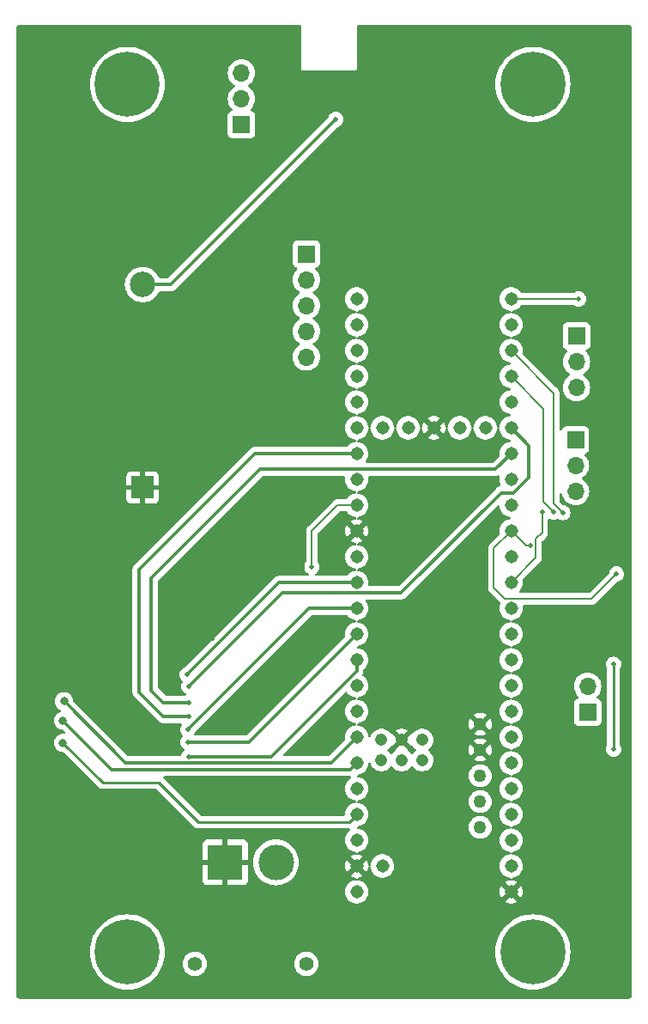
<source format=gbr>
%TF.GenerationSoftware,KiCad,Pcbnew,7.0.10*%
%TF.CreationDate,2024-05-30T01:56:08-07:00*%
%TF.ProjectId,APRL,4150524c-2e6b-4696-9361-645f70636258,rev?*%
%TF.SameCoordinates,Original*%
%TF.FileFunction,Copper,L2,Bot*%
%TF.FilePolarity,Positive*%
%FSLAX46Y46*%
G04 Gerber Fmt 4.6, Leading zero omitted, Abs format (unit mm)*
G04 Created by KiCad (PCBNEW 7.0.10) date 2024-05-30 01:56:08*
%MOMM*%
%LPD*%
G01*
G04 APERTURE LIST*
%TA.AperFunction,ComponentPad*%
%ADD10C,1.400000*%
%TD*%
%TA.AperFunction,ComponentPad*%
%ADD11R,3.500000X3.500000*%
%TD*%
%TA.AperFunction,ComponentPad*%
%ADD12C,3.500000*%
%TD*%
%TA.AperFunction,ComponentPad*%
%ADD13C,0.800000*%
%TD*%
%TA.AperFunction,ComponentPad*%
%ADD14C,6.400000*%
%TD*%
%TA.AperFunction,ComponentPad*%
%ADD15R,1.700000X1.700000*%
%TD*%
%TA.AperFunction,ComponentPad*%
%ADD16O,1.700000X1.700000*%
%TD*%
%TA.AperFunction,ComponentPad*%
%ADD17R,2.170000X2.170000*%
%TD*%
%TA.AperFunction,ComponentPad*%
%ADD18C,2.500000*%
%TD*%
%TA.AperFunction,ComponentPad*%
%ADD19C,1.308000*%
%TD*%
%TA.AperFunction,ComponentPad*%
%ADD20C,1.258000*%
%TD*%
%TA.AperFunction,ComponentPad*%
%ADD21C,1.208000*%
%TD*%
%TA.AperFunction,ViaPad*%
%ADD22C,0.600000*%
%TD*%
%TA.AperFunction,ViaPad*%
%ADD23C,0.800000*%
%TD*%
%TA.AperFunction,ViaPad*%
%ADD24C,0.500000*%
%TD*%
%TA.AperFunction,Conductor*%
%ADD25C,0.150000*%
%TD*%
%TA.AperFunction,Conductor*%
%ADD26C,0.250000*%
%TD*%
%TA.AperFunction,Conductor*%
%ADD27C,0.300000*%
%TD*%
G04 APERTURE END LIST*
D10*
%TO.P,BT1,*%
%TO.N,*%
X144500000Y-141175000D03*
X133500000Y-141175000D03*
D11*
%TO.P,BT1,1,+*%
%TO.N,GND*%
X136500000Y-131175000D03*
D12*
%TO.P,BT1,2,-*%
%TO.N,Net-(5V1-VI)*%
X141500000Y-131175000D03*
%TD*%
D13*
%TO.P,REF\u002A\u002A,1*%
%TO.N,N/C*%
X124450000Y-54500000D03*
X125152944Y-52802944D03*
X125152944Y-56197056D03*
X126850000Y-52100000D03*
D14*
X126850000Y-54500000D03*
D13*
X126850000Y-56900000D03*
X128547056Y-52802944D03*
X128547056Y-56197056D03*
X129250000Y-54500000D03*
%TD*%
D15*
%TO.P,J1,1,Pin_1*%
%TO.N,Net-(GPS1-SAFEBOOT_N)*%
X138100000Y-58450000D03*
D16*
%TO.P,J1,2,Pin_2*%
%TO.N,Net-(GPS1-RESET_N)*%
X138100000Y-55910000D03*
%TO.P,J1,3,Pin_3*%
%TO.N,Net-(GPS1-D_SEL)*%
X138100000Y-53370000D03*
%TD*%
D15*
%TO.P,SPI,1,Pin_1*%
%TO.N,SPI_SCK1*%
X171150000Y-79300000D03*
D16*
%TO.P,SPI,2,Pin_2*%
%TO.N,SPI_MISO1*%
X171150000Y-81840000D03*
%TO.P,SPI,3,Pin_3*%
%TO.N,SPI_MOSI1*%
X171150000Y-84380000D03*
%TD*%
D13*
%TO.P,REF\u002A\u002A,1*%
%TO.N,N/C*%
X124450000Y-140000000D03*
X125152944Y-138302944D03*
X125152944Y-141697056D03*
X126850000Y-137600000D03*
D14*
X126850000Y-140000000D03*
D13*
X126850000Y-142400000D03*
X128547056Y-138302944D03*
X128547056Y-141697056D03*
X129250000Y-140000000D03*
%TD*%
%TO.P,REF\u002A\u002A,1*%
%TO.N,N/C*%
X164450000Y-54500000D03*
X165152944Y-52802944D03*
X165152944Y-56197056D03*
X166850000Y-52100000D03*
D14*
X166850000Y-54500000D03*
D13*
X166850000Y-56900000D03*
X168547056Y-52802944D03*
X168547056Y-56197056D03*
X169250000Y-54500000D03*
%TD*%
%TO.P,REF\u002A\u002A,1*%
%TO.N,N/C*%
X164450000Y-140000000D03*
X165152944Y-138302944D03*
X165152944Y-141697056D03*
X166850000Y-137600000D03*
D14*
X166850000Y-140000000D03*
D13*
X166850000Y-142400000D03*
X168547056Y-138302944D03*
X168547056Y-141697056D03*
X169250000Y-140000000D03*
%TD*%
D15*
%TO.P,I/O,1,Pin_1*%
%TO.N,34*%
X144500000Y-71200000D03*
D16*
%TO.P,I/O,2,Pin_2*%
%TO.N,35*%
X144500000Y-73740000D03*
%TO.P,I/O,3,Pin_3*%
%TO.N,36*%
X144500000Y-76280000D03*
%TO.P,I/O,4,Pin_4*%
%TO.N,37*%
X144500000Y-78820000D03*
%TO.P,I/O,5,Pin_5*%
%TO.N,38*%
X144500000Y-81360000D03*
%TD*%
D17*
%TO.P,BAT1,Neg*%
%TO.N,GND*%
X128350000Y-94225700D03*
D18*
%TO.P,BAT1,Pos*%
%TO.N,Net-(GPS1-V_BCKP)*%
X128350000Y-74225700D03*
%TD*%
D15*
%TO.P,SPI1,1,Pin_1*%
%TO.N,SPI_SCK*%
X171050000Y-89525000D03*
D16*
%TO.P,SPI1,2,Pin_2*%
%TO.N,SPI_MISO*%
X171050000Y-92065000D03*
%TO.P,SPI1,3,Pin_3*%
%TO.N,SPI_MOSI*%
X171050000Y-94605000D03*
%TD*%
D19*
%TO.P,MCU1,0,RX1*%
%TO.N,unconnected-(MCU1-RX1-Pad0)*%
X164700000Y-131530000D03*
%TO.P,MCU1,1,TX1*%
%TO.N,unconnected-(MCU1-TX1-Pad1)*%
X164700000Y-128990000D03*
%TO.P,MCU1,2,OUT2*%
%TO.N,Net-(MCU1-OUT2)*%
X164700000Y-126450000D03*
%TO.P,MCU1,3,LRCLK2*%
%TO.N,unconnected-(MCU1-LRCLK2-Pad3)*%
X164700000Y-123910000D03*
%TO.P,MCU1,3.3V_1,3.3V*%
%TO.N,+3.3V*%
X164700000Y-98510000D03*
%TO.P,MCU1,3.3V_2,3.3V__1*%
X149460000Y-128990000D03*
%TO.P,MCU1,3.3V_3,3.3V__2*%
X159620000Y-88350000D03*
%TO.P,MCU1,4,BCLK2*%
%TO.N,unconnected-(MCU1-BCLK2-Pad4)*%
X164700000Y-121370000D03*
%TO.P,MCU1,5,IN2*%
%TO.N,5*%
X164700000Y-118830000D03*
D20*
%TO.P,MCU1,5V,5V*%
%TO.N,unconnected-(MCU1-Pad5V)*%
X161650000Y-127720000D03*
D19*
%TO.P,MCU1,6,OUT1D*%
%TO.N,unconnected-(MCU1-OUT1D-Pad6)*%
X164700000Y-116290000D03*
%TO.P,MCU1,7,RX2*%
%TO.N,unconnected-(MCU1-RX2-Pad7)*%
X164700000Y-113750000D03*
%TO.P,MCU1,8,TX2*%
%TO.N,unconnected-(MCU1-TX2-Pad8)*%
X164700000Y-111210000D03*
%TO.P,MCU1,9,OUT1C*%
%TO.N,INTB*%
X164700000Y-108670000D03*
%TO.P,MCU1,10,CS1*%
%TO.N,CSB*%
X164700000Y-106130000D03*
%TO.P,MCU1,11,MOSI*%
%TO.N,SPI_MOSI*%
X164700000Y-103590000D03*
%TO.P,MCU1,12,MISO*%
%TO.N,SPI_MISO*%
X164700000Y-101050000D03*
%TO.P,MCU1,13,SCK*%
%TO.N,SPI_SCK*%
X149460000Y-101050000D03*
%TO.P,MCU1,14,A0*%
%TO.N,NSS*%
X149460000Y-103590000D03*
%TO.P,MCU1,15,A1*%
%TO.N,NRST*%
X149460000Y-106130000D03*
%TO.P,MCU1,16,A2*%
%TO.N,BUSY*%
X149460000Y-108670000D03*
%TO.P,MCU1,17,A3*%
%TO.N,DIO1*%
X149460000Y-111210000D03*
%TO.P,MCU1,18,A4*%
%TO.N,SDA*%
X149460000Y-113750000D03*
%TO.P,MCU1,19,A5*%
%TO.N,SCL*%
X149460000Y-116290000D03*
%TO.P,MCU1,20,A6*%
%TO.N,RXEN*%
X149460000Y-118830000D03*
%TO.P,MCU1,21,A7*%
%TO.N,TXEN*%
X149460000Y-121370000D03*
%TO.P,MCU1,22,A8*%
%TO.N,unconnected-(MCU1-A8-Pad22)*%
X149460000Y-123910000D03*
%TO.P,MCU1,23,A9*%
%TO.N,/DIO2*%
X149460000Y-126450000D03*
%TO.P,MCU1,24,A10*%
%TO.N,unconnected-(MCU1-A10-Pad24)*%
X164700000Y-95970000D03*
%TO.P,MCU1,25,A11*%
%TO.N,unconnected-(MCU1-A11-Pad25)*%
X164700000Y-93430000D03*
%TO.P,MCU1,26,A12*%
%TO.N,SPI_MOSI1*%
X164700000Y-90890000D03*
%TO.P,MCU1,27,A13*%
%TO.N,SPI_SCK1*%
X164700000Y-88350000D03*
%TO.P,MCU1,28,RX7*%
%TO.N,unconnected-(MCU1-RX7-Pad28)*%
X164700000Y-85810000D03*
%TO.P,MCU1,29,TX7*%
%TO.N,IMU_INT3*%
X164700000Y-83270000D03*
%TO.P,MCU1,30,CRX3*%
%TO.N,IMU_CSB1*%
X164700000Y-80730000D03*
%TO.P,MCU1,31,CTX3*%
%TO.N,unconnected-(MCU1-CTX3-Pad31)*%
X164700000Y-78190000D03*
%TO.P,MCU1,32,OUT1B*%
%TO.N,IMU_INT1*%
X164700000Y-75650000D03*
%TO.P,MCU1,33,MCLK2*%
%TO.N,PPS*%
X149460000Y-75650000D03*
%TO.P,MCU1,34,RX8*%
%TO.N,34*%
X149460000Y-78190000D03*
%TO.P,MCU1,35,TX8*%
%TO.N,35*%
X149460000Y-80730000D03*
%TO.P,MCU1,36,CS2*%
%TO.N,36*%
X149460000Y-83270000D03*
%TO.P,MCU1,37,CS3*%
%TO.N,37*%
X149460000Y-85810000D03*
%TO.P,MCU1,38,A14*%
%TO.N,38*%
X149460000Y-88350000D03*
%TO.P,MCU1,39,A15*%
%TO.N,SPI_MISO1*%
X149460000Y-90890000D03*
%TO.P,MCU1,40,A16*%
%TO.N,unconnected-(MCU1-A16-Pad40)*%
X149460000Y-93430000D03*
%TO.P,MCU1,41,A17*%
%TO.N,MAG_INT*%
X149460000Y-95970000D03*
D20*
%TO.P,MCU1,D+,D+*%
%TO.N,unconnected-(MCU1-PadD+)*%
X161650000Y-122640000D03*
%TO.P,MCU1,D-,D-*%
%TO.N,unconnected-(MCU1-PadD-)*%
X161650000Y-125180000D03*
D19*
%TO.P,MCU1,GND1,GND*%
%TO.N,GND*%
X164700000Y-134070000D03*
%TO.P,MCU1,GND2,GND__1*%
X149460000Y-98510000D03*
%TO.P,MCU1,GND3,GND__2*%
X149460000Y-131530000D03*
%TO.P,MCU1,GND4,GND__3*%
X157080000Y-88350000D03*
D21*
%TO.P,MCU1,GND5,GND__4*%
X153910000Y-119100000D03*
%TO.P,MCU1,LED,LED*%
%TO.N,unconnected-(MCU1-PadLED)*%
X153910000Y-121100000D03*
D19*
%TO.P,MCU1,ON/OFF,ON/OFF*%
%TO.N,unconnected-(MCU1-PadON{slash}OFF)*%
X152000000Y-88350000D03*
%TO.P,MCU1,PROGRAM,PROGRAM*%
%TO.N,unconnected-(MCU1-PadPROGRAM)*%
X154540000Y-88350000D03*
D21*
%TO.P,MCU1,R+,R+*%
%TO.N,unconnected-(MCU1-PadR+)*%
X151910000Y-121100000D03*
%TO.P,MCU1,R-,R-*%
%TO.N,unconnected-(MCU1-PadR-)*%
X151910000Y-119100000D03*
%TO.P,MCU1,T+,T+*%
%TO.N,unconnected-(MCU1-PadT+)*%
X155910000Y-119100000D03*
%TO.P,MCU1,T-,T-*%
%TO.N,unconnected-(MCU1-PadT-)*%
X155910000Y-121100000D03*
D20*
%TO.P,MCU1,USB_GND1,USB_GND*%
%TO.N,GND*%
X161650000Y-120100000D03*
%TO.P,MCU1,USB_GND2,USB_GND__1*%
X161650000Y-117560000D03*
D19*
%TO.P,MCU1,VBAT,VBAT*%
%TO.N,unconnected-(MCU1-PadVBAT)*%
X162160000Y-88350000D03*
%TO.P,MCU1,VIN,VIN*%
%TO.N,+5V*%
X149460000Y-134070000D03*
%TO.P,MCU1,VUSB,VUSB*%
%TO.N,unconnected-(MCU1-PadVUSB)*%
X152000000Y-131530000D03*
%TD*%
D15*
%TO.P,I2C,1,Pin_1*%
%TO.N,SCL*%
X172250000Y-116350000D03*
D16*
%TO.P,I2C,2,Pin_2*%
%TO.N,SDA*%
X172250000Y-113810000D03*
%TD*%
D22*
%TO.N,GND*%
X162500000Y-140000000D03*
X160000000Y-140000000D03*
X157500000Y-140000000D03*
X155000000Y-140000000D03*
X152500000Y-140000000D03*
X150000000Y-140000000D03*
X147500000Y-140000000D03*
X142500000Y-140000000D03*
X140000000Y-140000000D03*
X137500000Y-140000000D03*
X135000000Y-140000000D03*
X122500000Y-140000000D03*
X120000000Y-140000000D03*
X117500000Y-140000000D03*
X127000000Y-130000000D03*
X125000000Y-130000000D03*
X121000000Y-130000000D03*
X123000000Y-130000000D03*
X119000000Y-130000000D03*
X160000000Y-64000000D03*
X173000000Y-62000000D03*
X174000000Y-62000000D03*
X174000000Y-63000000D03*
X174000000Y-64000000D03*
X174000000Y-66000000D03*
X174000000Y-65000000D03*
X174000000Y-68000000D03*
X174000000Y-67000000D03*
X174000000Y-69000000D03*
X174000000Y-70000000D03*
X174000000Y-71000000D03*
X173000000Y-71000000D03*
X172000000Y-71000000D03*
X171000000Y-71000000D03*
X170000000Y-71000000D03*
X167000000Y-71000000D03*
X166000000Y-71000000D03*
X165000000Y-71000000D03*
X164000000Y-71000000D03*
X163000000Y-71000000D03*
X161000000Y-71000000D03*
X162000000Y-71000000D03*
X160000000Y-71000000D03*
X160000000Y-70000000D03*
X160000000Y-69000000D03*
X160000000Y-68000000D03*
X160000000Y-67000000D03*
X160000000Y-66000000D03*
X160000000Y-65000000D03*
X152500000Y-70000000D03*
X152500000Y-67500000D03*
X152500000Y-65000000D03*
X135000000Y-67500000D03*
X132500000Y-67500000D03*
X132500000Y-62500000D03*
X135000000Y-62500000D03*
X135000000Y-60000000D03*
X132500000Y-60000000D03*
X132500000Y-55000000D03*
X135000000Y-55000000D03*
X135000000Y-52500000D03*
X132500000Y-52500000D03*
X132500000Y-50000000D03*
X135000000Y-50000000D03*
X137500000Y-50000000D03*
X140000000Y-50000000D03*
X157500000Y-57500000D03*
X160000000Y-57500000D03*
X160000000Y-55000000D03*
X157500000Y-55000000D03*
X157500000Y-52500000D03*
X160000000Y-52500000D03*
X160000000Y-50000000D03*
X157500000Y-50000000D03*
X155000000Y-50000000D03*
X147500000Y-60000000D03*
X145000000Y-57500000D03*
X147500000Y-55000000D03*
X145000000Y-55000000D03*
X169000000Y-119000000D03*
X168000000Y-119000000D03*
X167000000Y-119000000D03*
X168000000Y-118000000D03*
X169000000Y-118000000D03*
X167000000Y-118000000D03*
X168000000Y-111000000D03*
X167000000Y-111000000D03*
X168000000Y-110000000D03*
X167000000Y-110000000D03*
X167000000Y-107000000D03*
X168000000Y-107000000D03*
X168000000Y-106000000D03*
X167000000Y-106000000D03*
X170000000Y-104000000D03*
X160000000Y-82500000D03*
X160000000Y-80000000D03*
X160000000Y-77500000D03*
X157500000Y-77500000D03*
X157500000Y-80000000D03*
X157500000Y-82500000D03*
X152500000Y-80000000D03*
X152500000Y-82500000D03*
X152500000Y-77500000D03*
X127500000Y-117500000D03*
X125000000Y-117500000D03*
X125000000Y-105000000D03*
X125000000Y-107500000D03*
X125000000Y-110000000D03*
X125000000Y-112500000D03*
X125000000Y-115000000D03*
X122500000Y-115000000D03*
X122500000Y-112500000D03*
X122500000Y-110000000D03*
X122500000Y-107500000D03*
X122500000Y-105000000D03*
X172500000Y-130000000D03*
X175000000Y-130000000D03*
X175000000Y-127500000D03*
X172500000Y-127500000D03*
X170000000Y-127500000D03*
X167500000Y-127500000D03*
X167500000Y-125000000D03*
X170000000Y-125000000D03*
X172500000Y-125000000D03*
X175000000Y-125000000D03*
X175000000Y-122500000D03*
X170000000Y-122500000D03*
X172500000Y-122500000D03*
X167500000Y-122500000D03*
X157500000Y-127500000D03*
X155000000Y-127500000D03*
X155000000Y-130000000D03*
X157500000Y-130000000D03*
X157500000Y-125000000D03*
X155000000Y-125000000D03*
X155000000Y-107500000D03*
X155000000Y-105000000D03*
X155000000Y-100000000D03*
X155000000Y-95000000D03*
X160000000Y-95000000D03*
X160000000Y-102500000D03*
X160000000Y-105000000D03*
X160000000Y-107500000D03*
X135000000Y-100000000D03*
X137500000Y-100000000D03*
X120000000Y-95000000D03*
X135000000Y-90000000D03*
X130000000Y-90000000D03*
X125000000Y-90000000D03*
X120000000Y-90000000D03*
X120000000Y-85000000D03*
X125000000Y-85000000D03*
X130000000Y-85000000D03*
X135000000Y-85000000D03*
X135000000Y-80000000D03*
X130000000Y-80000000D03*
X125000000Y-80000000D03*
X120000000Y-80000000D03*
X116675000Y-135000000D03*
X119800000Y-105950000D03*
D23*
X128650000Y-126650000D03*
X125300000Y-126650000D03*
D22*
X133050000Y-104700000D03*
D23*
X169650000Y-110800000D03*
D22*
X139550000Y-116000000D03*
X135200000Y-109050000D03*
D24*
X173900000Y-98800000D03*
D22*
X156100000Y-54900000D03*
X120000000Y-112900000D03*
X140750000Y-50000000D03*
D24*
X174950000Y-106250000D03*
D22*
X119050000Y-104700000D03*
X133150000Y-107250000D03*
X119950000Y-114050000D03*
X152550000Y-49850000D03*
D23*
X118150000Y-126550000D03*
D22*
X119750000Y-107250000D03*
X148750000Y-63800000D03*
X135450000Y-128200000D03*
D24*
X173950000Y-100700000D03*
D23*
X143650000Y-125650000D03*
D24*
X173950000Y-101450000D03*
D22*
X147300000Y-116150000D03*
X140800000Y-53950000D03*
D24*
X175200000Y-96600000D03*
D23*
X119050000Y-120700000D03*
D22*
X131300000Y-122900000D03*
X133950000Y-107300000D03*
X133850000Y-104700000D03*
D23*
X141500000Y-99250000D03*
D22*
X119150000Y-112850000D03*
X119850000Y-104700000D03*
X152550000Y-50850000D03*
X152550000Y-52950000D03*
X140800000Y-54900000D03*
X144700000Y-63850000D03*
D24*
X173950000Y-99900000D03*
D22*
X119000000Y-107250000D03*
X140750000Y-51000000D03*
X119100000Y-106000000D03*
X172850000Y-135200000D03*
D23*
X147300000Y-102250000D03*
D22*
X116675000Y-131500000D03*
D23*
X119050000Y-121850000D03*
D22*
X143400000Y-88200000D03*
D23*
X121750000Y-126650000D03*
X140500000Y-102450000D03*
D22*
X157200000Y-61950000D03*
X119200000Y-114050000D03*
X152550000Y-51850000D03*
D23*
X139750000Y-125600000D03*
D22*
X131150000Y-94200000D03*
D24*
%TO.N,+3.3V*%
X175100000Y-102750000D03*
X174800000Y-111650000D03*
X174800000Y-120000000D03*
X166600000Y-99950000D03*
%TO.N,Net-(GPS1-V_BCKP)*%
X147400000Y-57950000D03*
%TO.N,SPI_SCK1*%
X132900000Y-113800000D03*
%TO.N,SPI_MISO1*%
X132900000Y-116800000D03*
%TO.N,SPI_MOSI1*%
X132900000Y-115400000D03*
D23*
%TO.N,/DIO2*%
X120500000Y-119400000D03*
%TO.N,RXEN*%
X120600000Y-115300000D03*
D24*
%TO.N,NSS*%
X132750000Y-112650000D03*
D23*
%TO.N,TXEN*%
X120500000Y-117200000D03*
D24*
%TO.N,DIO1*%
X132900000Y-120750000D03*
%TO.N,BUSY*%
X132800000Y-119300000D03*
%TO.N,NRST*%
X132800000Y-118100000D03*
%TO.N,MAG_INT*%
X145050000Y-102050000D03*
%TO.N,SPI_MOSI*%
X167750000Y-96650000D03*
%TO.N,IMU_INT3*%
X168900000Y-96650000D03*
%TO.N,IMU_CSB1*%
X169800000Y-96700000D03*
%TO.N,IMU_INT1*%
X171350000Y-75650000D03*
%TD*%
D25*
%TO.N,+3.3V*%
X163000000Y-104100000D02*
X163000000Y-100210000D01*
D26*
X174800000Y-120000000D02*
X174800000Y-111650000D01*
D25*
X172649000Y-105201000D02*
X164101000Y-105201000D01*
X166600000Y-99950000D02*
X166140000Y-99950000D01*
X164101000Y-105201000D02*
X163000000Y-104100000D01*
X175100000Y-102750000D02*
X172649000Y-105201000D01*
X166140000Y-99950000D02*
X164700000Y-98510000D01*
X163000000Y-100210000D02*
X164700000Y-98510000D01*
D27*
%TO.N,Net-(GPS1-V_BCKP)*%
X131124300Y-74225700D02*
X128350000Y-74225700D01*
X147400000Y-57950000D02*
X131124300Y-74225700D01*
%TO.N,SPI_SCK1*%
X166450000Y-90100000D02*
X164700000Y-88350000D01*
X132900000Y-113800000D02*
X142106000Y-104594000D01*
X166450000Y-93250000D02*
X166450000Y-90100000D01*
X164946000Y-94754000D02*
X166450000Y-93250000D01*
X153856000Y-104594000D02*
X163696000Y-94754000D01*
X142106000Y-104594000D02*
X153856000Y-104594000D01*
X163696000Y-94754000D02*
X164946000Y-94754000D01*
%TO.N,SPI_MISO1*%
X128000000Y-114400000D02*
X128000000Y-102300000D01*
X139410000Y-90890000D02*
X149460000Y-90890000D01*
X132900000Y-116800000D02*
X130400000Y-116800000D01*
X130400000Y-116800000D02*
X128000000Y-114400000D01*
X128000000Y-102300000D02*
X139410000Y-90890000D01*
%TO.N,SPI_MOSI1*%
X139974000Y-92426000D02*
X163164000Y-92426000D01*
X132900000Y-115400000D02*
X130350000Y-115400000D01*
X163164000Y-92426000D02*
X164700000Y-90890000D01*
X130350000Y-115400000D02*
X129200000Y-114250000D01*
X129200000Y-103200000D02*
X139974000Y-92426000D01*
X129200000Y-114250000D02*
X129200000Y-103200000D01*
D26*
%TO.N,/DIO2*%
X129950000Y-123300000D02*
X133850000Y-127200000D01*
X120500000Y-119400000D02*
X124400000Y-123300000D01*
X148710000Y-127200000D02*
X149460000Y-126450000D01*
X133850000Y-127200000D02*
X148710000Y-127200000D01*
X124400000Y-123300000D02*
X129950000Y-123300000D01*
D27*
%TO.N,RXEN*%
X120600000Y-115300000D02*
X126650000Y-121350000D01*
X146940000Y-121350000D02*
X149460000Y-118830000D01*
X126650000Y-121350000D02*
X146940000Y-121350000D01*
%TO.N,NSS*%
X141810000Y-103590000D02*
X149460000Y-103590000D01*
X132750000Y-112650000D02*
X141810000Y-103590000D01*
%TO.N,TXEN*%
X120500000Y-117200000D02*
X125324000Y-122024000D01*
X148806000Y-122024000D02*
X149460000Y-121370000D01*
X125324000Y-122024000D02*
X148806000Y-122024000D01*
%TO.N,DIO1*%
X132900000Y-120750000D02*
X141040129Y-120750000D01*
X149460000Y-112330129D02*
X149460000Y-111210000D01*
X141040129Y-120750000D02*
X149460000Y-112330129D01*
%TO.N,BUSY*%
X138830000Y-119300000D02*
X149460000Y-108670000D01*
X132800000Y-119300000D02*
X138830000Y-119300000D01*
%TO.N,NRST*%
X132800000Y-118100000D02*
X144770000Y-106130000D01*
X144770000Y-106130000D02*
X149460000Y-106130000D01*
D25*
%TO.N,MAG_INT*%
X145050000Y-102050000D02*
X145050000Y-98500000D01*
X147580000Y-95970000D02*
X149460000Y-95970000D01*
X145050000Y-98500000D02*
X147580000Y-95970000D01*
%TO.N,SPI_MOSI*%
X167750000Y-98700000D02*
X167150000Y-99300000D01*
X167750000Y-96650000D02*
X167750000Y-98700000D01*
X167150000Y-101140000D02*
X164700000Y-103590000D01*
X167150000Y-99300000D02*
X167150000Y-101140000D01*
%TO.N,IMU_INT3*%
X168900000Y-96650000D02*
X167900000Y-95650000D01*
X167900000Y-95650000D02*
X167900000Y-86470000D01*
X167900000Y-86470000D02*
X164700000Y-83270000D01*
%TO.N,IMU_CSB1*%
X168900000Y-84930000D02*
X164700000Y-80730000D01*
X169800000Y-96700000D02*
X168900000Y-95800000D01*
X168900000Y-95800000D02*
X168900000Y-84930000D01*
%TO.N,IMU_INT1*%
X171350000Y-75650000D02*
X164700000Y-75650000D01*
%TD*%
%TA.AperFunction,Conductor*%
%TO.N,GND*%
G36*
X148736505Y-122676267D02*
G01*
X148736528Y-122676026D01*
X148744289Y-122676758D01*
X148744296Y-122676760D01*
X148814262Y-122674560D01*
X148818157Y-122674500D01*
X148826521Y-122674500D01*
X148893560Y-122694185D01*
X148939315Y-122746989D01*
X148949259Y-122816147D01*
X148920234Y-122879703D01*
X148891799Y-122903927D01*
X148761282Y-122984739D01*
X148761280Y-122984740D01*
X148761278Y-122984742D01*
X148603159Y-123128886D01*
X148603158Y-123128887D01*
X148474219Y-123299629D01*
X148378849Y-123491158D01*
X148378846Y-123491164D01*
X148320296Y-123696949D01*
X148320295Y-123696952D01*
X148300554Y-123909999D01*
X148300554Y-123910000D01*
X148320295Y-124123047D01*
X148320296Y-124123050D01*
X148378846Y-124328835D01*
X148378849Y-124328841D01*
X148422150Y-124415801D01*
X148474219Y-124520370D01*
X148603159Y-124691114D01*
X148761278Y-124835258D01*
X148761283Y-124835261D01*
X148761286Y-124835263D01*
X148943186Y-124947891D01*
X148943187Y-124947891D01*
X148943190Y-124947893D01*
X149142703Y-125025185D01*
X149318845Y-125058111D01*
X149381125Y-125089779D01*
X149416398Y-125150092D01*
X149413464Y-125219900D01*
X149373255Y-125277040D01*
X149318845Y-125301888D01*
X149142703Y-125334815D01*
X149016533Y-125383693D01*
X148943192Y-125412106D01*
X148943186Y-125412108D01*
X148761286Y-125524736D01*
X148761283Y-125524738D01*
X148761279Y-125524740D01*
X148761278Y-125524742D01*
X148603159Y-125668886D01*
X148603158Y-125668887D01*
X148474219Y-125839629D01*
X148378849Y-126031158D01*
X148378846Y-126031164D01*
X148320296Y-126236949D01*
X148320295Y-126236952D01*
X148300554Y-126449999D01*
X148300554Y-126450500D01*
X148300486Y-126450730D01*
X148300025Y-126455708D01*
X148299051Y-126455617D01*
X148280869Y-126517539D01*
X148228065Y-126563294D01*
X148176554Y-126574500D01*
X134160452Y-126574500D01*
X134093413Y-126554815D01*
X134072771Y-126538181D01*
X130450803Y-122916212D01*
X130440980Y-122903950D01*
X130440759Y-122904134D01*
X130435787Y-122898123D01*
X130425957Y-122888893D01*
X130390562Y-122828653D01*
X130393354Y-122758839D01*
X130433447Y-122701617D01*
X130498112Y-122675155D01*
X130510840Y-122674500D01*
X148720495Y-122674500D01*
X148736505Y-122676267D01*
G37*
%TD.AperFunction*%
%TA.AperFunction,Conductor*%
G36*
X148450899Y-114361687D02*
G01*
X148506518Y-114403141D01*
X148603159Y-114531114D01*
X148761278Y-114675258D01*
X148761283Y-114675261D01*
X148761286Y-114675263D01*
X148943186Y-114787891D01*
X148943187Y-114787891D01*
X148943190Y-114787893D01*
X149142703Y-114865185D01*
X149318845Y-114898111D01*
X149381125Y-114929779D01*
X149416398Y-114990092D01*
X149413464Y-115059900D01*
X149373255Y-115117040D01*
X149318845Y-115141888D01*
X149142703Y-115174815D01*
X149016533Y-115223693D01*
X148943192Y-115252106D01*
X148943186Y-115252108D01*
X148761286Y-115364736D01*
X148761283Y-115364738D01*
X148761279Y-115364740D01*
X148761278Y-115364742D01*
X148665421Y-115452127D01*
X148603158Y-115508887D01*
X148474219Y-115679629D01*
X148378849Y-115871158D01*
X148378846Y-115871164D01*
X148320296Y-116076949D01*
X148320295Y-116076952D01*
X148300554Y-116289999D01*
X148300554Y-116290000D01*
X148320295Y-116503047D01*
X148320296Y-116503050D01*
X148378846Y-116708835D01*
X148378849Y-116708841D01*
X148474219Y-116900370D01*
X148603159Y-117071114D01*
X148761278Y-117215258D01*
X148761283Y-117215261D01*
X148761286Y-117215263D01*
X148943186Y-117327891D01*
X148943187Y-117327891D01*
X148943190Y-117327893D01*
X149142703Y-117405185D01*
X149318845Y-117438111D01*
X149381125Y-117469779D01*
X149416398Y-117530092D01*
X149413464Y-117599900D01*
X149373255Y-117657040D01*
X149318845Y-117681888D01*
X149142703Y-117714815D01*
X149016533Y-117763693D01*
X148943192Y-117792106D01*
X148943186Y-117792108D01*
X148761286Y-117904736D01*
X148761283Y-117904738D01*
X148761279Y-117904740D01*
X148761278Y-117904742D01*
X148603159Y-118048886D01*
X148603158Y-118048887D01*
X148474219Y-118219629D01*
X148378849Y-118411158D01*
X148378846Y-118411164D01*
X148320296Y-118616949D01*
X148320295Y-118616952D01*
X148300554Y-118829999D01*
X148300554Y-118830000D01*
X148315494Y-118991226D01*
X148302079Y-119059795D01*
X148279704Y-119090348D01*
X146706873Y-120663181D01*
X146645550Y-120696666D01*
X146619192Y-120699500D01*
X142309937Y-120699500D01*
X142242898Y-120679815D01*
X142197143Y-120627011D01*
X142187199Y-120557853D01*
X142216224Y-120494297D01*
X142222256Y-120487819D01*
X143214694Y-119495381D01*
X148319886Y-114390186D01*
X148381207Y-114356703D01*
X148450899Y-114361687D01*
G37*
%TD.AperFunction*%
%TA.AperFunction,Conductor*%
G36*
X148509818Y-106800185D02*
G01*
X148541733Y-106829773D01*
X148603159Y-106911114D01*
X148761278Y-107055258D01*
X148761283Y-107055261D01*
X148761286Y-107055263D01*
X148943186Y-107167891D01*
X148943187Y-107167891D01*
X148943190Y-107167893D01*
X149142703Y-107245185D01*
X149318845Y-107278111D01*
X149381125Y-107309779D01*
X149416398Y-107370092D01*
X149413464Y-107439900D01*
X149373255Y-107497040D01*
X149318845Y-107521888D01*
X149142703Y-107554815D01*
X149016533Y-107603693D01*
X148943192Y-107632106D01*
X148943186Y-107632108D01*
X148761286Y-107744736D01*
X148761283Y-107744738D01*
X148761279Y-107744740D01*
X148761278Y-107744742D01*
X148603159Y-107888886D01*
X148603158Y-107888887D01*
X148474219Y-108059629D01*
X148378849Y-108251158D01*
X148378846Y-108251164D01*
X148320296Y-108456949D01*
X148320295Y-108456952D01*
X148300554Y-108669999D01*
X148300554Y-108670000D01*
X148315494Y-108831226D01*
X148302079Y-108899795D01*
X148279704Y-108930348D01*
X138596873Y-118613181D01*
X138535550Y-118646666D01*
X138509192Y-118649500D01*
X133565445Y-118649500D01*
X133498406Y-118629815D01*
X133452651Y-118577011D01*
X133442707Y-118507853D01*
X133460451Y-118459528D01*
X133480456Y-118427690D01*
X133480456Y-118427689D01*
X133518583Y-118318727D01*
X133547941Y-118272003D01*
X145003127Y-106816819D01*
X145064450Y-106783334D01*
X145090808Y-106780500D01*
X148442779Y-106780500D01*
X148509818Y-106800185D01*
G37*
%TD.AperFunction*%
%TA.AperFunction,Conductor*%
G36*
X148264328Y-93096185D02*
G01*
X148310083Y-93148989D01*
X148320760Y-93211941D01*
X148300554Y-93429999D01*
X148300554Y-93430000D01*
X148320295Y-93643047D01*
X148320296Y-93643050D01*
X148378846Y-93848835D01*
X148378849Y-93848841D01*
X148474219Y-94040370D01*
X148603159Y-94211114D01*
X148761278Y-94355258D01*
X148761283Y-94355261D01*
X148761286Y-94355263D01*
X148943186Y-94467891D01*
X148943187Y-94467891D01*
X148943190Y-94467893D01*
X149142703Y-94545185D01*
X149318845Y-94578111D01*
X149381125Y-94609779D01*
X149416398Y-94670092D01*
X149413464Y-94739900D01*
X149373255Y-94797040D01*
X149318845Y-94821888D01*
X149142703Y-94854815D01*
X149055262Y-94888690D01*
X148943192Y-94932106D01*
X148943186Y-94932108D01*
X148761286Y-95044736D01*
X148761283Y-95044738D01*
X148761279Y-95044740D01*
X148761278Y-95044742D01*
X148659014Y-95137968D01*
X148603158Y-95188887D01*
X148485096Y-95345227D01*
X148428987Y-95386863D01*
X148386142Y-95394500D01*
X147625840Y-95394500D01*
X147609655Y-95393439D01*
X147580001Y-95389535D01*
X147580000Y-95389535D01*
X147570560Y-95390777D01*
X147546316Y-95393969D01*
X147546315Y-95393968D01*
X147546305Y-95393970D01*
X147429764Y-95409313D01*
X147429763Y-95409313D01*
X147289766Y-95467301D01*
X147201386Y-95535118D01*
X147201366Y-95535132D01*
X147201367Y-95535133D01*
X147199732Y-95536388D01*
X147199729Y-95536390D01*
X147178363Y-95552786D01*
X147169548Y-95559550D01*
X147151332Y-95583288D01*
X147140641Y-95595477D01*
X144675477Y-98060641D01*
X144663288Y-98071332D01*
X144639550Y-98089548D01*
X144639549Y-98089549D01*
X144638171Y-98091345D01*
X144615133Y-98121367D01*
X144615132Y-98121366D01*
X144615118Y-98121386D01*
X144556868Y-98197300D01*
X144556866Y-98197302D01*
X144547302Y-98209764D01*
X144547302Y-98209765D01*
X144489313Y-98349763D01*
X144489313Y-98349764D01*
X144473970Y-98466305D01*
X144473968Y-98466315D01*
X144473969Y-98466316D01*
X144469535Y-98500000D01*
X144470851Y-98510000D01*
X144473439Y-98529653D01*
X144474500Y-98545839D01*
X144474500Y-101519550D01*
X144455494Y-101585522D01*
X144369545Y-101722307D01*
X144313685Y-101881943D01*
X144294751Y-102049997D01*
X144294751Y-102050002D01*
X144313685Y-102218056D01*
X144369545Y-102377694D01*
X144369547Y-102377697D01*
X144459518Y-102520884D01*
X144459523Y-102520890D01*
X144579110Y-102640477D01*
X144648254Y-102683923D01*
X144690560Y-102710506D01*
X144736851Y-102762841D01*
X144747499Y-102831895D01*
X144719124Y-102895743D01*
X144660734Y-102934115D01*
X144624588Y-102939500D01*
X141895505Y-102939500D01*
X141879494Y-102937732D01*
X141879472Y-102937974D01*
X141871705Y-102937240D01*
X141871704Y-102937240D01*
X141801738Y-102939439D01*
X141797843Y-102939500D01*
X141769075Y-102939500D01*
X141769072Y-102939500D01*
X141769057Y-102939501D01*
X141764687Y-102940053D01*
X141753059Y-102940968D01*
X141707435Y-102942402D01*
X141707425Y-102942404D01*
X141687049Y-102948323D01*
X141668008Y-102952266D01*
X141646953Y-102954926D01*
X141646937Y-102954930D01*
X141604486Y-102971737D01*
X141593440Y-102975519D01*
X141549599Y-102988256D01*
X141531327Y-102999062D01*
X141513861Y-103007619D01*
X141494128Y-103015432D01*
X141457193Y-103042266D01*
X141447434Y-103048676D01*
X141408132Y-103071920D01*
X141393126Y-103086926D01*
X141378336Y-103099558D01*
X141361167Y-103112032D01*
X141361165Y-103112034D01*
X141332056Y-103147219D01*
X141324196Y-103155856D01*
X132577996Y-111902056D01*
X132531271Y-111931416D01*
X132422308Y-111969544D01*
X132422300Y-111969548D01*
X132279115Y-112059518D01*
X132279109Y-112059523D01*
X132159523Y-112179109D01*
X132159518Y-112179115D01*
X132069547Y-112322302D01*
X132069545Y-112322305D01*
X132013685Y-112481943D01*
X131994751Y-112649997D01*
X131994751Y-112650002D01*
X132013685Y-112818056D01*
X132069545Y-112977694D01*
X132069547Y-112977697D01*
X132159518Y-113120884D01*
X132159523Y-113120890D01*
X132262065Y-113223432D01*
X132295550Y-113284755D01*
X132290566Y-113354447D01*
X132279378Y-113377085D01*
X132219545Y-113472307D01*
X132163685Y-113631943D01*
X132144751Y-113799997D01*
X132144751Y-113800002D01*
X132163685Y-113968056D01*
X132219545Y-114127694D01*
X132219547Y-114127697D01*
X132309518Y-114270884D01*
X132309523Y-114270890D01*
X132429109Y-114390476D01*
X132429115Y-114390481D01*
X132572302Y-114480452D01*
X132572306Y-114480454D01*
X132572307Y-114480454D01*
X132572310Y-114480456D01*
X132579457Y-114482956D01*
X132636233Y-114523676D01*
X132661982Y-114588628D01*
X132648529Y-114657190D01*
X132600143Y-114707594D01*
X132579468Y-114717038D01*
X132572314Y-114719541D01*
X132572311Y-114719543D01*
X132554883Y-114730494D01*
X132488912Y-114749500D01*
X130670808Y-114749500D01*
X130603769Y-114729815D01*
X130583127Y-114713181D01*
X129886819Y-114016873D01*
X129853334Y-113955550D01*
X129850500Y-113929192D01*
X129850500Y-103520808D01*
X129870185Y-103453769D01*
X129886819Y-103433127D01*
X140207127Y-93112819D01*
X140268450Y-93079334D01*
X140294808Y-93076500D01*
X148197289Y-93076500D01*
X148264328Y-93096185D01*
G37*
%TD.AperFunction*%
%TA.AperFunction,Conductor*%
G36*
X163485914Y-93030371D02*
G01*
X163544583Y-93068313D01*
X163573426Y-93131952D01*
X163569905Y-93183180D01*
X163560295Y-93216954D01*
X163540554Y-93429999D01*
X163540554Y-93430000D01*
X163560295Y-93643047D01*
X163560296Y-93643050D01*
X163618846Y-93848835D01*
X163618851Y-93848846D01*
X163661491Y-93934479D01*
X163673752Y-94003264D01*
X163646879Y-94067759D01*
X163589403Y-94107486D01*
X163585083Y-94108827D01*
X163573052Y-94112322D01*
X163554008Y-94116266D01*
X163532947Y-94118927D01*
X163532938Y-94118929D01*
X163490491Y-94135735D01*
X163479442Y-94139518D01*
X163435602Y-94152255D01*
X163417332Y-94163060D01*
X163399863Y-94171618D01*
X163380128Y-94179432D01*
X163380126Y-94179433D01*
X163343201Y-94206260D01*
X163333442Y-94212671D01*
X163294132Y-94235920D01*
X163279126Y-94250926D01*
X163264336Y-94263558D01*
X163247167Y-94276032D01*
X163247165Y-94276034D01*
X163218056Y-94311219D01*
X163210196Y-94319856D01*
X153622873Y-103907181D01*
X153561550Y-103940666D01*
X153535192Y-103943500D01*
X150722711Y-103943500D01*
X150655672Y-103923815D01*
X150609917Y-103871011D01*
X150599240Y-103808059D01*
X150619446Y-103590000D01*
X150619446Y-103589999D01*
X150599704Y-103376952D01*
X150599703Y-103376949D01*
X150541153Y-103171164D01*
X150541150Y-103171158D01*
X150511709Y-103112032D01*
X150445781Y-102979630D01*
X150316841Y-102808886D01*
X150158722Y-102664742D01*
X150158716Y-102664738D01*
X150158713Y-102664736D01*
X149976813Y-102552108D01*
X149976807Y-102552106D01*
X149777297Y-102474815D01*
X149601153Y-102441888D01*
X149538874Y-102410221D01*
X149503601Y-102349908D01*
X149506535Y-102280100D01*
X149546744Y-102222960D01*
X149601152Y-102198112D01*
X149777297Y-102165185D01*
X149976810Y-102087893D01*
X150158722Y-101975258D01*
X150316841Y-101831114D01*
X150445781Y-101660370D01*
X150541151Y-101468840D01*
X150541151Y-101468837D01*
X150541153Y-101468835D01*
X150599704Y-101263048D01*
X150599704Y-101263047D01*
X150619446Y-101050000D01*
X150619446Y-101049999D01*
X150599704Y-100836952D01*
X150599703Y-100836949D01*
X150541153Y-100631164D01*
X150541150Y-100631158D01*
X150540799Y-100630454D01*
X150445781Y-100439630D01*
X150316841Y-100268886D01*
X150158722Y-100124742D01*
X150158716Y-100124738D01*
X150158713Y-100124736D01*
X149976813Y-100012108D01*
X149976807Y-100012106D01*
X149777297Y-99934815D01*
X149642395Y-99909597D01*
X149599795Y-99901634D01*
X149537514Y-99869965D01*
X149502241Y-99809653D01*
X149505175Y-99739845D01*
X149545384Y-99682705D01*
X149599795Y-99657856D01*
X149777163Y-99624700D01*
X149976585Y-99547444D01*
X149976589Y-99547442D01*
X150079911Y-99483466D01*
X150079911Y-99483465D01*
X149504401Y-98907953D01*
X149585148Y-98895165D01*
X149698045Y-98837641D01*
X149787641Y-98748045D01*
X149845165Y-98635148D01*
X149857953Y-98554400D01*
X150436018Y-99132464D01*
X150436019Y-99132464D01*
X150445352Y-99120107D01*
X150445355Y-99120102D01*
X150540678Y-98928669D01*
X150540684Y-98928654D01*
X150599210Y-98722956D01*
X150599211Y-98722954D01*
X150618944Y-98510000D01*
X150618944Y-98509999D01*
X150599211Y-98297045D01*
X150599210Y-98297043D01*
X150540684Y-98091345D01*
X150540678Y-98091330D01*
X150445357Y-97899901D01*
X150445355Y-97899898D01*
X150436018Y-97887534D01*
X149857953Y-98465599D01*
X149845165Y-98384852D01*
X149787641Y-98271955D01*
X149698045Y-98182359D01*
X149585148Y-98124835D01*
X149504400Y-98112046D01*
X150079912Y-97536533D01*
X149976586Y-97472556D01*
X149976585Y-97472555D01*
X149777162Y-97395299D01*
X149599795Y-97362143D01*
X149537514Y-97330475D01*
X149502241Y-97270162D01*
X149505175Y-97200354D01*
X149545384Y-97143214D01*
X149599791Y-97118366D01*
X149777297Y-97085185D01*
X149976810Y-97007893D01*
X150158722Y-96895258D01*
X150316841Y-96751114D01*
X150445781Y-96580370D01*
X150541151Y-96388840D01*
X150541151Y-96388837D01*
X150541153Y-96388835D01*
X150599703Y-96183050D01*
X150599704Y-96183047D01*
X150619446Y-95970000D01*
X150619446Y-95969999D01*
X150599704Y-95756952D01*
X150599703Y-95756949D01*
X150541153Y-95551164D01*
X150541150Y-95551158D01*
X150503926Y-95476402D01*
X150445781Y-95359630D01*
X150316841Y-95188886D01*
X150158722Y-95044742D01*
X150158716Y-95044738D01*
X150158713Y-95044736D01*
X149976813Y-94932108D01*
X149976807Y-94932106D01*
X149777297Y-94854815D01*
X149601153Y-94821888D01*
X149538874Y-94790221D01*
X149503601Y-94729908D01*
X149506535Y-94660100D01*
X149546744Y-94602960D01*
X149601152Y-94578112D01*
X149777297Y-94545185D01*
X149976810Y-94467893D01*
X150158722Y-94355258D01*
X150316841Y-94211114D01*
X150445781Y-94040370D01*
X150541151Y-93848840D01*
X150541151Y-93848837D01*
X150541153Y-93848835D01*
X150588895Y-93681037D01*
X150599704Y-93643048D01*
X150619446Y-93430000D01*
X150602780Y-93250145D01*
X150599240Y-93211941D01*
X150612655Y-93143371D01*
X150661012Y-93092940D01*
X150722711Y-93076500D01*
X163078495Y-93076500D01*
X163094505Y-93078267D01*
X163094528Y-93078026D01*
X163102289Y-93078758D01*
X163102296Y-93078760D01*
X163172262Y-93076560D01*
X163176157Y-93076500D01*
X163204925Y-93076500D01*
X163209287Y-93075948D01*
X163220939Y-93075030D01*
X163266569Y-93073597D01*
X163286956Y-93067673D01*
X163305996Y-93063731D01*
X163327058Y-93061071D01*
X163369520Y-93044258D01*
X163380551Y-93040482D01*
X163416047Y-93030170D01*
X163485914Y-93030371D01*
G37*
%TD.AperFunction*%
%TA.AperFunction,Conductor*%
G36*
X148453181Y-96565185D02*
G01*
X148485094Y-96594771D01*
X148603159Y-96751114D01*
X148761278Y-96895258D01*
X148761283Y-96895261D01*
X148761286Y-96895263D01*
X148943186Y-97007891D01*
X148943187Y-97007891D01*
X148943190Y-97007893D01*
X149142703Y-97085185D01*
X149320205Y-97118366D01*
X149382485Y-97150033D01*
X149417758Y-97210345D01*
X149414824Y-97280154D01*
X149374615Y-97337294D01*
X149320204Y-97362143D01*
X149142837Y-97395299D01*
X148943416Y-97472554D01*
X148943410Y-97472557D01*
X148840087Y-97536532D01*
X148840086Y-97536533D01*
X149415600Y-98112046D01*
X149334852Y-98124835D01*
X149221955Y-98182359D01*
X149132359Y-98271955D01*
X149074835Y-98384852D01*
X149062046Y-98465599D01*
X148483980Y-97887533D01*
X148474646Y-97899893D01*
X148379321Y-98091330D01*
X148379315Y-98091345D01*
X148320789Y-98297043D01*
X148320788Y-98297045D01*
X148301056Y-98509999D01*
X148301056Y-98510000D01*
X148320788Y-98722954D01*
X148320789Y-98722956D01*
X148379315Y-98928654D01*
X148379321Y-98928669D01*
X148474642Y-99120099D01*
X148474647Y-99120107D01*
X148483980Y-99132465D01*
X149062046Y-98554399D01*
X149074835Y-98635148D01*
X149132359Y-98748045D01*
X149221955Y-98837641D01*
X149334852Y-98895165D01*
X149415599Y-98907953D01*
X148840086Y-99483465D01*
X148943413Y-99547443D01*
X148943414Y-99547444D01*
X149142836Y-99624700D01*
X149320204Y-99657856D01*
X149382485Y-99689524D01*
X149417758Y-99749836D01*
X149414824Y-99819644D01*
X149374616Y-99876785D01*
X149320205Y-99901634D01*
X149233851Y-99917776D01*
X149142703Y-99934815D01*
X149016533Y-99983693D01*
X148943192Y-100012106D01*
X148943186Y-100012108D01*
X148761286Y-100124736D01*
X148761283Y-100124738D01*
X148761279Y-100124740D01*
X148761278Y-100124742D01*
X148709126Y-100172285D01*
X148603158Y-100268887D01*
X148474219Y-100439629D01*
X148378849Y-100631158D01*
X148378846Y-100631164D01*
X148320296Y-100836949D01*
X148320295Y-100836952D01*
X148300554Y-101049999D01*
X148300554Y-101050000D01*
X148320295Y-101263047D01*
X148320296Y-101263048D01*
X148378846Y-101468835D01*
X148378849Y-101468841D01*
X148436949Y-101585522D01*
X148474219Y-101660370D01*
X148603159Y-101831114D01*
X148761278Y-101975258D01*
X148761283Y-101975261D01*
X148761286Y-101975263D01*
X148943186Y-102087891D01*
X148943187Y-102087891D01*
X148943190Y-102087893D01*
X149142703Y-102165185D01*
X149318845Y-102198111D01*
X149381125Y-102229779D01*
X149416398Y-102290092D01*
X149413464Y-102359900D01*
X149373255Y-102417040D01*
X149318845Y-102441888D01*
X149142703Y-102474815D01*
X149023786Y-102520884D01*
X148943192Y-102552106D01*
X148943186Y-102552108D01*
X148761286Y-102664736D01*
X148761283Y-102664738D01*
X148761279Y-102664740D01*
X148761278Y-102664742D01*
X148620194Y-102793357D01*
X148603158Y-102808887D01*
X148541733Y-102890227D01*
X148485624Y-102931863D01*
X148442779Y-102939500D01*
X145475412Y-102939500D01*
X145408373Y-102919815D01*
X145362618Y-102867011D01*
X145352674Y-102797853D01*
X145381699Y-102734297D01*
X145409440Y-102710506D01*
X145434439Y-102694798D01*
X145520890Y-102640477D01*
X145640477Y-102520890D01*
X145671011Y-102472296D01*
X145730452Y-102377697D01*
X145730454Y-102377694D01*
X145730454Y-102377692D01*
X145730456Y-102377690D01*
X145786313Y-102218059D01*
X145786313Y-102218058D01*
X145786314Y-102218056D01*
X145805249Y-102050002D01*
X145805249Y-102049997D01*
X145786314Y-101881943D01*
X145768527Y-101831112D01*
X145730456Y-101722310D01*
X145644506Y-101585522D01*
X145625500Y-101519550D01*
X145625500Y-98789742D01*
X145645185Y-98722703D01*
X145661819Y-98702061D01*
X147782061Y-96581819D01*
X147843384Y-96548334D01*
X147869742Y-96545500D01*
X148386142Y-96545500D01*
X148453181Y-96565185D01*
G37*
%TD.AperFunction*%
%TA.AperFunction,Conductor*%
G36*
X158439252Y-88412308D02*
G01*
X158471442Y-88474321D01*
X158473220Y-88486687D01*
X158480296Y-88563048D01*
X158480296Y-88563050D01*
X158538846Y-88768835D01*
X158538849Y-88768840D01*
X158634219Y-88960370D01*
X158763159Y-89131114D01*
X158921278Y-89275258D01*
X158921283Y-89275261D01*
X158921286Y-89275263D01*
X159103186Y-89387891D01*
X159103187Y-89387891D01*
X159103190Y-89387893D01*
X159302703Y-89465185D01*
X159513020Y-89504500D01*
X159513022Y-89504500D01*
X159726978Y-89504500D01*
X159726980Y-89504500D01*
X159937297Y-89465185D01*
X160136810Y-89387893D01*
X160318722Y-89275258D01*
X160476841Y-89131114D01*
X160605781Y-88960370D01*
X160701151Y-88768840D01*
X160701151Y-88768837D01*
X160701153Y-88768835D01*
X160747252Y-88606812D01*
X160759704Y-88563048D01*
X160766529Y-88489394D01*
X160792315Y-88424457D01*
X160849116Y-88383770D01*
X160918897Y-88380250D01*
X160979503Y-88415015D01*
X161011693Y-88477028D01*
X161013471Y-88489395D01*
X161020295Y-88563047D01*
X161020296Y-88563050D01*
X161078846Y-88768835D01*
X161078849Y-88768840D01*
X161174219Y-88960370D01*
X161303159Y-89131114D01*
X161461278Y-89275258D01*
X161461283Y-89275261D01*
X161461286Y-89275263D01*
X161643186Y-89387891D01*
X161643187Y-89387891D01*
X161643190Y-89387893D01*
X161842703Y-89465185D01*
X162053020Y-89504500D01*
X162053022Y-89504500D01*
X162266978Y-89504500D01*
X162266980Y-89504500D01*
X162477297Y-89465185D01*
X162676810Y-89387893D01*
X162858722Y-89275258D01*
X163016841Y-89131114D01*
X163145781Y-88960370D01*
X163241151Y-88768840D01*
X163241151Y-88768837D01*
X163241153Y-88768835D01*
X163287252Y-88606812D01*
X163299704Y-88563048D01*
X163306529Y-88489394D01*
X163332315Y-88424457D01*
X163389116Y-88383770D01*
X163458897Y-88380250D01*
X163519503Y-88415015D01*
X163551693Y-88477028D01*
X163553471Y-88489395D01*
X163560295Y-88563047D01*
X163560296Y-88563050D01*
X163618846Y-88768835D01*
X163618849Y-88768840D01*
X163714219Y-88960370D01*
X163843159Y-89131114D01*
X164001278Y-89275258D01*
X164001283Y-89275261D01*
X164001286Y-89275263D01*
X164183186Y-89387891D01*
X164183187Y-89387891D01*
X164183190Y-89387893D01*
X164382703Y-89465185D01*
X164558845Y-89498111D01*
X164621125Y-89529779D01*
X164656398Y-89590092D01*
X164653464Y-89659900D01*
X164613255Y-89717040D01*
X164558845Y-89741888D01*
X164382703Y-89774815D01*
X164307758Y-89803849D01*
X164183192Y-89852106D01*
X164183186Y-89852108D01*
X164001286Y-89964736D01*
X164001283Y-89964738D01*
X164001279Y-89964740D01*
X164001278Y-89964742D01*
X163864115Y-90089782D01*
X163843158Y-90108887D01*
X163714219Y-90279629D01*
X163618849Y-90471158D01*
X163618846Y-90471164D01*
X163560296Y-90676949D01*
X163560295Y-90676952D01*
X163540554Y-90889999D01*
X163540554Y-90890000D01*
X163555494Y-91051226D01*
X163542079Y-91119795D01*
X163519704Y-91150348D01*
X162930873Y-91739181D01*
X162869550Y-91772666D01*
X162843192Y-91775500D01*
X150487038Y-91775500D01*
X150419999Y-91755815D01*
X150374244Y-91703011D01*
X150364300Y-91633853D01*
X150388084Y-91576773D01*
X150415476Y-91540500D01*
X150445781Y-91500370D01*
X150541151Y-91308840D01*
X150541151Y-91308837D01*
X150541153Y-91308835D01*
X150599703Y-91103050D01*
X150599704Y-91103047D01*
X150619446Y-90890000D01*
X150619446Y-90889999D01*
X150599704Y-90676952D01*
X150599703Y-90676949D01*
X150541153Y-90471164D01*
X150541150Y-90471158D01*
X150445781Y-90279630D01*
X150316841Y-90108886D01*
X150158722Y-89964742D01*
X150158716Y-89964738D01*
X150158713Y-89964736D01*
X149976813Y-89852108D01*
X149976807Y-89852106D01*
X149777297Y-89774815D01*
X149601153Y-89741888D01*
X149538874Y-89710221D01*
X149503601Y-89649908D01*
X149506535Y-89580100D01*
X149546744Y-89522960D01*
X149601152Y-89498112D01*
X149777297Y-89465185D01*
X149976810Y-89387893D01*
X150158722Y-89275258D01*
X150316841Y-89131114D01*
X150445781Y-88960370D01*
X150541151Y-88768840D01*
X150541151Y-88768837D01*
X150541153Y-88768835D01*
X150587252Y-88606812D01*
X150599704Y-88563048D01*
X150606529Y-88489394D01*
X150632315Y-88424457D01*
X150689116Y-88383770D01*
X150758897Y-88380250D01*
X150819503Y-88415015D01*
X150851693Y-88477028D01*
X150853471Y-88489395D01*
X150860295Y-88563047D01*
X150860296Y-88563050D01*
X150918846Y-88768835D01*
X150918849Y-88768840D01*
X151014219Y-88960370D01*
X151143159Y-89131114D01*
X151301278Y-89275258D01*
X151301283Y-89275261D01*
X151301286Y-89275263D01*
X151483186Y-89387891D01*
X151483187Y-89387891D01*
X151483190Y-89387893D01*
X151682703Y-89465185D01*
X151893020Y-89504500D01*
X151893022Y-89504500D01*
X152106978Y-89504500D01*
X152106980Y-89504500D01*
X152317297Y-89465185D01*
X152516810Y-89387893D01*
X152698722Y-89275258D01*
X152856841Y-89131114D01*
X152985781Y-88960370D01*
X153081151Y-88768840D01*
X153081151Y-88768837D01*
X153081153Y-88768835D01*
X153127252Y-88606812D01*
X153139704Y-88563048D01*
X153146529Y-88489394D01*
X153172315Y-88424457D01*
X153229116Y-88383770D01*
X153298897Y-88380250D01*
X153359503Y-88415015D01*
X153391693Y-88477028D01*
X153393471Y-88489395D01*
X153400295Y-88563047D01*
X153400296Y-88563050D01*
X153458846Y-88768835D01*
X153458849Y-88768840D01*
X153554219Y-88960370D01*
X153683159Y-89131114D01*
X153841278Y-89275258D01*
X153841283Y-89275261D01*
X153841286Y-89275263D01*
X154023186Y-89387891D01*
X154023187Y-89387891D01*
X154023190Y-89387893D01*
X154222703Y-89465185D01*
X154433020Y-89504500D01*
X154433022Y-89504500D01*
X154646978Y-89504500D01*
X154646980Y-89504500D01*
X154857297Y-89465185D01*
X155056810Y-89387893D01*
X155238722Y-89275258D01*
X155396841Y-89131114D01*
X155525781Y-88960370D01*
X155621151Y-88768840D01*
X155621151Y-88768837D01*
X155621153Y-88768835D01*
X155667252Y-88606812D01*
X155679704Y-88563048D01*
X155686780Y-88486686D01*
X155712564Y-88421751D01*
X155769364Y-88381063D01*
X155839145Y-88377543D01*
X155899752Y-88412307D01*
X155931943Y-88474320D01*
X155933721Y-88486687D01*
X155940788Y-88562954D01*
X155940789Y-88562956D01*
X155999315Y-88768654D01*
X155999321Y-88768669D01*
X156094642Y-88960099D01*
X156094647Y-88960107D01*
X156103980Y-88972465D01*
X156682046Y-88394399D01*
X156694835Y-88475148D01*
X156752359Y-88588045D01*
X156841955Y-88677641D01*
X156954852Y-88735165D01*
X157035599Y-88747953D01*
X156460086Y-89323465D01*
X156563413Y-89387443D01*
X156563414Y-89387444D01*
X156762837Y-89464700D01*
X156973068Y-89504000D01*
X157186932Y-89504000D01*
X157397162Y-89464700D01*
X157596585Y-89387444D01*
X157596589Y-89387442D01*
X157699911Y-89323466D01*
X157699911Y-89323465D01*
X157124401Y-88747953D01*
X157205148Y-88735165D01*
X157318045Y-88677641D01*
X157407641Y-88588045D01*
X157465165Y-88475148D01*
X157477953Y-88394400D01*
X158056018Y-88972464D01*
X158056019Y-88972464D01*
X158065352Y-88960107D01*
X158065355Y-88960102D01*
X158160678Y-88768669D01*
X158160684Y-88768654D01*
X158219210Y-88562956D01*
X158219211Y-88562954D01*
X158226278Y-88486688D01*
X158252064Y-88421751D01*
X158308864Y-88381063D01*
X158378645Y-88377543D01*
X158439252Y-88412308D01*
G37*
%TD.AperFunction*%
%TA.AperFunction,Conductor*%
G36*
X143915539Y-48647185D02*
G01*
X143961294Y-48699989D01*
X143972500Y-48751500D01*
X143972500Y-52982012D01*
X143971238Y-52999658D01*
X143968470Y-53018908D01*
X143968470Y-53018912D01*
X143976548Y-53036599D01*
X143982731Y-53053177D01*
X143988211Y-53071841D01*
X143993350Y-53079838D01*
X143999574Y-53087021D01*
X144015932Y-53097533D01*
X144030097Y-53108137D01*
X144044795Y-53120873D01*
X144044796Y-53120873D01*
X144044798Y-53120875D01*
X144044800Y-53120875D01*
X144053444Y-53124823D01*
X144062561Y-53127500D01*
X144062563Y-53127500D01*
X144082012Y-53127500D01*
X144099658Y-53128762D01*
X144118910Y-53131530D01*
X144118910Y-53131529D01*
X144118911Y-53131530D01*
X144118911Y-53131529D01*
X144136557Y-53128993D01*
X144136899Y-53131373D01*
X144154709Y-53127500D01*
X149332012Y-53127500D01*
X149349657Y-53128762D01*
X149352742Y-53129205D01*
X149368911Y-53131530D01*
X149386610Y-53123446D01*
X149403170Y-53117269D01*
X149421842Y-53111788D01*
X149421844Y-53111786D01*
X149429840Y-53106647D01*
X149437020Y-53100426D01*
X149447530Y-53084071D01*
X149458136Y-53069901D01*
X149470875Y-53055202D01*
X149470875Y-53055200D01*
X149474821Y-53046561D01*
X149477500Y-53037438D01*
X149477500Y-53017988D01*
X149478762Y-53000342D01*
X149481530Y-52981089D01*
X149478993Y-52963443D01*
X149481373Y-52963100D01*
X149477500Y-52945291D01*
X149477500Y-48751500D01*
X149497185Y-48684461D01*
X149549989Y-48638706D01*
X149601500Y-48627500D01*
X176220899Y-48627500D01*
X176241873Y-48627500D01*
X176258059Y-48628561D01*
X176330224Y-48638062D01*
X176361491Y-48646440D01*
X176421168Y-48671159D01*
X176449200Y-48687343D01*
X176500447Y-48726666D01*
X176523333Y-48749552D01*
X176524828Y-48751500D01*
X176562656Y-48800799D01*
X176578840Y-48828831D01*
X176603559Y-48888508D01*
X176611937Y-48919774D01*
X176621439Y-48991940D01*
X176622500Y-49008127D01*
X176622500Y-144241872D01*
X176621439Y-144258059D01*
X176611937Y-144330225D01*
X176603559Y-144361491D01*
X176578840Y-144421168D01*
X176562656Y-144449200D01*
X176523336Y-144500444D01*
X176500444Y-144523336D01*
X176449200Y-144562656D01*
X176421168Y-144578840D01*
X176361491Y-144603559D01*
X176330225Y-144611937D01*
X176268846Y-144620018D01*
X176258057Y-144621439D01*
X176241873Y-144622500D01*
X116258127Y-144622500D01*
X116241942Y-144621439D01*
X116229538Y-144619806D01*
X116169774Y-144611937D01*
X116138508Y-144603559D01*
X116078831Y-144578840D01*
X116050799Y-144562656D01*
X116031652Y-144547964D01*
X115999552Y-144523333D01*
X115976666Y-144500447D01*
X115937343Y-144449200D01*
X115921159Y-144421168D01*
X115896440Y-144361491D01*
X115888062Y-144330224D01*
X115878561Y-144258058D01*
X115877500Y-144241872D01*
X115877500Y-140000000D01*
X123144422Y-140000000D01*
X123164722Y-140387339D01*
X123225397Y-140770427D01*
X123225397Y-140770429D01*
X123325788Y-141145094D01*
X123464787Y-141507197D01*
X123640877Y-141852793D01*
X123852122Y-142178082D01*
X123978882Y-142334617D01*
X124096219Y-142479516D01*
X124370484Y-142753781D01*
X124370488Y-142753784D01*
X124671917Y-142997877D01*
X124997206Y-143209122D01*
X124997211Y-143209125D01*
X125342806Y-143385214D01*
X125704913Y-143524214D01*
X126079567Y-143624602D01*
X126462662Y-143685278D01*
X126828576Y-143704455D01*
X126849999Y-143705578D01*
X126850000Y-143705578D01*
X126850001Y-143705578D01*
X126870301Y-143704514D01*
X127237338Y-143685278D01*
X127620433Y-143624602D01*
X127995087Y-143524214D01*
X128357194Y-143385214D01*
X128702789Y-143209125D01*
X129028084Y-142997876D01*
X129329516Y-142753781D01*
X129603781Y-142479516D01*
X129847876Y-142178084D01*
X130059125Y-141852789D01*
X130235214Y-141507194D01*
X130362731Y-141175000D01*
X132294357Y-141175000D01*
X132314884Y-141396535D01*
X132314885Y-141396537D01*
X132375769Y-141610523D01*
X132375775Y-141610538D01*
X132474938Y-141809683D01*
X132474943Y-141809691D01*
X132609020Y-141987238D01*
X132773437Y-142137123D01*
X132773439Y-142137125D01*
X132962595Y-142254245D01*
X132962596Y-142254245D01*
X132962599Y-142254247D01*
X133170060Y-142334618D01*
X133388757Y-142375500D01*
X133388759Y-142375500D01*
X133611241Y-142375500D01*
X133611243Y-142375500D01*
X133829940Y-142334618D01*
X134037401Y-142254247D01*
X134226562Y-142137124D01*
X134390981Y-141987236D01*
X134525058Y-141809689D01*
X134624229Y-141610528D01*
X134685115Y-141396536D01*
X134705643Y-141175000D01*
X143294357Y-141175000D01*
X143314884Y-141396535D01*
X143314885Y-141396537D01*
X143375769Y-141610523D01*
X143375775Y-141610538D01*
X143474938Y-141809683D01*
X143474943Y-141809691D01*
X143609020Y-141987238D01*
X143773437Y-142137123D01*
X143773439Y-142137125D01*
X143962595Y-142254245D01*
X143962596Y-142254245D01*
X143962599Y-142254247D01*
X144170060Y-142334618D01*
X144388757Y-142375500D01*
X144388759Y-142375500D01*
X144611241Y-142375500D01*
X144611243Y-142375500D01*
X144829940Y-142334618D01*
X145037401Y-142254247D01*
X145226562Y-142137124D01*
X145390981Y-141987236D01*
X145525058Y-141809689D01*
X145624229Y-141610528D01*
X145685115Y-141396536D01*
X145705643Y-141175000D01*
X145685115Y-140953464D01*
X145624229Y-140739472D01*
X145624224Y-140739461D01*
X145525061Y-140540316D01*
X145525056Y-140540308D01*
X145390979Y-140362761D01*
X145226562Y-140212876D01*
X145226560Y-140212874D01*
X145037404Y-140095754D01*
X145037398Y-140095752D01*
X144829940Y-140015382D01*
X144747654Y-140000000D01*
X163144422Y-140000000D01*
X163164722Y-140387339D01*
X163225397Y-140770427D01*
X163225397Y-140770429D01*
X163325788Y-141145094D01*
X163464787Y-141507197D01*
X163640877Y-141852793D01*
X163852122Y-142178082D01*
X163978882Y-142334617D01*
X164096219Y-142479516D01*
X164370484Y-142753781D01*
X164370488Y-142753784D01*
X164671917Y-142997877D01*
X164997206Y-143209122D01*
X164997211Y-143209125D01*
X165342806Y-143385214D01*
X165704913Y-143524214D01*
X166079567Y-143624602D01*
X166462662Y-143685278D01*
X166828576Y-143704455D01*
X166849999Y-143705578D01*
X166850000Y-143705578D01*
X166850001Y-143705578D01*
X166870301Y-143704514D01*
X167237338Y-143685278D01*
X167620433Y-143624602D01*
X167995087Y-143524214D01*
X168357194Y-143385214D01*
X168702789Y-143209125D01*
X169028084Y-142997876D01*
X169329516Y-142753781D01*
X169603781Y-142479516D01*
X169847876Y-142178084D01*
X170059125Y-141852789D01*
X170235214Y-141507194D01*
X170374214Y-141145087D01*
X170474602Y-140770433D01*
X170535278Y-140387338D01*
X170555578Y-140000000D01*
X170535278Y-139612662D01*
X170474602Y-139229567D01*
X170374214Y-138854913D01*
X170235214Y-138492806D01*
X170059125Y-138147211D01*
X169847876Y-137821916D01*
X169603781Y-137520484D01*
X169329516Y-137246219D01*
X169028084Y-137002124D01*
X169028082Y-137002122D01*
X168702793Y-136790877D01*
X168357197Y-136614787D01*
X167995094Y-136475788D01*
X167995087Y-136475786D01*
X167620433Y-136375398D01*
X167620429Y-136375397D01*
X167620428Y-136375397D01*
X167237339Y-136314722D01*
X166850001Y-136294422D01*
X166849999Y-136294422D01*
X166462660Y-136314722D01*
X166079572Y-136375397D01*
X166079570Y-136375397D01*
X165704905Y-136475788D01*
X165342802Y-136614787D01*
X164997206Y-136790877D01*
X164671917Y-137002122D01*
X164370488Y-137246215D01*
X164370480Y-137246222D01*
X164096222Y-137520480D01*
X164096215Y-137520488D01*
X163852122Y-137821917D01*
X163640877Y-138147206D01*
X163464787Y-138492802D01*
X163325788Y-138854905D01*
X163225397Y-139229570D01*
X163225397Y-139229572D01*
X163164722Y-139612660D01*
X163144422Y-139999999D01*
X163144422Y-140000000D01*
X144747654Y-140000000D01*
X144611243Y-139974500D01*
X144388757Y-139974500D01*
X144170060Y-140015382D01*
X144038864Y-140066207D01*
X143962601Y-140095752D01*
X143962595Y-140095754D01*
X143773439Y-140212874D01*
X143773437Y-140212876D01*
X143609020Y-140362761D01*
X143474943Y-140540308D01*
X143474938Y-140540316D01*
X143375775Y-140739461D01*
X143375769Y-140739476D01*
X143314885Y-140953462D01*
X143314884Y-140953464D01*
X143294357Y-141174999D01*
X143294357Y-141175000D01*
X134705643Y-141175000D01*
X134685115Y-140953464D01*
X134624229Y-140739472D01*
X134624224Y-140739461D01*
X134525061Y-140540316D01*
X134525056Y-140540308D01*
X134390979Y-140362761D01*
X134226562Y-140212876D01*
X134226560Y-140212874D01*
X134037404Y-140095754D01*
X134037398Y-140095752D01*
X133829940Y-140015382D01*
X133611243Y-139974500D01*
X133388757Y-139974500D01*
X133170060Y-140015382D01*
X133038864Y-140066207D01*
X132962601Y-140095752D01*
X132962595Y-140095754D01*
X132773439Y-140212874D01*
X132773437Y-140212876D01*
X132609020Y-140362761D01*
X132474943Y-140540308D01*
X132474938Y-140540316D01*
X132375775Y-140739461D01*
X132375769Y-140739476D01*
X132314885Y-140953462D01*
X132314884Y-140953464D01*
X132294357Y-141174999D01*
X132294357Y-141175000D01*
X130362731Y-141175000D01*
X130374214Y-141145087D01*
X130474602Y-140770433D01*
X130535278Y-140387338D01*
X130555578Y-140000000D01*
X130535278Y-139612662D01*
X130474602Y-139229567D01*
X130374214Y-138854913D01*
X130235214Y-138492806D01*
X130059125Y-138147211D01*
X129847876Y-137821916D01*
X129603781Y-137520484D01*
X129329516Y-137246219D01*
X129028084Y-137002124D01*
X129028082Y-137002122D01*
X128702793Y-136790877D01*
X128357197Y-136614787D01*
X127995094Y-136475788D01*
X127995087Y-136475786D01*
X127620433Y-136375398D01*
X127620429Y-136375397D01*
X127620428Y-136375397D01*
X127237339Y-136314722D01*
X126850001Y-136294422D01*
X126849999Y-136294422D01*
X126462660Y-136314722D01*
X126079572Y-136375397D01*
X126079570Y-136375397D01*
X125704905Y-136475788D01*
X125342802Y-136614787D01*
X124997206Y-136790877D01*
X124671917Y-137002122D01*
X124370488Y-137246215D01*
X124370480Y-137246222D01*
X124096222Y-137520480D01*
X124096215Y-137520488D01*
X123852122Y-137821917D01*
X123640877Y-138147206D01*
X123464787Y-138492802D01*
X123325788Y-138854905D01*
X123225397Y-139229570D01*
X123225397Y-139229572D01*
X123164722Y-139612660D01*
X123144422Y-139999999D01*
X123144422Y-140000000D01*
X115877500Y-140000000D01*
X115877500Y-132972844D01*
X134250000Y-132972844D01*
X134256401Y-133032372D01*
X134256403Y-133032379D01*
X134306645Y-133167086D01*
X134306649Y-133167093D01*
X134392809Y-133282187D01*
X134392812Y-133282190D01*
X134507906Y-133368350D01*
X134507913Y-133368354D01*
X134642620Y-133418596D01*
X134642627Y-133418598D01*
X134702155Y-133424999D01*
X134702172Y-133425000D01*
X136250000Y-133425000D01*
X136250000Y-132093476D01*
X136403394Y-132125000D01*
X136548175Y-132125000D01*
X136692220Y-132110352D01*
X136750000Y-132092223D01*
X136750000Y-133425000D01*
X138297828Y-133425000D01*
X138297844Y-133424999D01*
X138357372Y-133418598D01*
X138357379Y-133418596D01*
X138492086Y-133368354D01*
X138492093Y-133368350D01*
X138607187Y-133282190D01*
X138607190Y-133282187D01*
X138693350Y-133167093D01*
X138693354Y-133167086D01*
X138743596Y-133032379D01*
X138743598Y-133032372D01*
X138749999Y-132972844D01*
X138750000Y-132972827D01*
X138750000Y-131425000D01*
X137416597Y-131425000D01*
X137443887Y-131319598D01*
X137451220Y-131175007D01*
X139244671Y-131175007D01*
X139263964Y-131469363D01*
X139263965Y-131469373D01*
X139263966Y-131469380D01*
X139281502Y-131557543D01*
X139321518Y-131758716D01*
X139321521Y-131758730D01*
X139416349Y-132038080D01*
X139546825Y-132302660D01*
X139546829Y-132302667D01*
X139710725Y-132547955D01*
X139905241Y-132769758D01*
X140127044Y-132964274D01*
X140229237Y-133032557D01*
X140372335Y-133128172D01*
X140636923Y-133258652D01*
X140916278Y-133353481D01*
X141205620Y-133411034D01*
X141233888Y-133412886D01*
X141499993Y-133430329D01*
X141500000Y-133430329D01*
X141500007Y-133430329D01*
X141735675Y-133414881D01*
X141794380Y-133411034D01*
X142083722Y-133353481D01*
X142363077Y-133258652D01*
X142627665Y-133128172D01*
X142872957Y-132964273D01*
X143094758Y-132769758D01*
X143289273Y-132547957D01*
X143453172Y-132302665D01*
X143583652Y-132038077D01*
X143678481Y-131758722D01*
X143736034Y-131469380D01*
X143741020Y-131393311D01*
X143755329Y-131175007D01*
X143755329Y-131174992D01*
X143736035Y-130880636D01*
X143736034Y-130880620D01*
X143678481Y-130591278D01*
X143583652Y-130311923D01*
X143453172Y-130047336D01*
X143440179Y-130027891D01*
X143364924Y-129915263D01*
X143289273Y-129802043D01*
X143246655Y-129753447D01*
X143094758Y-129580241D01*
X142872955Y-129385725D01*
X142627667Y-129221829D01*
X142627660Y-129221825D01*
X142363080Y-129091349D01*
X142083730Y-128996521D01*
X142083724Y-128996519D01*
X142083722Y-128996519D01*
X141794380Y-128938966D01*
X141794373Y-128938965D01*
X141794363Y-128938964D01*
X141500007Y-128919671D01*
X141499993Y-128919671D01*
X141205636Y-128938964D01*
X141205624Y-128938965D01*
X141205620Y-128938966D01*
X141205612Y-128938967D01*
X141205609Y-128938968D01*
X140916283Y-128996518D01*
X140916269Y-128996521D01*
X140636919Y-129091349D01*
X140372334Y-129221828D01*
X140127041Y-129385728D01*
X139905241Y-129580241D01*
X139710728Y-129802041D01*
X139546828Y-130047334D01*
X139416349Y-130311919D01*
X139321521Y-130591269D01*
X139321518Y-130591283D01*
X139263968Y-130880609D01*
X139263964Y-130880636D01*
X139244671Y-131174992D01*
X139244671Y-131175007D01*
X137451220Y-131175007D01*
X137453673Y-131126635D01*
X137424416Y-130935652D01*
X137420471Y-130925000D01*
X138750000Y-130925000D01*
X138750000Y-129377172D01*
X138749999Y-129377155D01*
X138743598Y-129317627D01*
X138743596Y-129317620D01*
X138693354Y-129182913D01*
X138693350Y-129182906D01*
X138607190Y-129067812D01*
X138607187Y-129067809D01*
X138492093Y-128981649D01*
X138492086Y-128981645D01*
X138357379Y-128931403D01*
X138357372Y-128931401D01*
X138297844Y-128925000D01*
X136750000Y-128925000D01*
X136750000Y-130256523D01*
X136596606Y-130225000D01*
X136451825Y-130225000D01*
X136307780Y-130239648D01*
X136250000Y-130257776D01*
X136250000Y-128925000D01*
X134702155Y-128925000D01*
X134642627Y-128931401D01*
X134642620Y-128931403D01*
X134507913Y-128981645D01*
X134507906Y-128981649D01*
X134392812Y-129067809D01*
X134392809Y-129067812D01*
X134306649Y-129182906D01*
X134306645Y-129182913D01*
X134256403Y-129317620D01*
X134256401Y-129317627D01*
X134250000Y-129377155D01*
X134250000Y-130925000D01*
X135583403Y-130925000D01*
X135556113Y-131030402D01*
X135546327Y-131223365D01*
X135575584Y-131414348D01*
X135579529Y-131425000D01*
X134250000Y-131425000D01*
X134250000Y-132972844D01*
X115877500Y-132972844D01*
X115877500Y-119400000D01*
X119594540Y-119400000D01*
X119614326Y-119588256D01*
X119614327Y-119588259D01*
X119672818Y-119768277D01*
X119672821Y-119768284D01*
X119767467Y-119932216D01*
X119861197Y-120036313D01*
X119894129Y-120072888D01*
X120047265Y-120184148D01*
X120047270Y-120184151D01*
X120220192Y-120261142D01*
X120220197Y-120261144D01*
X120405354Y-120300500D01*
X120464548Y-120300500D01*
X120531587Y-120320185D01*
X120552229Y-120336819D01*
X123899197Y-123683788D01*
X123909022Y-123696051D01*
X123909243Y-123695869D01*
X123914211Y-123701874D01*
X123963222Y-123747899D01*
X123966021Y-123750612D01*
X123985522Y-123770114D01*
X123985526Y-123770117D01*
X123985529Y-123770120D01*
X123988702Y-123772581D01*
X123997574Y-123780159D01*
X124029418Y-123810062D01*
X124046976Y-123819714D01*
X124063233Y-123830393D01*
X124079064Y-123842673D01*
X124108803Y-123855542D01*
X124119152Y-123860021D01*
X124129641Y-123865160D01*
X124153457Y-123878252D01*
X124167908Y-123886197D01*
X124180523Y-123889435D01*
X124187305Y-123891177D01*
X124205719Y-123897481D01*
X124224104Y-123905438D01*
X124267261Y-123912273D01*
X124278656Y-123914632D01*
X124320981Y-123925500D01*
X124341016Y-123925500D01*
X124360413Y-123927026D01*
X124380196Y-123930160D01*
X124423675Y-123926050D01*
X124435344Y-123925500D01*
X129639548Y-123925500D01*
X129706587Y-123945185D01*
X129727229Y-123961819D01*
X133349197Y-127583788D01*
X133359022Y-127596051D01*
X133359243Y-127595869D01*
X133364211Y-127601874D01*
X133413222Y-127647899D01*
X133416021Y-127650612D01*
X133435522Y-127670114D01*
X133435526Y-127670117D01*
X133435529Y-127670120D01*
X133438702Y-127672581D01*
X133447574Y-127680159D01*
X133479418Y-127710062D01*
X133496976Y-127719714D01*
X133513233Y-127730393D01*
X133529064Y-127742673D01*
X133558803Y-127755542D01*
X133569152Y-127760021D01*
X133579641Y-127765160D01*
X133603457Y-127778252D01*
X133617908Y-127786197D01*
X133630523Y-127789435D01*
X133637305Y-127791177D01*
X133655719Y-127797481D01*
X133674104Y-127805438D01*
X133717261Y-127812273D01*
X133728656Y-127814632D01*
X133770981Y-127825500D01*
X133791016Y-127825500D01*
X133810413Y-127827026D01*
X133830196Y-127830160D01*
X133873675Y-127826050D01*
X133885344Y-127825500D01*
X148627257Y-127825500D01*
X148642877Y-127827224D01*
X148642904Y-127826939D01*
X148650660Y-127827671D01*
X148650667Y-127827673D01*
X148707427Y-127825889D01*
X148775050Y-127843458D01*
X148822442Y-127894799D01*
X148834553Y-127963611D01*
X148807539Y-128028047D01*
X148776602Y-128055253D01*
X148761284Y-128064737D01*
X148761283Y-128064738D01*
X148761279Y-128064740D01*
X148761278Y-128064742D01*
X148603159Y-128208886D01*
X148603158Y-128208887D01*
X148474219Y-128379629D01*
X148378849Y-128571158D01*
X148378846Y-128571164D01*
X148320296Y-128776949D01*
X148320295Y-128776952D01*
X148300554Y-128989999D01*
X148300554Y-128990000D01*
X148320295Y-129203047D01*
X148320296Y-129203050D01*
X148378846Y-129408835D01*
X148378849Y-129408841D01*
X148474219Y-129600370D01*
X148603159Y-129771114D01*
X148761278Y-129915258D01*
X148761283Y-129915261D01*
X148761286Y-129915263D01*
X148943186Y-130027891D01*
X148943187Y-130027891D01*
X148943190Y-130027893D01*
X149142703Y-130105185D01*
X149320205Y-130138366D01*
X149382485Y-130170033D01*
X149417758Y-130230345D01*
X149414824Y-130300154D01*
X149374615Y-130357294D01*
X149320204Y-130382143D01*
X149142837Y-130415299D01*
X148943416Y-130492554D01*
X148943410Y-130492557D01*
X148840087Y-130556532D01*
X148840086Y-130556533D01*
X149415600Y-131132046D01*
X149334852Y-131144835D01*
X149221955Y-131202359D01*
X149132359Y-131291955D01*
X149074835Y-131404852D01*
X149062046Y-131485599D01*
X148483980Y-130907533D01*
X148474646Y-130919893D01*
X148379321Y-131111330D01*
X148379315Y-131111345D01*
X148320789Y-131317043D01*
X148320788Y-131317045D01*
X148301056Y-131529999D01*
X148301056Y-131530000D01*
X148320788Y-131742954D01*
X148320789Y-131742956D01*
X148379315Y-131948654D01*
X148379321Y-131948669D01*
X148474642Y-132140099D01*
X148474647Y-132140107D01*
X148483980Y-132152465D01*
X149062046Y-131574399D01*
X149074835Y-131655148D01*
X149132359Y-131768045D01*
X149221955Y-131857641D01*
X149334852Y-131915165D01*
X149415599Y-131927953D01*
X148840086Y-132503465D01*
X148943413Y-132567443D01*
X148943414Y-132567444D01*
X149142836Y-132644700D01*
X149320204Y-132677856D01*
X149382485Y-132709524D01*
X149417758Y-132769836D01*
X149414824Y-132839644D01*
X149374616Y-132896785D01*
X149320205Y-132921634D01*
X149233851Y-132937776D01*
X149142703Y-132954815D01*
X149016533Y-133003693D01*
X148943192Y-133032106D01*
X148943186Y-133032108D01*
X148761286Y-133144736D01*
X148761283Y-133144738D01*
X148761279Y-133144740D01*
X148761278Y-133144742D01*
X148610504Y-133282190D01*
X148603158Y-133288887D01*
X148474219Y-133459629D01*
X148378849Y-133651158D01*
X148378846Y-133651164D01*
X148320296Y-133856949D01*
X148320295Y-133856952D01*
X148300554Y-134069999D01*
X148300554Y-134070000D01*
X148320295Y-134283047D01*
X148320296Y-134283050D01*
X148378846Y-134488835D01*
X148378849Y-134488840D01*
X148474219Y-134680370D01*
X148603159Y-134851114D01*
X148761278Y-134995258D01*
X148761283Y-134995261D01*
X148761286Y-134995263D01*
X148943186Y-135107891D01*
X148943187Y-135107891D01*
X148943190Y-135107893D01*
X149142703Y-135185185D01*
X149353020Y-135224500D01*
X149353022Y-135224500D01*
X149566978Y-135224500D01*
X149566980Y-135224500D01*
X149777297Y-135185185D01*
X149976810Y-135107893D01*
X150158722Y-134995258D01*
X150316841Y-134851114D01*
X150445781Y-134680370D01*
X150541151Y-134488840D01*
X150541151Y-134488837D01*
X150541153Y-134488835D01*
X150574679Y-134371000D01*
X150599704Y-134283048D01*
X150619446Y-134070000D01*
X150599704Y-133856952D01*
X150591200Y-133827065D01*
X150541153Y-133651164D01*
X150541150Y-133651158D01*
X150445781Y-133459630D01*
X150316841Y-133288886D01*
X150158722Y-133144742D01*
X150158716Y-133144738D01*
X150158713Y-133144736D01*
X149976813Y-133032108D01*
X149976807Y-133032106D01*
X149777297Y-132954815D01*
X149642395Y-132929597D01*
X149599795Y-132921634D01*
X149537514Y-132889965D01*
X149502241Y-132829653D01*
X149505175Y-132759845D01*
X149545384Y-132702705D01*
X149599795Y-132677856D01*
X149777163Y-132644700D01*
X149976585Y-132567444D01*
X149976589Y-132567442D01*
X150079911Y-132503466D01*
X150079911Y-132503465D01*
X149504401Y-131927953D01*
X149585148Y-131915165D01*
X149698045Y-131857641D01*
X149787641Y-131768045D01*
X149845165Y-131655148D01*
X149857953Y-131574400D01*
X150436018Y-132152464D01*
X150436019Y-132152464D01*
X150445352Y-132140107D01*
X150445355Y-132140102D01*
X150540678Y-131948669D01*
X150540684Y-131948654D01*
X150599210Y-131742956D01*
X150599211Y-131742954D01*
X150606278Y-131666688D01*
X150632064Y-131601751D01*
X150688864Y-131561063D01*
X150758645Y-131557543D01*
X150819252Y-131592308D01*
X150851442Y-131654321D01*
X150853220Y-131666687D01*
X150860296Y-131743048D01*
X150860296Y-131743050D01*
X150918846Y-131948835D01*
X150918849Y-131948841D01*
X150963283Y-132038077D01*
X151014219Y-132140370D01*
X151143159Y-132311114D01*
X151301278Y-132455258D01*
X151301283Y-132455261D01*
X151301286Y-132455263D01*
X151483186Y-132567891D01*
X151483187Y-132567891D01*
X151483190Y-132567893D01*
X151682703Y-132645185D01*
X151893020Y-132684500D01*
X151893022Y-132684500D01*
X152106978Y-132684500D01*
X152106980Y-132684500D01*
X152317297Y-132645185D01*
X152516810Y-132567893D01*
X152698722Y-132455258D01*
X152856841Y-132311114D01*
X152985781Y-132140370D01*
X153081151Y-131948840D01*
X153081151Y-131948837D01*
X153081153Y-131948835D01*
X153114679Y-131831000D01*
X153139704Y-131743048D01*
X153159446Y-131530000D01*
X153157281Y-131506641D01*
X153139704Y-131316952D01*
X153139703Y-131316949D01*
X153081153Y-131111164D01*
X153081150Y-131111158D01*
X152985781Y-130919630D01*
X152856841Y-130748886D01*
X152698722Y-130604742D01*
X152698716Y-130604738D01*
X152698713Y-130604736D01*
X152516813Y-130492108D01*
X152516807Y-130492106D01*
X152317297Y-130414815D01*
X152106980Y-130375500D01*
X151893020Y-130375500D01*
X151682703Y-130414815D01*
X151590685Y-130450463D01*
X151483192Y-130492106D01*
X151483186Y-130492108D01*
X151301286Y-130604736D01*
X151301283Y-130604738D01*
X151301279Y-130604740D01*
X151301278Y-130604742D01*
X151229811Y-130669893D01*
X151143158Y-130748887D01*
X151014219Y-130919629D01*
X150918849Y-131111158D01*
X150918846Y-131111164D01*
X150860296Y-131316949D01*
X150860296Y-131316952D01*
X150853220Y-131393312D01*
X150827434Y-131458249D01*
X150770633Y-131498936D01*
X150700852Y-131502456D01*
X150640246Y-131467690D01*
X150608056Y-131405678D01*
X150606278Y-131393311D01*
X150599211Y-131317045D01*
X150599210Y-131317043D01*
X150540684Y-131111345D01*
X150540678Y-131111330D01*
X150445357Y-130919901D01*
X150445355Y-130919898D01*
X150436018Y-130907534D01*
X149857953Y-131485599D01*
X149845165Y-131404852D01*
X149787641Y-131291955D01*
X149698045Y-131202359D01*
X149585148Y-131144835D01*
X149504400Y-131132046D01*
X150079912Y-130556533D01*
X149976586Y-130492556D01*
X149976585Y-130492555D01*
X149777162Y-130415299D01*
X149599795Y-130382143D01*
X149537514Y-130350475D01*
X149502241Y-130290162D01*
X149505175Y-130220354D01*
X149545384Y-130163214D01*
X149599791Y-130138366D01*
X149777297Y-130105185D01*
X149976810Y-130027893D01*
X150158722Y-129915258D01*
X150316841Y-129771114D01*
X150445781Y-129600370D01*
X150541151Y-129408840D01*
X150541151Y-129408837D01*
X150541153Y-129408835D01*
X150594360Y-129221829D01*
X150599704Y-129203048D01*
X150619446Y-128990000D01*
X150599704Y-128776952D01*
X150587887Y-128735419D01*
X150541153Y-128571164D01*
X150541150Y-128571158D01*
X150497850Y-128484199D01*
X150445781Y-128379630D01*
X150316841Y-128208886D01*
X150158722Y-128064742D01*
X150158714Y-128064737D01*
X150158713Y-128064736D01*
X149976813Y-127952108D01*
X149976807Y-127952106D01*
X149777297Y-127874815D01*
X149601153Y-127841888D01*
X149538874Y-127810221D01*
X149503601Y-127749908D01*
X149504858Y-127720000D01*
X160515661Y-127720000D01*
X160534974Y-127928429D01*
X160534974Y-127928431D01*
X160534975Y-127928434D01*
X160541711Y-127952107D01*
X160592259Y-128129769D01*
X160685562Y-128317147D01*
X160685567Y-128317155D01*
X160811714Y-128484201D01*
X160907109Y-128571164D01*
X160966408Y-128625222D01*
X161144382Y-128735419D01*
X161144383Y-128735419D01*
X161144384Y-128735420D01*
X161185734Y-128751439D01*
X161339573Y-128811036D01*
X161545336Y-128849500D01*
X161545338Y-128849500D01*
X161754662Y-128849500D01*
X161754664Y-128849500D01*
X161960427Y-128811036D01*
X162155618Y-128735419D01*
X162333592Y-128625222D01*
X162488287Y-128484199D01*
X162614434Y-128317153D01*
X162707740Y-128129771D01*
X162765025Y-127928434D01*
X162784339Y-127720000D01*
X162765025Y-127511566D01*
X162707740Y-127310229D01*
X162661658Y-127217686D01*
X162614437Y-127122852D01*
X162614432Y-127122844D01*
X162488285Y-126955798D01*
X162333593Y-126814779D01*
X162333592Y-126814778D01*
X162155618Y-126704581D01*
X162155616Y-126704580D01*
X162155615Y-126704579D01*
X162001779Y-126644984D01*
X161960427Y-126628964D01*
X161754664Y-126590500D01*
X161545336Y-126590500D01*
X161339573Y-126628964D01*
X161339570Y-126628964D01*
X161339570Y-126628965D01*
X161144384Y-126704579D01*
X161144383Y-126704580D01*
X160966406Y-126814779D01*
X160811714Y-126955798D01*
X160685567Y-127122844D01*
X160685562Y-127122852D01*
X160592259Y-127310230D01*
X160534974Y-127511570D01*
X160515661Y-127719999D01*
X160515661Y-127720000D01*
X149504858Y-127720000D01*
X149506535Y-127680100D01*
X149546744Y-127622960D01*
X149601152Y-127598112D01*
X149777297Y-127565185D01*
X149976810Y-127487893D01*
X150158722Y-127375258D01*
X150316841Y-127231114D01*
X150445781Y-127060370D01*
X150541151Y-126868840D01*
X150541151Y-126868837D01*
X150541153Y-126868835D01*
X150599703Y-126663050D01*
X150599704Y-126663047D01*
X150613188Y-126517539D01*
X150619446Y-126450000D01*
X150599704Y-126236952D01*
X150587887Y-126195419D01*
X150541153Y-126031164D01*
X150541150Y-126031158D01*
X150497850Y-125944199D01*
X150445781Y-125839630D01*
X150316841Y-125668886D01*
X150158722Y-125524742D01*
X150158716Y-125524738D01*
X150158713Y-125524736D01*
X149976813Y-125412108D01*
X149976807Y-125412106D01*
X149777297Y-125334815D01*
X149601153Y-125301888D01*
X149538874Y-125270221D01*
X149503601Y-125209908D01*
X149504858Y-125180000D01*
X160515661Y-125180000D01*
X160534974Y-125388429D01*
X160534974Y-125388431D01*
X160534975Y-125388434D01*
X160541711Y-125412107D01*
X160592259Y-125589769D01*
X160685562Y-125777147D01*
X160685567Y-125777155D01*
X160811714Y-125944201D01*
X160907109Y-126031164D01*
X160966408Y-126085222D01*
X161144382Y-126195419D01*
X161144383Y-126195419D01*
X161144384Y-126195420D01*
X161185734Y-126211439D01*
X161339573Y-126271036D01*
X161545336Y-126309500D01*
X161545338Y-126309500D01*
X161754662Y-126309500D01*
X161754664Y-126309500D01*
X161960427Y-126271036D01*
X162155618Y-126195419D01*
X162333592Y-126085222D01*
X162488287Y-125944199D01*
X162614434Y-125777153D01*
X162707740Y-125589771D01*
X162765025Y-125388434D01*
X162784339Y-125180000D01*
X162765025Y-124971566D01*
X162707740Y-124770229D01*
X162661658Y-124677686D01*
X162614437Y-124582852D01*
X162614432Y-124582844D01*
X162488285Y-124415798D01*
X162333593Y-124274779D01*
X162333592Y-124274778D01*
X162155618Y-124164581D01*
X162155616Y-124164580D01*
X162155615Y-124164579D01*
X162001779Y-124104984D01*
X161960427Y-124088964D01*
X161754664Y-124050500D01*
X161545336Y-124050500D01*
X161339573Y-124088964D01*
X161339570Y-124088964D01*
X161339570Y-124088965D01*
X161144384Y-124164579D01*
X161144383Y-124164580D01*
X160966406Y-124274779D01*
X160811714Y-124415798D01*
X160685567Y-124582844D01*
X160685562Y-124582852D01*
X160592259Y-124770230D01*
X160534974Y-124971570D01*
X160515661Y-125179999D01*
X160515661Y-125180000D01*
X149504858Y-125180000D01*
X149506535Y-125140100D01*
X149546744Y-125082960D01*
X149601152Y-125058112D01*
X149777297Y-125025185D01*
X149976810Y-124947893D01*
X150158722Y-124835258D01*
X150316841Y-124691114D01*
X150445781Y-124520370D01*
X150541151Y-124328840D01*
X150541151Y-124328837D01*
X150541153Y-124328835D01*
X150599703Y-124123050D01*
X150599704Y-124123047D01*
X150619446Y-123910000D01*
X150619446Y-123909999D01*
X150599704Y-123696952D01*
X150599703Y-123696949D01*
X150595958Y-123683788D01*
X150587887Y-123655419D01*
X150541153Y-123491164D01*
X150541150Y-123491158D01*
X150497850Y-123404199D01*
X150445781Y-123299630D01*
X150316841Y-123128886D01*
X150158722Y-122984742D01*
X150158716Y-122984738D01*
X150158713Y-122984736D01*
X149976813Y-122872108D01*
X149976807Y-122872106D01*
X149777297Y-122794815D01*
X149601153Y-122761888D01*
X149538874Y-122730221D01*
X149503601Y-122669908D01*
X149504858Y-122640000D01*
X160515661Y-122640000D01*
X160534974Y-122848429D01*
X160534974Y-122848431D01*
X160534975Y-122848434D01*
X160563336Y-122948115D01*
X160592259Y-123049769D01*
X160685562Y-123237147D01*
X160685567Y-123237155D01*
X160811714Y-123404201D01*
X160907109Y-123491164D01*
X160966408Y-123545222D01*
X161144382Y-123655419D01*
X161144383Y-123655419D01*
X161144384Y-123655420D01*
X161185734Y-123671439D01*
X161339573Y-123731036D01*
X161545336Y-123769500D01*
X161545338Y-123769500D01*
X161754662Y-123769500D01*
X161754664Y-123769500D01*
X161960427Y-123731036D01*
X162155618Y-123655419D01*
X162333592Y-123545222D01*
X162488287Y-123404199D01*
X162614434Y-123237153D01*
X162707740Y-123049771D01*
X162765025Y-122848434D01*
X162784339Y-122640000D01*
X162784170Y-122638181D01*
X162779554Y-122588362D01*
X162765025Y-122431566D01*
X162707740Y-122230229D01*
X162639379Y-122092942D01*
X162614437Y-122042852D01*
X162614432Y-122042844D01*
X162488285Y-121875798D01*
X162333593Y-121734779D01*
X162333592Y-121734778D01*
X162155618Y-121624581D01*
X162155616Y-121624580D01*
X162155615Y-121624579D01*
X162001779Y-121564984D01*
X161960427Y-121548964D01*
X161754664Y-121510500D01*
X161545336Y-121510500D01*
X161339573Y-121548964D01*
X161339570Y-121548964D01*
X161339570Y-121548965D01*
X161144384Y-121624579D01*
X161144383Y-121624580D01*
X160966406Y-121734779D01*
X160811714Y-121875798D01*
X160685567Y-122042844D01*
X160685562Y-122042852D01*
X160592259Y-122230230D01*
X160534974Y-122431570D01*
X160515661Y-122639999D01*
X160515661Y-122640000D01*
X149504858Y-122640000D01*
X149506535Y-122600100D01*
X149546744Y-122542960D01*
X149601152Y-122518112D01*
X149777297Y-122485185D01*
X149976810Y-122407893D01*
X150158722Y-122295258D01*
X150316841Y-122151114D01*
X150445781Y-121980370D01*
X150541151Y-121788840D01*
X150541151Y-121788837D01*
X150541153Y-121788835D01*
X150599703Y-121583050D01*
X150599704Y-121583047D01*
X150602862Y-121548964D01*
X150612051Y-121449796D01*
X150637837Y-121384861D01*
X150694637Y-121344173D01*
X150764418Y-121340653D01*
X150825025Y-121375418D01*
X150854788Y-121427305D01*
X150875669Y-121500696D01*
X150875672Y-121500702D01*
X150966912Y-121683935D01*
X151090269Y-121847287D01*
X151241537Y-121985185D01*
X151241539Y-121985187D01*
X151415569Y-122092942D01*
X151415575Y-122092945D01*
X151456010Y-122108609D01*
X151606444Y-122166888D01*
X151807653Y-122204500D01*
X151807656Y-122204500D01*
X152012344Y-122204500D01*
X152012347Y-122204500D01*
X152213556Y-122166888D01*
X152404427Y-122092944D01*
X152578462Y-121985186D01*
X152729732Y-121847285D01*
X152811046Y-121739608D01*
X152867154Y-121697971D01*
X152936866Y-121693279D01*
X152998048Y-121727022D01*
X153008954Y-121739608D01*
X153090266Y-121847283D01*
X153090268Y-121847286D01*
X153241537Y-121985185D01*
X153241539Y-121985187D01*
X153415569Y-122092942D01*
X153415575Y-122092945D01*
X153456010Y-122108609D01*
X153606444Y-122166888D01*
X153807653Y-122204500D01*
X153807656Y-122204500D01*
X154012344Y-122204500D01*
X154012347Y-122204500D01*
X154213556Y-122166888D01*
X154404427Y-122092944D01*
X154578462Y-121985186D01*
X154729732Y-121847285D01*
X154811046Y-121739608D01*
X154867154Y-121697971D01*
X154936866Y-121693279D01*
X154998048Y-121727022D01*
X155008954Y-121739608D01*
X155090266Y-121847283D01*
X155090268Y-121847286D01*
X155241537Y-121985185D01*
X155241539Y-121985187D01*
X155415569Y-122092942D01*
X155415575Y-122092945D01*
X155456010Y-122108609D01*
X155606444Y-122166888D01*
X155807653Y-122204500D01*
X155807656Y-122204500D01*
X156012344Y-122204500D01*
X156012347Y-122204500D01*
X156213556Y-122166888D01*
X156404427Y-122092944D01*
X156578462Y-121985186D01*
X156729732Y-121847285D01*
X156853088Y-121683935D01*
X156944328Y-121500701D01*
X157000345Y-121303821D01*
X157019232Y-121100000D01*
X157000345Y-120896179D01*
X156944328Y-120699299D01*
X156853088Y-120516065D01*
X156765454Y-120400019D01*
X156729730Y-120352712D01*
X156578462Y-120214814D01*
X156578460Y-120214812D01*
X156563302Y-120205427D01*
X156516666Y-120153400D01*
X156508070Y-120100000D01*
X160516163Y-120100000D01*
X160535468Y-120308339D01*
X160592726Y-120509584D01*
X160592728Y-120509590D01*
X160685991Y-120696887D01*
X160691827Y-120704616D01*
X160691828Y-120704617D01*
X161271661Y-120124784D01*
X161271114Y-120131395D01*
X161301837Y-120252719D01*
X161370289Y-120357492D01*
X161469052Y-120434363D01*
X161587424Y-120475000D01*
X161628553Y-120475000D01*
X161048246Y-121055305D01*
X161144603Y-121114968D01*
X161144605Y-121114969D01*
X161339703Y-121190550D01*
X161339713Y-121190553D01*
X161545386Y-121229000D01*
X161754614Y-121229000D01*
X161960286Y-121190553D01*
X161960296Y-121190550D01*
X162155385Y-121114972D01*
X162155398Y-121114966D01*
X162251751Y-121055305D01*
X161671448Y-120475000D01*
X161681073Y-120475000D01*
X161773446Y-120459586D01*
X161883514Y-120400019D01*
X161968278Y-120307941D01*
X162018551Y-120193330D01*
X162024545Y-120120992D01*
X162608171Y-120704617D01*
X162614006Y-120696890D01*
X162707271Y-120509590D01*
X162707274Y-120509584D01*
X162764531Y-120308339D01*
X162783837Y-120100000D01*
X162783837Y-120099999D01*
X162764531Y-119891660D01*
X162707271Y-119690409D01*
X162614006Y-119503109D01*
X162608170Y-119495381D01*
X162028338Y-120075213D01*
X162028886Y-120068605D01*
X161998163Y-119947281D01*
X161929711Y-119842508D01*
X161830948Y-119765637D01*
X161712576Y-119725000D01*
X161671447Y-119725000D01*
X162251752Y-119144693D01*
X162155396Y-119085031D01*
X162155394Y-119085030D01*
X161960296Y-119009449D01*
X161960286Y-119009446D01*
X161754614Y-118971000D01*
X161545386Y-118971000D01*
X161339713Y-119009446D01*
X161339712Y-119009446D01*
X161144607Y-119085029D01*
X161144601Y-119085032D01*
X161048247Y-119144692D01*
X161048246Y-119144693D01*
X161628554Y-119725000D01*
X161618927Y-119725000D01*
X161526554Y-119740414D01*
X161416486Y-119799981D01*
X161331722Y-119892059D01*
X161281449Y-120006670D01*
X161275454Y-120079007D01*
X160691828Y-119495381D01*
X160691827Y-119495382D01*
X160685995Y-119503106D01*
X160685992Y-119503111D01*
X160592728Y-119690409D01*
X160535468Y-119891660D01*
X160516163Y-120099999D01*
X160516163Y-120100000D01*
X156508070Y-120100000D01*
X156505562Y-120084418D01*
X156533515Y-120020384D01*
X156563302Y-119994573D01*
X156578460Y-119985187D01*
X156578459Y-119985187D01*
X156578462Y-119985186D01*
X156729732Y-119847285D01*
X156853088Y-119683935D01*
X156944328Y-119500701D01*
X157000345Y-119303821D01*
X157019232Y-119100000D01*
X157000345Y-118896179D01*
X156944328Y-118699299D01*
X156853088Y-118516065D01*
X156729732Y-118352715D01*
X156729730Y-118352712D01*
X156578462Y-118214814D01*
X156578460Y-118214812D01*
X156404430Y-118107057D01*
X156404424Y-118107054D01*
X156253993Y-118048777D01*
X156213556Y-118033112D01*
X156012347Y-117995500D01*
X155807653Y-117995500D01*
X155606444Y-118033112D01*
X155606441Y-118033112D01*
X155606441Y-118033113D01*
X155415575Y-118107054D01*
X155415569Y-118107057D01*
X155241539Y-118214812D01*
X155241537Y-118214814D01*
X155090269Y-118352712D01*
X155003639Y-118467430D01*
X154947530Y-118509066D01*
X154896106Y-118516406D01*
X154850320Y-118513230D01*
X154263553Y-119099999D01*
X154263553Y-119100000D01*
X154850320Y-119686768D01*
X154896115Y-119683595D01*
X154964354Y-119698598D01*
X155003640Y-119732571D01*
X155090269Y-119847287D01*
X155203489Y-119950500D01*
X155240785Y-119984500D01*
X155241537Y-119985185D01*
X155241538Y-119985186D01*
X155256699Y-119994574D01*
X155303334Y-120046603D01*
X155314437Y-120115585D01*
X155286483Y-120179619D01*
X155256699Y-120205426D01*
X155241538Y-120214813D01*
X155241537Y-120214814D01*
X155090269Y-120352712D01*
X155008954Y-120460392D01*
X154952845Y-120502028D01*
X154883133Y-120506719D01*
X154821951Y-120472977D01*
X154811046Y-120460392D01*
X154729730Y-120352712D01*
X154578462Y-120214814D01*
X154578460Y-120214812D01*
X154547024Y-120195348D01*
X154500388Y-120143320D01*
X154489127Y-120075629D01*
X154493592Y-120037144D01*
X153910001Y-119453553D01*
X153910000Y-119453553D01*
X153326405Y-120037145D01*
X153330871Y-120075632D01*
X153319043Y-120144493D01*
X153272975Y-120195349D01*
X153241536Y-120214815D01*
X153090269Y-120352712D01*
X153008954Y-120460392D01*
X152952845Y-120502028D01*
X152883133Y-120506719D01*
X152821951Y-120472977D01*
X152811046Y-120460392D01*
X152729730Y-120352712D01*
X152578462Y-120214814D01*
X152578460Y-120214812D01*
X152563302Y-120205427D01*
X152516666Y-120153400D01*
X152505562Y-120084418D01*
X152533515Y-120020384D01*
X152563302Y-119994573D01*
X152578460Y-119985187D01*
X152578459Y-119985187D01*
X152578462Y-119985186D01*
X152729732Y-119847285D01*
X152816362Y-119732567D01*
X152872470Y-119690931D01*
X152923899Y-119683591D01*
X152969678Y-119686767D01*
X153527145Y-119129302D01*
X153556372Y-119129302D01*
X153585047Y-119242538D01*
X153648936Y-119340327D01*
X153741115Y-119412072D01*
X153851595Y-119450000D01*
X153939005Y-119450000D01*
X154025216Y-119435614D01*
X154127947Y-119380019D01*
X154207060Y-119294079D01*
X154253982Y-119187108D01*
X154263628Y-119070698D01*
X154234953Y-118957462D01*
X154171064Y-118859673D01*
X154078885Y-118787928D01*
X153968405Y-118750000D01*
X153880995Y-118750000D01*
X153794784Y-118764386D01*
X153692053Y-118819981D01*
X153612940Y-118905921D01*
X153566018Y-119012892D01*
X153556372Y-119129302D01*
X153527145Y-119129302D01*
X153556447Y-119100000D01*
X152969678Y-118513231D01*
X152923910Y-118516410D01*
X152855668Y-118501418D01*
X152816364Y-118467434D01*
X152729733Y-118352716D01*
X152729731Y-118352713D01*
X152578462Y-118214814D01*
X152578460Y-118214812D01*
X152494543Y-118162853D01*
X153326406Y-118162853D01*
X153910000Y-118746447D01*
X153910001Y-118746447D01*
X154493593Y-118162853D01*
X154404199Y-118107504D01*
X154213416Y-118033595D01*
X154012299Y-117996000D01*
X153807701Y-117996000D01*
X153606584Y-118033595D01*
X153606583Y-118033595D01*
X153415800Y-118107504D01*
X153326406Y-118162853D01*
X152494543Y-118162853D01*
X152404430Y-118107057D01*
X152404424Y-118107054D01*
X152253993Y-118048777D01*
X152213556Y-118033112D01*
X152012347Y-117995500D01*
X151807653Y-117995500D01*
X151606444Y-118033112D01*
X151606441Y-118033112D01*
X151606441Y-118033113D01*
X151415575Y-118107054D01*
X151415569Y-118107057D01*
X151241539Y-118214812D01*
X151241537Y-118214814D01*
X151090269Y-118352712D01*
X150966912Y-118516064D01*
X150875672Y-118699297D01*
X150875670Y-118699301D01*
X150854788Y-118772695D01*
X150817509Y-118831788D01*
X150754199Y-118861345D01*
X150684959Y-118851983D01*
X150631773Y-118806673D01*
X150612051Y-118750201D01*
X150612032Y-118750000D01*
X150599704Y-118616952D01*
X150587759Y-118574969D01*
X150541153Y-118411164D01*
X150541150Y-118411158D01*
X150445781Y-118219630D01*
X150316841Y-118048886D01*
X150158722Y-117904742D01*
X150158716Y-117904738D01*
X150158713Y-117904736D01*
X149976813Y-117792108D01*
X149976807Y-117792106D01*
X149777297Y-117714815D01*
X149601153Y-117681888D01*
X149538874Y-117650221D01*
X149503601Y-117589908D01*
X149504858Y-117560000D01*
X160516163Y-117560000D01*
X160535468Y-117768339D01*
X160592726Y-117969584D01*
X160592728Y-117969590D01*
X160685991Y-118156887D01*
X160691827Y-118164616D01*
X160691828Y-118164617D01*
X161271661Y-117584784D01*
X161271114Y-117591395D01*
X161301837Y-117712719D01*
X161370289Y-117817492D01*
X161469052Y-117894363D01*
X161587424Y-117935000D01*
X161628553Y-117935000D01*
X161048246Y-118515305D01*
X161144603Y-118574968D01*
X161144605Y-118574969D01*
X161339703Y-118650550D01*
X161339713Y-118650553D01*
X161545386Y-118689000D01*
X161754614Y-118689000D01*
X161960286Y-118650553D01*
X161960296Y-118650550D01*
X162155385Y-118574972D01*
X162155398Y-118574966D01*
X162251751Y-118515305D01*
X161671448Y-117935000D01*
X161681073Y-117935000D01*
X161773446Y-117919586D01*
X161883514Y-117860019D01*
X161968278Y-117767941D01*
X162018551Y-117653330D01*
X162024545Y-117580992D01*
X162608171Y-118164617D01*
X162614006Y-118156890D01*
X162707271Y-117969590D01*
X162707274Y-117969584D01*
X162764531Y-117768339D01*
X162783837Y-117560000D01*
X162783837Y-117559999D01*
X162764531Y-117351660D01*
X162707271Y-117150409D01*
X162614006Y-116963109D01*
X162608170Y-116955381D01*
X162028338Y-117535213D01*
X162028886Y-117528605D01*
X161998163Y-117407281D01*
X161929711Y-117302508D01*
X161830948Y-117225637D01*
X161712576Y-117185000D01*
X161671447Y-117185000D01*
X162251752Y-116604693D01*
X162155396Y-116545031D01*
X162155394Y-116545030D01*
X161960296Y-116469449D01*
X161960286Y-116469446D01*
X161754614Y-116431000D01*
X161545386Y-116431000D01*
X161339713Y-116469446D01*
X161339712Y-116469446D01*
X161144607Y-116545029D01*
X161144601Y-116545032D01*
X161048247Y-116604692D01*
X161048246Y-116604693D01*
X161628554Y-117185000D01*
X161618927Y-117185000D01*
X161526554Y-117200414D01*
X161416486Y-117259981D01*
X161331722Y-117352059D01*
X161281449Y-117466670D01*
X161275454Y-117539007D01*
X160691828Y-116955381D01*
X160691827Y-116955382D01*
X160685995Y-116963106D01*
X160685992Y-116963111D01*
X160592728Y-117150409D01*
X160535468Y-117351660D01*
X160516163Y-117559999D01*
X160516163Y-117560000D01*
X149504858Y-117560000D01*
X149506535Y-117520100D01*
X149546744Y-117462960D01*
X149601152Y-117438112D01*
X149777297Y-117405185D01*
X149976810Y-117327893D01*
X150158722Y-117215258D01*
X150316841Y-117071114D01*
X150445781Y-116900370D01*
X150541151Y-116708840D01*
X150541151Y-116708837D01*
X150541153Y-116708835D01*
X150599703Y-116503050D01*
X150599704Y-116503047D01*
X150619446Y-116290000D01*
X150619446Y-116289999D01*
X150599704Y-116076952D01*
X150599703Y-116076949D01*
X150541153Y-115871164D01*
X150541150Y-115871158D01*
X150469715Y-115727697D01*
X150445781Y-115679630D01*
X150316841Y-115508886D01*
X150158722Y-115364742D01*
X150158716Y-115364738D01*
X150158713Y-115364736D01*
X149976813Y-115252108D01*
X149976807Y-115252106D01*
X149945922Y-115240141D01*
X149777297Y-115174815D01*
X149601153Y-115141888D01*
X149538874Y-115110221D01*
X149503601Y-115049908D01*
X149506535Y-114980100D01*
X149546744Y-114922960D01*
X149601152Y-114898112D01*
X149777297Y-114865185D01*
X149976810Y-114787893D01*
X150158722Y-114675258D01*
X150316841Y-114531114D01*
X150445781Y-114360370D01*
X150541151Y-114168840D01*
X150541151Y-114168837D01*
X150541153Y-114168835D01*
X150576269Y-114045413D01*
X150599704Y-113963048D01*
X150619446Y-113750000D01*
X150599704Y-113536952D01*
X150547777Y-113354447D01*
X150541153Y-113331164D01*
X150541150Y-113331158D01*
X150518044Y-113284755D01*
X150445781Y-113139630D01*
X150316841Y-112968886D01*
X150158722Y-112824742D01*
X150088916Y-112781520D01*
X150042281Y-112729492D01*
X150031177Y-112660510D01*
X150040391Y-112626850D01*
X150042501Y-112621974D01*
X150047627Y-112611511D01*
X150069627Y-112571497D01*
X150074904Y-112550937D01*
X150081206Y-112532532D01*
X150089636Y-112513055D01*
X150096779Y-112467949D01*
X150099143Y-112456534D01*
X150110500Y-112412306D01*
X150110500Y-112391084D01*
X150112027Y-112371684D01*
X150113165Y-112364500D01*
X150115347Y-112350724D01*
X150111050Y-112305269D01*
X150110500Y-112293599D01*
X150110500Y-112233418D01*
X150130185Y-112166379D01*
X150154967Y-112139649D01*
X150154485Y-112139121D01*
X150235626Y-112065151D01*
X150316841Y-111991114D01*
X150445781Y-111820370D01*
X150541151Y-111628840D01*
X150541151Y-111628837D01*
X150541153Y-111628835D01*
X150599703Y-111423050D01*
X150599704Y-111423047D01*
X150619446Y-111210000D01*
X150619446Y-111209999D01*
X150599704Y-110996952D01*
X150599703Y-110996949D01*
X150541153Y-110791164D01*
X150541150Y-110791158D01*
X150445781Y-110599630D01*
X150316841Y-110428886D01*
X150158722Y-110284742D01*
X150158716Y-110284738D01*
X150158713Y-110284736D01*
X149976813Y-110172108D01*
X149976807Y-110172106D01*
X149777297Y-110094815D01*
X149601153Y-110061888D01*
X149538874Y-110030221D01*
X149503601Y-109969908D01*
X149506535Y-109900100D01*
X149546744Y-109842960D01*
X149601152Y-109818112D01*
X149777297Y-109785185D01*
X149976810Y-109707893D01*
X150158722Y-109595258D01*
X150316841Y-109451114D01*
X150445781Y-109280370D01*
X150541151Y-109088840D01*
X150541151Y-109088837D01*
X150541153Y-109088835D01*
X150599703Y-108883050D01*
X150599704Y-108883047D01*
X150619446Y-108670000D01*
X150619446Y-108669999D01*
X150599704Y-108456952D01*
X150599703Y-108456949D01*
X150541153Y-108251164D01*
X150541150Y-108251158D01*
X150445781Y-108059630D01*
X150316841Y-107888886D01*
X150158722Y-107744742D01*
X150158716Y-107744738D01*
X150158713Y-107744736D01*
X149976813Y-107632108D01*
X149976807Y-107632106D01*
X149777297Y-107554815D01*
X149601153Y-107521888D01*
X149538874Y-107490221D01*
X149503601Y-107429908D01*
X149506535Y-107360100D01*
X149546744Y-107302960D01*
X149601152Y-107278112D01*
X149777297Y-107245185D01*
X149976810Y-107167893D01*
X150158722Y-107055258D01*
X150316841Y-106911114D01*
X150445781Y-106740370D01*
X150541151Y-106548840D01*
X150541151Y-106548837D01*
X150541153Y-106548835D01*
X150599703Y-106343050D01*
X150599704Y-106343047D01*
X150619446Y-106130000D01*
X150619446Y-106129999D01*
X150599704Y-105916952D01*
X150599703Y-105916949D01*
X150541153Y-105711164D01*
X150541150Y-105711158D01*
X150511709Y-105652032D01*
X150445781Y-105519630D01*
X150388083Y-105443226D01*
X150363392Y-105377866D01*
X150377957Y-105309531D01*
X150427154Y-105259918D01*
X150487038Y-105244500D01*
X153770495Y-105244500D01*
X153786505Y-105246267D01*
X153786528Y-105246026D01*
X153794289Y-105246758D01*
X153794296Y-105246760D01*
X153864262Y-105244560D01*
X153868157Y-105244500D01*
X153896925Y-105244500D01*
X153901287Y-105243948D01*
X153912939Y-105243030D01*
X153958569Y-105241597D01*
X153978956Y-105235673D01*
X153997996Y-105231731D01*
X154019058Y-105229071D01*
X154061520Y-105212258D01*
X154072557Y-105208480D01*
X154116398Y-105195744D01*
X154134665Y-105184939D01*
X154152136Y-105176380D01*
X154171871Y-105168568D01*
X154208816Y-105141725D01*
X154218558Y-105135326D01*
X154257865Y-105112081D01*
X154272870Y-105097075D01*
X154287668Y-105084436D01*
X154304837Y-105071963D01*
X154333946Y-105036774D01*
X154341790Y-105028154D01*
X163341852Y-96028092D01*
X163403173Y-95994609D01*
X163472865Y-95999593D01*
X163528798Y-96041465D01*
X163553002Y-96104334D01*
X163560295Y-96183047D01*
X163560296Y-96183050D01*
X163618846Y-96388835D01*
X163618849Y-96388840D01*
X163714219Y-96580370D01*
X163843159Y-96751114D01*
X164001278Y-96895258D01*
X164001283Y-96895261D01*
X164001286Y-96895263D01*
X164183186Y-97007891D01*
X164183187Y-97007891D01*
X164183190Y-97007893D01*
X164382703Y-97085185D01*
X164558845Y-97118111D01*
X164621125Y-97149779D01*
X164656398Y-97210092D01*
X164653464Y-97279900D01*
X164613255Y-97337040D01*
X164558845Y-97361888D01*
X164382703Y-97394815D01*
X164275585Y-97436313D01*
X164183192Y-97472106D01*
X164183186Y-97472108D01*
X164001286Y-97584736D01*
X164001283Y-97584738D01*
X164001279Y-97584740D01*
X164001278Y-97584742D01*
X163843159Y-97728886D01*
X163843158Y-97728887D01*
X163714219Y-97899629D01*
X163618849Y-98091158D01*
X163618846Y-98091164D01*
X163560296Y-98296949D01*
X163560295Y-98296952D01*
X163540554Y-98509999D01*
X163540554Y-98510000D01*
X163560295Y-98723045D01*
X163560296Y-98723048D01*
X163565333Y-98740754D01*
X163564748Y-98810619D01*
X163533749Y-98862369D01*
X162625477Y-99770641D01*
X162613288Y-99781332D01*
X162589550Y-99799548D01*
X162565133Y-99831367D01*
X162565119Y-99831385D01*
X162550689Y-99850191D01*
X162515923Y-99895500D01*
X162507771Y-99906124D01*
X162497300Y-99919769D01*
X162439313Y-100059763D01*
X162439313Y-100059764D01*
X162423970Y-100176305D01*
X162423968Y-100176315D01*
X162423969Y-100176316D01*
X162419535Y-100210000D01*
X162423439Y-100239653D01*
X162424500Y-100255839D01*
X162424500Y-104054160D01*
X162423439Y-104070345D01*
X162419535Y-104099997D01*
X162423969Y-104133682D01*
X162423988Y-104133835D01*
X162439313Y-104250237D01*
X162469259Y-104322531D01*
X162469260Y-104322533D01*
X162497302Y-104390234D01*
X162568856Y-104483485D01*
X162568867Y-104483499D01*
X162589545Y-104510447D01*
X162589547Y-104510448D01*
X162589549Y-104510451D01*
X162613286Y-104528665D01*
X162625479Y-104539359D01*
X163615074Y-105528954D01*
X163648559Y-105590277D01*
X163643575Y-105659969D01*
X163638395Y-105671903D01*
X163618851Y-105711154D01*
X163618844Y-105711171D01*
X163560296Y-105916949D01*
X163560295Y-105916952D01*
X163540554Y-106129999D01*
X163540554Y-106130000D01*
X163560295Y-106343047D01*
X163560296Y-106343050D01*
X163618846Y-106548835D01*
X163618849Y-106548840D01*
X163714219Y-106740370D01*
X163843159Y-106911114D01*
X164001278Y-107055258D01*
X164001283Y-107055261D01*
X164001286Y-107055263D01*
X164183186Y-107167891D01*
X164183187Y-107167891D01*
X164183190Y-107167893D01*
X164382703Y-107245185D01*
X164558845Y-107278111D01*
X164621125Y-107309779D01*
X164656398Y-107370092D01*
X164653464Y-107439900D01*
X164613255Y-107497040D01*
X164558845Y-107521888D01*
X164382703Y-107554815D01*
X164256533Y-107603693D01*
X164183192Y-107632106D01*
X164183186Y-107632108D01*
X164001286Y-107744736D01*
X164001283Y-107744738D01*
X164001279Y-107744740D01*
X164001278Y-107744742D01*
X163843159Y-107888886D01*
X163843158Y-107888887D01*
X163714219Y-108059629D01*
X163618849Y-108251158D01*
X163618846Y-108251164D01*
X163560296Y-108456949D01*
X163560295Y-108456952D01*
X163540554Y-108669999D01*
X163540554Y-108670000D01*
X163560295Y-108883047D01*
X163560296Y-108883050D01*
X163618846Y-109088835D01*
X163618849Y-109088840D01*
X163714219Y-109280370D01*
X163843159Y-109451114D01*
X164001278Y-109595258D01*
X164001283Y-109595261D01*
X164001286Y-109595263D01*
X164183186Y-109707891D01*
X164183187Y-109707891D01*
X164183190Y-109707893D01*
X164382703Y-109785185D01*
X164558845Y-109818111D01*
X164621125Y-109849779D01*
X164656398Y-109910092D01*
X164653464Y-109979900D01*
X164613255Y-110037040D01*
X164558845Y-110061888D01*
X164382703Y-110094815D01*
X164256533Y-110143693D01*
X164183192Y-110172106D01*
X164183186Y-110172108D01*
X164001286Y-110284736D01*
X164001283Y-110284738D01*
X164001279Y-110284740D01*
X164001278Y-110284742D01*
X163843159Y-110428886D01*
X163843158Y-110428887D01*
X163714219Y-110599629D01*
X163618849Y-110791158D01*
X163618846Y-110791164D01*
X163560296Y-110996949D01*
X163560295Y-110996952D01*
X163540554Y-111209999D01*
X163540554Y-111210000D01*
X163560295Y-111423047D01*
X163560296Y-111423050D01*
X163618846Y-111628835D01*
X163618849Y-111628841D01*
X163629385Y-111650000D01*
X163714219Y-111820370D01*
X163843159Y-111991114D01*
X164001278Y-112135258D01*
X164001283Y-112135261D01*
X164001286Y-112135263D01*
X164183186Y-112247891D01*
X164183187Y-112247891D01*
X164183190Y-112247893D01*
X164382703Y-112325185D01*
X164558845Y-112358111D01*
X164621125Y-112389779D01*
X164656398Y-112450092D01*
X164653464Y-112519900D01*
X164613255Y-112577040D01*
X164558845Y-112601888D01*
X164382703Y-112634815D01*
X164316377Y-112660510D01*
X164183192Y-112712106D01*
X164183186Y-112712108D01*
X164001286Y-112824736D01*
X164001283Y-112824738D01*
X164001279Y-112824740D01*
X164001278Y-112824742D01*
X163843159Y-112968886D01*
X163843158Y-112968887D01*
X163714219Y-113139629D01*
X163618849Y-113331158D01*
X163618846Y-113331164D01*
X163560296Y-113536949D01*
X163560295Y-113536952D01*
X163540554Y-113749999D01*
X163540554Y-113750000D01*
X163560295Y-113963047D01*
X163560296Y-113963050D01*
X163618846Y-114168835D01*
X163618849Y-114168841D01*
X163712393Y-114356703D01*
X163714219Y-114360370D01*
X163843159Y-114531114D01*
X164001278Y-114675258D01*
X164001283Y-114675261D01*
X164001286Y-114675263D01*
X164183186Y-114787891D01*
X164183187Y-114787891D01*
X164183190Y-114787893D01*
X164382703Y-114865185D01*
X164558845Y-114898111D01*
X164621125Y-114929779D01*
X164656398Y-114990092D01*
X164653464Y-115059900D01*
X164613255Y-115117040D01*
X164558845Y-115141888D01*
X164382703Y-115174815D01*
X164256533Y-115223693D01*
X164183192Y-115252106D01*
X164183186Y-115252108D01*
X164001286Y-115364736D01*
X164001283Y-115364738D01*
X164001279Y-115364740D01*
X164001278Y-115364742D01*
X163905421Y-115452127D01*
X163843158Y-115508887D01*
X163714219Y-115679629D01*
X163618849Y-115871158D01*
X163618846Y-115871164D01*
X163560296Y-116076949D01*
X163560295Y-116076952D01*
X163540554Y-116289999D01*
X163540554Y-116290000D01*
X163560295Y-116503047D01*
X163560296Y-116503050D01*
X163618846Y-116708835D01*
X163618849Y-116708841D01*
X163714219Y-116900370D01*
X163843159Y-117071114D01*
X164001278Y-117215258D01*
X164001283Y-117215261D01*
X164001286Y-117215263D01*
X164183186Y-117327891D01*
X164183187Y-117327891D01*
X164183190Y-117327893D01*
X164382703Y-117405185D01*
X164558845Y-117438111D01*
X164621125Y-117469779D01*
X164656398Y-117530092D01*
X164653464Y-117599900D01*
X164613255Y-117657040D01*
X164558845Y-117681888D01*
X164382703Y-117714815D01*
X164256533Y-117763693D01*
X164183192Y-117792106D01*
X164183186Y-117792108D01*
X164001286Y-117904736D01*
X164001283Y-117904738D01*
X164001279Y-117904740D01*
X164001278Y-117904742D01*
X163843159Y-118048886D01*
X163843158Y-118048887D01*
X163714219Y-118219629D01*
X163618849Y-118411158D01*
X163618846Y-118411164D01*
X163560296Y-118616949D01*
X163560295Y-118616952D01*
X163540554Y-118829999D01*
X163540554Y-118830000D01*
X163560295Y-119043047D01*
X163560296Y-119043050D01*
X163618846Y-119248835D01*
X163618849Y-119248841D01*
X163694117Y-119400000D01*
X163714219Y-119440370D01*
X163843159Y-119611114D01*
X164001278Y-119755258D01*
X164001283Y-119755261D01*
X164001286Y-119755263D01*
X164183186Y-119867891D01*
X164183187Y-119867891D01*
X164183190Y-119867893D01*
X164382703Y-119945185D01*
X164558845Y-119978111D01*
X164621125Y-120009779D01*
X164656398Y-120070092D01*
X164653464Y-120139900D01*
X164613255Y-120197040D01*
X164558845Y-120221888D01*
X164382703Y-120254815D01*
X164319991Y-120279110D01*
X164183192Y-120332106D01*
X164183186Y-120332108D01*
X164001286Y-120444736D01*
X164001283Y-120444738D01*
X164001279Y-120444740D01*
X164001278Y-120444742D01*
X163850777Y-120581941D01*
X163843158Y-120588887D01*
X163714219Y-120759629D01*
X163618849Y-120951158D01*
X163618846Y-120951164D01*
X163560296Y-121156949D01*
X163560295Y-121156952D01*
X163540554Y-121369999D01*
X163540554Y-121370000D01*
X163560295Y-121583047D01*
X163560296Y-121583050D01*
X163618846Y-121788835D01*
X163618849Y-121788841D01*
X163662150Y-121875801D01*
X163714219Y-121980370D01*
X163843159Y-122151114D01*
X164001278Y-122295258D01*
X164001283Y-122295261D01*
X164001286Y-122295263D01*
X164183186Y-122407891D01*
X164183187Y-122407891D01*
X164183190Y-122407893D01*
X164382703Y-122485185D01*
X164558845Y-122518111D01*
X164621125Y-122549779D01*
X164656398Y-122610092D01*
X164653464Y-122679900D01*
X164613255Y-122737040D01*
X164558845Y-122761888D01*
X164382703Y-122794815D01*
X164292190Y-122829880D01*
X164183192Y-122872106D01*
X164183186Y-122872108D01*
X164001286Y-122984736D01*
X164001283Y-122984738D01*
X164001279Y-122984740D01*
X164001278Y-122984742D01*
X163843159Y-123128886D01*
X163843158Y-123128887D01*
X163714219Y-123299629D01*
X163618849Y-123491158D01*
X163618846Y-123491164D01*
X163560296Y-123696949D01*
X163560295Y-123696952D01*
X163540554Y-123909999D01*
X163540554Y-123910000D01*
X163560295Y-124123047D01*
X163560296Y-124123050D01*
X163618846Y-124328835D01*
X163618849Y-124328841D01*
X163662150Y-124415801D01*
X163714219Y-124520370D01*
X163843159Y-124691114D01*
X164001278Y-124835258D01*
X164001283Y-124835261D01*
X164001286Y-124835263D01*
X164183186Y-124947891D01*
X164183187Y-124947891D01*
X164183190Y-124947893D01*
X164382703Y-125025185D01*
X164558845Y-125058111D01*
X164621125Y-125089779D01*
X164656398Y-125150092D01*
X164653464Y-125219900D01*
X164613255Y-125277040D01*
X164558845Y-125301888D01*
X164382703Y-125334815D01*
X164256533Y-125383693D01*
X164183192Y-125412106D01*
X164183186Y-125412108D01*
X164001286Y-125524736D01*
X164001283Y-125524738D01*
X164001279Y-125524740D01*
X164001278Y-125524742D01*
X163843159Y-125668886D01*
X163843158Y-125668887D01*
X163714219Y-125839629D01*
X163618849Y-126031158D01*
X163618846Y-126031164D01*
X163560296Y-126236949D01*
X163560295Y-126236952D01*
X163540554Y-126449999D01*
X163540554Y-126450000D01*
X163560295Y-126663047D01*
X163560296Y-126663050D01*
X163618846Y-126868835D01*
X163618849Y-126868841D01*
X163662150Y-126955801D01*
X163714219Y-127060370D01*
X163843159Y-127231114D01*
X164001278Y-127375258D01*
X164001283Y-127375261D01*
X164001286Y-127375263D01*
X164183186Y-127487891D01*
X164183187Y-127487891D01*
X164183190Y-127487893D01*
X164382703Y-127565185D01*
X164558845Y-127598111D01*
X164621125Y-127629779D01*
X164656398Y-127690092D01*
X164653464Y-127759900D01*
X164613255Y-127817040D01*
X164558845Y-127841888D01*
X164382703Y-127874815D01*
X164331119Y-127894799D01*
X164183192Y-127952106D01*
X164183186Y-127952108D01*
X164001286Y-128064736D01*
X164001283Y-128064738D01*
X164001279Y-128064740D01*
X164001278Y-128064742D01*
X163843159Y-128208886D01*
X163843158Y-128208887D01*
X163714219Y-128379629D01*
X163618849Y-128571158D01*
X163618846Y-128571164D01*
X163560296Y-128776949D01*
X163560295Y-128776952D01*
X163540554Y-128989999D01*
X163540554Y-128990000D01*
X163560295Y-129203047D01*
X163560296Y-129203050D01*
X163618846Y-129408835D01*
X163618849Y-129408841D01*
X163714219Y-129600370D01*
X163843159Y-129771114D01*
X164001278Y-129915258D01*
X164001283Y-129915261D01*
X164001286Y-129915263D01*
X164183186Y-130027891D01*
X164183187Y-130027891D01*
X164183190Y-130027893D01*
X164382703Y-130105185D01*
X164558845Y-130138111D01*
X164621125Y-130169779D01*
X164656398Y-130230092D01*
X164653464Y-130299900D01*
X164613255Y-130357040D01*
X164558845Y-130381888D01*
X164382703Y-130414815D01*
X164290685Y-130450463D01*
X164183192Y-130492106D01*
X164183186Y-130492108D01*
X164001286Y-130604736D01*
X164001283Y-130604738D01*
X164001279Y-130604740D01*
X164001278Y-130604742D01*
X163929811Y-130669893D01*
X163843158Y-130748887D01*
X163714219Y-130919629D01*
X163618849Y-131111158D01*
X163618846Y-131111164D01*
X163560296Y-131316949D01*
X163560295Y-131316952D01*
X163540554Y-131529999D01*
X163540554Y-131530000D01*
X163560295Y-131743047D01*
X163560296Y-131743050D01*
X163618846Y-131948835D01*
X163618849Y-131948841D01*
X163663283Y-132038077D01*
X163714219Y-132140370D01*
X163843159Y-132311114D01*
X164001278Y-132455258D01*
X164001283Y-132455261D01*
X164001286Y-132455263D01*
X164183186Y-132567891D01*
X164183187Y-132567891D01*
X164183190Y-132567893D01*
X164382703Y-132645185D01*
X164560205Y-132678366D01*
X164622485Y-132710033D01*
X164657758Y-132770345D01*
X164654824Y-132840154D01*
X164614615Y-132897294D01*
X164560204Y-132922143D01*
X164382837Y-132955299D01*
X164183416Y-133032554D01*
X164183410Y-133032557D01*
X164080087Y-133096532D01*
X164080086Y-133096533D01*
X164655600Y-133672046D01*
X164574852Y-133684835D01*
X164461955Y-133742359D01*
X164372359Y-133831955D01*
X164314835Y-133944852D01*
X164302046Y-134025599D01*
X163723980Y-133447533D01*
X163714646Y-133459893D01*
X163619321Y-133651330D01*
X163619315Y-133651345D01*
X163560789Y-133857043D01*
X163560788Y-133857045D01*
X163541056Y-134069999D01*
X163541056Y-134070000D01*
X163560788Y-134282954D01*
X163560789Y-134282956D01*
X163619315Y-134488654D01*
X163619321Y-134488669D01*
X163714642Y-134680099D01*
X163714647Y-134680107D01*
X163723980Y-134692465D01*
X164302046Y-134114399D01*
X164314835Y-134195148D01*
X164372359Y-134308045D01*
X164461955Y-134397641D01*
X164574852Y-134455165D01*
X164655599Y-134467953D01*
X164080086Y-135043465D01*
X164183413Y-135107443D01*
X164183414Y-135107444D01*
X164382837Y-135184700D01*
X164593068Y-135224000D01*
X164806932Y-135224000D01*
X165017162Y-135184700D01*
X165216585Y-135107444D01*
X165216589Y-135107442D01*
X165319911Y-135043466D01*
X165319911Y-135043465D01*
X164744401Y-134467953D01*
X164825148Y-134455165D01*
X164938045Y-134397641D01*
X165027641Y-134308045D01*
X165085165Y-134195148D01*
X165097953Y-134114400D01*
X165676018Y-134692464D01*
X165676019Y-134692464D01*
X165685352Y-134680107D01*
X165685355Y-134680102D01*
X165780678Y-134488669D01*
X165780684Y-134488654D01*
X165839210Y-134282956D01*
X165839211Y-134282954D01*
X165858944Y-134070000D01*
X165858944Y-134069999D01*
X165839211Y-133857045D01*
X165839210Y-133857043D01*
X165780684Y-133651345D01*
X165780678Y-133651330D01*
X165685357Y-133459901D01*
X165685355Y-133459898D01*
X165676018Y-133447534D01*
X165097953Y-134025599D01*
X165085165Y-133944852D01*
X165027641Y-133831955D01*
X164938045Y-133742359D01*
X164825148Y-133684835D01*
X164744400Y-133672046D01*
X165319912Y-133096533D01*
X165216586Y-133032556D01*
X165216585Y-133032555D01*
X165017162Y-132955299D01*
X164839795Y-132922143D01*
X164777514Y-132890475D01*
X164742241Y-132830162D01*
X164745175Y-132760354D01*
X164785384Y-132703214D01*
X164839791Y-132678366D01*
X165017297Y-132645185D01*
X165216810Y-132567893D01*
X165398722Y-132455258D01*
X165556841Y-132311114D01*
X165685781Y-132140370D01*
X165781151Y-131948840D01*
X165781151Y-131948837D01*
X165781153Y-131948835D01*
X165814679Y-131831000D01*
X165839704Y-131743048D01*
X165859446Y-131530000D01*
X165857281Y-131506641D01*
X165839704Y-131316952D01*
X165839703Y-131316949D01*
X165781153Y-131111164D01*
X165781150Y-131111158D01*
X165685781Y-130919630D01*
X165556841Y-130748886D01*
X165398722Y-130604742D01*
X165398716Y-130604738D01*
X165398713Y-130604736D01*
X165216813Y-130492108D01*
X165216807Y-130492106D01*
X165017297Y-130414815D01*
X164841153Y-130381888D01*
X164778874Y-130350221D01*
X164743601Y-130289908D01*
X164746535Y-130220100D01*
X164786744Y-130162960D01*
X164841152Y-130138112D01*
X165017297Y-130105185D01*
X165216810Y-130027893D01*
X165398722Y-129915258D01*
X165556841Y-129771114D01*
X165685781Y-129600370D01*
X165781151Y-129408840D01*
X165781151Y-129408837D01*
X165781153Y-129408835D01*
X165834360Y-129221829D01*
X165839704Y-129203048D01*
X165859446Y-128990000D01*
X165839704Y-128776952D01*
X165827887Y-128735419D01*
X165781153Y-128571164D01*
X165781150Y-128571158D01*
X165737850Y-128484199D01*
X165685781Y-128379630D01*
X165556841Y-128208886D01*
X165398722Y-128064742D01*
X165398714Y-128064737D01*
X165398713Y-128064736D01*
X165216813Y-127952108D01*
X165216807Y-127952106D01*
X165017297Y-127874815D01*
X164841153Y-127841888D01*
X164778874Y-127810221D01*
X164743601Y-127749908D01*
X164746535Y-127680100D01*
X164786744Y-127622960D01*
X164841152Y-127598112D01*
X165017297Y-127565185D01*
X165216810Y-127487893D01*
X165398722Y-127375258D01*
X165556841Y-127231114D01*
X165685781Y-127060370D01*
X165781151Y-126868840D01*
X165781151Y-126868837D01*
X165781153Y-126868835D01*
X165839703Y-126663050D01*
X165839704Y-126663047D01*
X165853188Y-126517539D01*
X165859446Y-126450000D01*
X165839704Y-126236952D01*
X165827887Y-126195419D01*
X165781153Y-126031164D01*
X165781150Y-126031158D01*
X165737850Y-125944199D01*
X165685781Y-125839630D01*
X165556841Y-125668886D01*
X165398722Y-125524742D01*
X165398716Y-125524738D01*
X165398713Y-125524736D01*
X165216813Y-125412108D01*
X165216807Y-125412106D01*
X165017297Y-125334815D01*
X164841153Y-125301888D01*
X164778874Y-125270221D01*
X164743601Y-125209908D01*
X164746535Y-125140100D01*
X164786744Y-125082960D01*
X164841152Y-125058112D01*
X165017297Y-125025185D01*
X165216810Y-124947893D01*
X165398722Y-124835258D01*
X165556841Y-124691114D01*
X165685781Y-124520370D01*
X165781151Y-124328840D01*
X165781151Y-124328837D01*
X165781153Y-124328835D01*
X165839703Y-124123050D01*
X165839704Y-124123047D01*
X165859446Y-123910000D01*
X165859446Y-123909999D01*
X165839704Y-123696952D01*
X165839703Y-123696949D01*
X165835958Y-123683788D01*
X165827887Y-123655419D01*
X165781153Y-123491164D01*
X165781150Y-123491158D01*
X165737850Y-123404199D01*
X165685781Y-123299630D01*
X165556841Y-123128886D01*
X165398722Y-122984742D01*
X165398716Y-122984738D01*
X165398713Y-122984736D01*
X165216813Y-122872108D01*
X165216807Y-122872106D01*
X165017297Y-122794815D01*
X164841153Y-122761888D01*
X164778874Y-122730221D01*
X164743601Y-122669908D01*
X164746535Y-122600100D01*
X164786744Y-122542960D01*
X164841152Y-122518112D01*
X165017297Y-122485185D01*
X165216810Y-122407893D01*
X165398722Y-122295258D01*
X165556841Y-122151114D01*
X165685781Y-121980370D01*
X165781151Y-121788840D01*
X165781151Y-121788837D01*
X165781153Y-121788835D01*
X165839703Y-121583050D01*
X165839704Y-121583047D01*
X165847335Y-121500702D01*
X165859446Y-121370000D01*
X165839704Y-121156952D01*
X165827759Y-121114969D01*
X165781153Y-120951164D01*
X165781150Y-120951158D01*
X165753774Y-120896179D01*
X165685781Y-120759630D01*
X165556841Y-120588886D01*
X165398722Y-120444742D01*
X165398716Y-120444738D01*
X165398713Y-120444736D01*
X165216813Y-120332108D01*
X165216807Y-120332106D01*
X165017297Y-120254815D01*
X164841153Y-120221888D01*
X164778874Y-120190221D01*
X164743601Y-120129908D01*
X164746535Y-120060100D01*
X164786744Y-120002960D01*
X164793221Y-120000002D01*
X174044751Y-120000002D01*
X174063685Y-120168056D01*
X174119545Y-120327694D01*
X174119547Y-120327697D01*
X174209518Y-120470884D01*
X174209523Y-120470890D01*
X174329109Y-120590476D01*
X174329115Y-120590481D01*
X174472302Y-120680452D01*
X174472305Y-120680454D01*
X174472309Y-120680455D01*
X174472310Y-120680456D01*
X174526735Y-120699500D01*
X174631943Y-120736314D01*
X174799997Y-120755249D01*
X174800000Y-120755249D01*
X174800003Y-120755249D01*
X174968056Y-120736314D01*
X174968059Y-120736313D01*
X175127690Y-120680456D01*
X175127692Y-120680454D01*
X175127694Y-120680454D01*
X175127697Y-120680452D01*
X175270884Y-120590481D01*
X175270885Y-120590480D01*
X175270890Y-120590477D01*
X175390477Y-120470890D01*
X175390481Y-120470884D01*
X175480452Y-120327697D01*
X175480454Y-120327694D01*
X175480454Y-120327692D01*
X175480456Y-120327690D01*
X175536313Y-120168059D01*
X175536313Y-120168058D01*
X175536314Y-120168056D01*
X175555249Y-120000002D01*
X175555249Y-119999997D01*
X175536314Y-119831943D01*
X175514948Y-119770884D01*
X175480456Y-119672310D01*
X175452422Y-119627694D01*
X175444506Y-119615095D01*
X175425500Y-119549123D01*
X175425500Y-112100875D01*
X175444507Y-112034902D01*
X175480456Y-111977690D01*
X175496648Y-111931416D01*
X175536313Y-111818059D01*
X175555249Y-111650000D01*
X175552865Y-111628840D01*
X175536314Y-111481943D01*
X175480454Y-111322305D01*
X175480452Y-111322302D01*
X175390481Y-111179115D01*
X175390476Y-111179109D01*
X175270890Y-111059523D01*
X175270884Y-111059518D01*
X175127697Y-110969547D01*
X175127694Y-110969545D01*
X174968056Y-110913685D01*
X174800003Y-110894751D01*
X174799997Y-110894751D01*
X174631943Y-110913685D01*
X174472305Y-110969545D01*
X174472302Y-110969547D01*
X174329115Y-111059518D01*
X174329109Y-111059523D01*
X174209523Y-111179109D01*
X174209518Y-111179115D01*
X174119547Y-111322302D01*
X174119545Y-111322305D01*
X174063685Y-111481943D01*
X174044751Y-111649997D01*
X174044751Y-111650002D01*
X174063686Y-111818057D01*
X174119543Y-111977690D01*
X174155493Y-112034902D01*
X174174500Y-112100875D01*
X174174500Y-119549123D01*
X174155494Y-119615095D01*
X174119545Y-119672307D01*
X174063685Y-119831943D01*
X174044751Y-119999997D01*
X174044751Y-120000002D01*
X164793221Y-120000002D01*
X164841152Y-119978112D01*
X165017297Y-119945185D01*
X165216810Y-119867893D01*
X165398722Y-119755258D01*
X165556841Y-119611114D01*
X165685781Y-119440370D01*
X165781151Y-119248840D01*
X165781151Y-119248837D01*
X165781153Y-119248835D01*
X165839703Y-119043050D01*
X165839704Y-119043047D01*
X165840754Y-119031722D01*
X165859446Y-118830000D01*
X165855524Y-118787680D01*
X165839704Y-118616952D01*
X165839703Y-118616949D01*
X165781153Y-118411164D01*
X165781150Y-118411158D01*
X165685781Y-118219630D01*
X165556841Y-118048886D01*
X165398722Y-117904742D01*
X165398716Y-117904738D01*
X165398713Y-117904736D01*
X165216813Y-117792108D01*
X165216807Y-117792106D01*
X165017297Y-117714815D01*
X164841153Y-117681888D01*
X164778874Y-117650221D01*
X164743601Y-117589908D01*
X164746535Y-117520100D01*
X164786744Y-117462960D01*
X164841152Y-117438112D01*
X165017297Y-117405185D01*
X165216810Y-117327893D01*
X165398722Y-117215258D01*
X165556841Y-117071114D01*
X165685781Y-116900370D01*
X165781151Y-116708840D01*
X165781151Y-116708837D01*
X165781153Y-116708835D01*
X165839703Y-116503050D01*
X165839704Y-116503047D01*
X165859446Y-116290000D01*
X165859446Y-116289999D01*
X165839704Y-116076952D01*
X165839703Y-116076949D01*
X165781153Y-115871164D01*
X165781150Y-115871158D01*
X165709715Y-115727697D01*
X165685781Y-115679630D01*
X165556841Y-115508886D01*
X165398722Y-115364742D01*
X165398716Y-115364738D01*
X165398713Y-115364736D01*
X165216813Y-115252108D01*
X165216807Y-115252106D01*
X165185922Y-115240141D01*
X165017297Y-115174815D01*
X164841153Y-115141888D01*
X164778874Y-115110221D01*
X164743601Y-115049908D01*
X164746535Y-114980100D01*
X164786744Y-114922960D01*
X164841152Y-114898112D01*
X165017297Y-114865185D01*
X165216810Y-114787893D01*
X165398722Y-114675258D01*
X165556841Y-114531114D01*
X165685781Y-114360370D01*
X165781151Y-114168840D01*
X165781151Y-114168837D01*
X165781153Y-114168835D01*
X165816269Y-114045413D01*
X165839704Y-113963048D01*
X165853886Y-113810000D01*
X170894341Y-113810000D01*
X170914936Y-114045403D01*
X170914938Y-114045413D01*
X170976094Y-114273655D01*
X170976096Y-114273659D01*
X170976097Y-114273663D01*
X171054093Y-114440925D01*
X171075965Y-114487830D01*
X171075967Y-114487834D01*
X171158368Y-114605514D01*
X171211501Y-114681396D01*
X171211506Y-114681402D01*
X171333430Y-114803326D01*
X171366915Y-114864649D01*
X171361931Y-114934341D01*
X171320059Y-114990274D01*
X171289083Y-115007189D01*
X171157669Y-115056203D01*
X171157664Y-115056206D01*
X171042455Y-115142452D01*
X171042452Y-115142455D01*
X170956206Y-115257664D01*
X170956202Y-115257671D01*
X170905908Y-115392517D01*
X170899501Y-115452116D01*
X170899501Y-115452123D01*
X170899500Y-115452135D01*
X170899500Y-117247870D01*
X170899501Y-117247876D01*
X170905908Y-117307483D01*
X170956202Y-117442328D01*
X170956206Y-117442335D01*
X171042452Y-117557544D01*
X171042455Y-117557547D01*
X171157664Y-117643793D01*
X171157671Y-117643797D01*
X171292517Y-117694091D01*
X171292516Y-117694091D01*
X171299444Y-117694835D01*
X171352127Y-117700500D01*
X173147872Y-117700499D01*
X173207483Y-117694091D01*
X173342331Y-117643796D01*
X173457546Y-117557546D01*
X173543796Y-117442331D01*
X173594091Y-117307483D01*
X173600500Y-117247873D01*
X173600499Y-115452128D01*
X173594091Y-115392517D01*
X173583729Y-115364736D01*
X173543797Y-115257671D01*
X173543793Y-115257664D01*
X173457547Y-115142455D01*
X173457544Y-115142452D01*
X173342335Y-115056206D01*
X173342328Y-115056202D01*
X173210917Y-115007189D01*
X173154983Y-114965318D01*
X173130566Y-114899853D01*
X173145418Y-114831580D01*
X173166563Y-114803332D01*
X173288495Y-114681401D01*
X173424035Y-114487830D01*
X173523903Y-114273663D01*
X173585063Y-114045408D01*
X173605659Y-113810000D01*
X173585063Y-113574592D01*
X173523903Y-113346337D01*
X173424035Y-113132171D01*
X173315870Y-112977694D01*
X173288494Y-112938597D01*
X173121402Y-112771506D01*
X173121395Y-112771501D01*
X172927834Y-112635967D01*
X172927830Y-112635965D01*
X172897865Y-112621992D01*
X172713663Y-112536097D01*
X172713659Y-112536096D01*
X172713655Y-112536094D01*
X172485413Y-112474938D01*
X172485403Y-112474936D01*
X172250001Y-112454341D01*
X172249999Y-112454341D01*
X172014596Y-112474936D01*
X172014586Y-112474938D01*
X171786344Y-112536094D01*
X171786335Y-112536098D01*
X171572171Y-112635964D01*
X171572169Y-112635965D01*
X171378597Y-112771505D01*
X171211505Y-112938597D01*
X171075965Y-113132169D01*
X171075964Y-113132171D01*
X170976098Y-113346335D01*
X170976094Y-113346344D01*
X170914938Y-113574586D01*
X170914936Y-113574596D01*
X170894341Y-113809999D01*
X170894341Y-113810000D01*
X165853886Y-113810000D01*
X165859446Y-113750000D01*
X165839704Y-113536952D01*
X165787777Y-113354447D01*
X165781153Y-113331164D01*
X165781150Y-113331158D01*
X165758044Y-113284755D01*
X165685781Y-113139630D01*
X165556841Y-112968886D01*
X165398722Y-112824742D01*
X165398716Y-112824738D01*
X165398713Y-112824736D01*
X165216813Y-112712108D01*
X165216807Y-112712106D01*
X165017297Y-112634815D01*
X164841153Y-112601888D01*
X164778874Y-112570221D01*
X164743601Y-112509908D01*
X164746535Y-112440100D01*
X164786744Y-112382960D01*
X164841152Y-112358112D01*
X165017297Y-112325185D01*
X165216810Y-112247893D01*
X165398722Y-112135258D01*
X165556841Y-111991114D01*
X165685781Y-111820370D01*
X165781151Y-111628840D01*
X165781151Y-111628837D01*
X165781153Y-111628835D01*
X165839703Y-111423050D01*
X165839704Y-111423047D01*
X165859446Y-111210000D01*
X165859446Y-111209999D01*
X165839704Y-110996952D01*
X165839703Y-110996949D01*
X165781153Y-110791164D01*
X165781150Y-110791158D01*
X165685781Y-110599630D01*
X165556841Y-110428886D01*
X165398722Y-110284742D01*
X165398716Y-110284738D01*
X165398713Y-110284736D01*
X165216813Y-110172108D01*
X165216807Y-110172106D01*
X165017297Y-110094815D01*
X164841153Y-110061888D01*
X164778874Y-110030221D01*
X164743601Y-109969908D01*
X164746535Y-109900100D01*
X164786744Y-109842960D01*
X164841152Y-109818112D01*
X165017297Y-109785185D01*
X165216810Y-109707893D01*
X165398722Y-109595258D01*
X165556841Y-109451114D01*
X165685781Y-109280370D01*
X165781151Y-109088840D01*
X165781151Y-109088837D01*
X165781153Y-109088835D01*
X165839703Y-108883050D01*
X165839704Y-108883047D01*
X165859446Y-108670000D01*
X165859446Y-108669999D01*
X165839704Y-108456952D01*
X165839703Y-108456949D01*
X165781153Y-108251164D01*
X165781150Y-108251158D01*
X165685781Y-108059630D01*
X165556841Y-107888886D01*
X165398722Y-107744742D01*
X165398716Y-107744738D01*
X165398713Y-107744736D01*
X165216813Y-107632108D01*
X165216807Y-107632106D01*
X165017297Y-107554815D01*
X164841153Y-107521888D01*
X164778874Y-107490221D01*
X164743601Y-107429908D01*
X164746535Y-107360100D01*
X164786744Y-107302960D01*
X164841152Y-107278112D01*
X165017297Y-107245185D01*
X165216810Y-107167893D01*
X165398722Y-107055258D01*
X165556841Y-106911114D01*
X165685781Y-106740370D01*
X165781151Y-106548840D01*
X165781151Y-106548837D01*
X165781153Y-106548835D01*
X165839703Y-106343050D01*
X165839704Y-106343047D01*
X165859446Y-106130000D01*
X165859446Y-106129999D01*
X165839240Y-105911941D01*
X165852655Y-105843371D01*
X165901012Y-105792940D01*
X165962711Y-105776500D01*
X172603160Y-105776500D01*
X172619345Y-105777561D01*
X172648999Y-105781465D01*
X172649000Y-105781465D01*
X172686714Y-105776500D01*
X172686720Y-105776500D01*
X172799236Y-105761687D01*
X172939233Y-105703698D01*
X172960709Y-105687219D01*
X173037358Y-105628405D01*
X173037370Y-105628394D01*
X173045075Y-105622481D01*
X173059451Y-105611451D01*
X173077670Y-105587706D01*
X173088351Y-105575527D01*
X175135396Y-103528482D01*
X175196717Y-103494999D01*
X175209173Y-103492947D01*
X175268059Y-103486313D01*
X175427690Y-103430456D01*
X175427693Y-103430453D01*
X175427697Y-103430452D01*
X175570884Y-103340481D01*
X175570885Y-103340480D01*
X175570890Y-103340477D01*
X175690477Y-103220890D01*
X175736768Y-103147219D01*
X175780452Y-103077697D01*
X175780454Y-103077694D01*
X175780454Y-103077692D01*
X175780456Y-103077690D01*
X175836313Y-102918059D01*
X175836313Y-102918058D01*
X175836314Y-102918056D01*
X175855249Y-102750002D01*
X175855249Y-102749997D01*
X175836314Y-102581943D01*
X175787307Y-102441889D01*
X175780456Y-102422310D01*
X175780455Y-102422309D01*
X175780454Y-102422305D01*
X175780452Y-102422302D01*
X175690481Y-102279115D01*
X175690476Y-102279109D01*
X175570890Y-102159523D01*
X175570884Y-102159518D01*
X175427697Y-102069547D01*
X175427694Y-102069545D01*
X175268056Y-102013685D01*
X175100003Y-101994751D01*
X175099997Y-101994751D01*
X174931943Y-102013685D01*
X174772305Y-102069545D01*
X174772302Y-102069547D01*
X174629115Y-102159518D01*
X174629109Y-102159523D01*
X174509523Y-102279109D01*
X174509518Y-102279115D01*
X174419547Y-102422302D01*
X174419544Y-102422307D01*
X174363685Y-102581946D01*
X174357053Y-102640808D01*
X174329986Y-102705222D01*
X174321514Y-102714604D01*
X172446939Y-104589181D01*
X172385616Y-104622666D01*
X172359258Y-104625500D01*
X165597873Y-104625500D01*
X165530834Y-104605815D01*
X165485079Y-104553011D01*
X165475135Y-104483853D01*
X165504160Y-104420297D01*
X165514336Y-104409862D01*
X165535868Y-104390233D01*
X165556841Y-104371114D01*
X165685781Y-104200370D01*
X165781151Y-104008840D01*
X165781151Y-104008837D01*
X165781153Y-104008835D01*
X165839703Y-103803050D01*
X165839704Y-103803047D01*
X165859446Y-103590000D01*
X165859446Y-103589999D01*
X165857616Y-103570257D01*
X165839704Y-103376952D01*
X165834666Y-103359245D01*
X165835250Y-103289380D01*
X165866248Y-103237630D01*
X167524527Y-101579351D01*
X167536706Y-101568670D01*
X167560451Y-101550451D01*
X167577394Y-101528370D01*
X167577405Y-101528358D01*
X167652698Y-101430233D01*
X167678289Y-101368451D01*
X167710687Y-101290236D01*
X167714266Y-101263048D01*
X167725500Y-101177720D01*
X167725500Y-101177714D01*
X167730465Y-101140000D01*
X167726560Y-101110344D01*
X167725500Y-101094160D01*
X167725500Y-99589741D01*
X167745185Y-99522702D01*
X167761815Y-99502064D01*
X168124527Y-99139351D01*
X168136706Y-99128670D01*
X168160451Y-99110451D01*
X168177394Y-99088370D01*
X168177405Y-99088358D01*
X168252698Y-98990233D01*
X168276151Y-98933612D01*
X168310687Y-98850236D01*
X168317656Y-98797302D01*
X168325500Y-98737720D01*
X168325500Y-98737714D01*
X168330465Y-98700000D01*
X168326560Y-98670344D01*
X168325500Y-98654160D01*
X168325500Y-97399736D01*
X168345185Y-97332697D01*
X168397989Y-97286942D01*
X168467147Y-97276998D01*
X168515473Y-97294743D01*
X168572307Y-97330454D01*
X168572305Y-97330454D01*
X168572309Y-97330455D01*
X168572310Y-97330456D01*
X168643882Y-97355500D01*
X168731943Y-97386314D01*
X168899997Y-97405249D01*
X168900000Y-97405249D01*
X168900003Y-97405249D01*
X169068056Y-97386314D01*
X169084803Y-97380454D01*
X169227690Y-97330456D01*
X169244240Y-97320056D01*
X169311475Y-97301056D01*
X169376186Y-97320057D01*
X169472307Y-97380454D01*
X169472305Y-97380454D01*
X169472309Y-97380455D01*
X169472310Y-97380456D01*
X169543165Y-97405249D01*
X169631943Y-97436314D01*
X169799997Y-97455249D01*
X169800000Y-97455249D01*
X169800003Y-97455249D01*
X169968056Y-97436314D01*
X169968059Y-97436313D01*
X170127690Y-97380456D01*
X170127692Y-97380454D01*
X170127694Y-97380454D01*
X170127697Y-97380452D01*
X170270884Y-97290481D01*
X170270885Y-97290480D01*
X170270890Y-97290477D01*
X170390477Y-97170890D01*
X170390481Y-97170884D01*
X170480452Y-97027697D01*
X170480454Y-97027694D01*
X170480454Y-97027692D01*
X170480456Y-97027690D01*
X170536313Y-96868059D01*
X170536313Y-96868058D01*
X170536314Y-96868056D01*
X170555249Y-96700002D01*
X170555249Y-96699997D01*
X170536314Y-96531943D01*
X170480454Y-96372305D01*
X170480452Y-96372302D01*
X170390481Y-96229115D01*
X170390476Y-96229109D01*
X170270890Y-96109523D01*
X170270884Y-96109518D01*
X170127697Y-96019547D01*
X170127694Y-96019545D01*
X169968055Y-95963685D01*
X169909191Y-95957053D01*
X169844777Y-95929986D01*
X169835394Y-95921514D01*
X169511819Y-95597939D01*
X169478334Y-95536616D01*
X169475500Y-95510258D01*
X169475500Y-94888690D01*
X169495185Y-94821651D01*
X169547989Y-94775896D01*
X169617147Y-94765952D01*
X169680703Y-94794977D01*
X169718477Y-94853755D01*
X169719275Y-94856597D01*
X169776094Y-95068655D01*
X169776096Y-95068659D01*
X169776097Y-95068663D01*
X169875965Y-95282830D01*
X169875967Y-95282834D01*
X169970667Y-95418079D01*
X170011505Y-95476401D01*
X170178599Y-95643495D01*
X170241750Y-95687714D01*
X170372165Y-95779032D01*
X170372167Y-95779033D01*
X170372170Y-95779035D01*
X170586337Y-95878903D01*
X170586343Y-95878904D01*
X170586344Y-95878905D01*
X170641285Y-95893626D01*
X170814592Y-95940063D01*
X171002918Y-95956539D01*
X171049999Y-95960659D01*
X171050000Y-95960659D01*
X171050001Y-95960659D01*
X171091216Y-95957053D01*
X171285408Y-95940063D01*
X171513663Y-95878903D01*
X171727830Y-95779035D01*
X171921401Y-95643495D01*
X172088495Y-95476401D01*
X172224035Y-95282830D01*
X172323903Y-95068663D01*
X172385063Y-94840408D01*
X172405659Y-94605000D01*
X172403306Y-94578111D01*
X172391537Y-94443592D01*
X172385063Y-94369592D01*
X172326829Y-94152256D01*
X172323905Y-94141344D01*
X172323904Y-94141343D01*
X172323903Y-94141337D01*
X172224035Y-93927171D01*
X172169192Y-93848846D01*
X172088494Y-93733597D01*
X171921402Y-93566506D01*
X171921396Y-93566501D01*
X171735842Y-93436575D01*
X171692217Y-93381998D01*
X171685023Y-93312500D01*
X171716546Y-93250145D01*
X171735842Y-93233425D01*
X171807599Y-93183180D01*
X171921401Y-93103495D01*
X172088495Y-92936401D01*
X172224035Y-92742830D01*
X172323903Y-92528663D01*
X172385063Y-92300408D01*
X172405659Y-92065000D01*
X172403306Y-92038111D01*
X172395426Y-91948037D01*
X172385063Y-91829592D01*
X172332236Y-91632435D01*
X172323905Y-91601344D01*
X172323904Y-91601343D01*
X172323903Y-91601337D01*
X172224035Y-91387171D01*
X172169187Y-91308840D01*
X172088496Y-91193600D01*
X172045244Y-91150348D01*
X171966567Y-91071671D01*
X171933084Y-91010351D01*
X171938068Y-90940659D01*
X171979939Y-90884725D01*
X172010915Y-90867810D01*
X172142331Y-90818796D01*
X172257546Y-90732546D01*
X172343796Y-90617331D01*
X172394091Y-90482483D01*
X172400500Y-90422873D01*
X172400499Y-88627128D01*
X172394091Y-88567517D01*
X172392424Y-88563048D01*
X172343797Y-88432671D01*
X172343793Y-88432664D01*
X172257547Y-88317455D01*
X172257544Y-88317452D01*
X172142335Y-88231206D01*
X172142328Y-88231202D01*
X172007482Y-88180908D01*
X172007483Y-88180908D01*
X171947883Y-88174501D01*
X171947881Y-88174500D01*
X171947873Y-88174500D01*
X171947864Y-88174500D01*
X170152129Y-88174500D01*
X170152123Y-88174501D01*
X170092516Y-88180908D01*
X169957671Y-88231202D01*
X169957664Y-88231206D01*
X169842455Y-88317452D01*
X169842452Y-88317455D01*
X169756206Y-88432664D01*
X169756202Y-88432671D01*
X169715682Y-88541313D01*
X169673811Y-88597247D01*
X169608347Y-88621664D01*
X169540074Y-88606812D01*
X169490668Y-88557407D01*
X169475500Y-88497980D01*
X169475500Y-84975839D01*
X169476561Y-84959653D01*
X169480465Y-84929999D01*
X169480465Y-84929998D01*
X169476031Y-84896319D01*
X169476030Y-84896305D01*
X169474507Y-84884736D01*
X169460687Y-84779764D01*
X169425500Y-84694815D01*
X169402699Y-84639767D01*
X169402698Y-84639765D01*
X169331141Y-84546512D01*
X169331141Y-84546513D01*
X169310451Y-84519549D01*
X169310449Y-84519547D01*
X169310448Y-84519546D01*
X169286717Y-84501337D01*
X169274522Y-84490642D01*
X169163880Y-84380000D01*
X169794341Y-84380000D01*
X169814936Y-84615403D01*
X169814938Y-84615413D01*
X169876094Y-84843655D01*
X169876096Y-84843659D01*
X169876097Y-84843663D01*
X169916357Y-84930000D01*
X169975965Y-85057830D01*
X169975967Y-85057834D01*
X170084281Y-85212521D01*
X170111505Y-85251401D01*
X170278599Y-85418495D01*
X170344245Y-85464461D01*
X170472165Y-85554032D01*
X170472167Y-85554033D01*
X170472170Y-85554035D01*
X170686337Y-85653903D01*
X170914592Y-85715063D01*
X171102918Y-85731539D01*
X171149999Y-85735659D01*
X171150000Y-85735659D01*
X171150001Y-85735659D01*
X171189234Y-85732226D01*
X171385408Y-85715063D01*
X171613663Y-85653903D01*
X171827830Y-85554035D01*
X172021401Y-85418495D01*
X172188495Y-85251401D01*
X172324035Y-85057830D01*
X172423903Y-84843663D01*
X172485063Y-84615408D01*
X172505659Y-84380000D01*
X172485063Y-84144592D01*
X172423903Y-83916337D01*
X172324035Y-83702171D01*
X172314702Y-83688841D01*
X172188494Y-83508597D01*
X172021402Y-83341506D01*
X172021396Y-83341501D01*
X171835842Y-83211575D01*
X171792217Y-83156998D01*
X171785023Y-83087500D01*
X171816546Y-83025145D01*
X171835842Y-83008425D01*
X171858026Y-82992891D01*
X172021401Y-82878495D01*
X172188495Y-82711401D01*
X172324035Y-82517830D01*
X172423903Y-82303663D01*
X172485063Y-82075408D01*
X172505659Y-81840000D01*
X172485063Y-81604592D01*
X172423903Y-81376337D01*
X172324035Y-81162171D01*
X172314701Y-81148841D01*
X172188496Y-80968600D01*
X172162939Y-80943043D01*
X172066567Y-80846671D01*
X172033084Y-80785351D01*
X172038068Y-80715659D01*
X172079939Y-80659725D01*
X172110915Y-80642810D01*
X172242331Y-80593796D01*
X172357546Y-80507546D01*
X172443796Y-80392331D01*
X172494091Y-80257483D01*
X172500500Y-80197873D01*
X172500499Y-78402128D01*
X172494091Y-78342517D01*
X172443796Y-78207669D01*
X172443795Y-78207668D01*
X172443793Y-78207664D01*
X172357547Y-78092455D01*
X172357544Y-78092452D01*
X172242335Y-78006206D01*
X172242328Y-78006202D01*
X172107482Y-77955908D01*
X172107483Y-77955908D01*
X172047883Y-77949501D01*
X172047881Y-77949500D01*
X172047873Y-77949500D01*
X172047864Y-77949500D01*
X170252129Y-77949500D01*
X170252123Y-77949501D01*
X170192516Y-77955908D01*
X170057671Y-78006202D01*
X170057664Y-78006206D01*
X169942455Y-78092452D01*
X169942452Y-78092455D01*
X169856206Y-78207664D01*
X169856202Y-78207671D01*
X169805908Y-78342517D01*
X169804422Y-78356344D01*
X169799501Y-78402123D01*
X169799500Y-78402135D01*
X169799500Y-80197870D01*
X169799501Y-80197876D01*
X169805908Y-80257483D01*
X169856202Y-80392328D01*
X169856206Y-80392335D01*
X169942452Y-80507544D01*
X169942455Y-80507547D01*
X170057664Y-80593793D01*
X170057671Y-80593797D01*
X170189081Y-80642810D01*
X170245015Y-80684681D01*
X170269432Y-80750145D01*
X170254580Y-80818418D01*
X170233430Y-80846673D01*
X170111503Y-80968600D01*
X169975965Y-81162169D01*
X169975964Y-81162171D01*
X169876098Y-81376335D01*
X169876094Y-81376344D01*
X169814938Y-81604586D01*
X169814936Y-81604596D01*
X169794341Y-81839999D01*
X169794341Y-81840000D01*
X169814936Y-82075403D01*
X169814938Y-82075413D01*
X169876094Y-82303655D01*
X169876096Y-82303659D01*
X169876097Y-82303663D01*
X169962468Y-82488886D01*
X169975965Y-82517830D01*
X169975967Y-82517834D01*
X170111501Y-82711395D01*
X170111506Y-82711402D01*
X170278597Y-82878493D01*
X170278603Y-82878498D01*
X170464158Y-83008425D01*
X170507783Y-83063002D01*
X170514977Y-83132500D01*
X170483454Y-83194855D01*
X170464158Y-83211575D01*
X170278597Y-83341505D01*
X170111505Y-83508597D01*
X169975965Y-83702169D01*
X169975964Y-83702171D01*
X169876098Y-83916335D01*
X169876094Y-83916344D01*
X169814938Y-84144586D01*
X169814936Y-84144596D01*
X169794341Y-84379999D01*
X169794341Y-84380000D01*
X169163880Y-84380000D01*
X165866250Y-81082370D01*
X165832765Y-81021047D01*
X165834665Y-80960754D01*
X165839704Y-80943048D01*
X165859446Y-80730000D01*
X165839704Y-80516952D01*
X165831200Y-80487065D01*
X165781153Y-80311164D01*
X165781150Y-80311158D01*
X165724746Y-80197883D01*
X165685781Y-80119630D01*
X165556841Y-79948886D01*
X165398722Y-79804742D01*
X165398716Y-79804738D01*
X165398713Y-79804736D01*
X165216813Y-79692108D01*
X165216807Y-79692106D01*
X165214990Y-79691402D01*
X165017297Y-79614815D01*
X164841153Y-79581888D01*
X164778874Y-79550221D01*
X164743601Y-79489908D01*
X164746535Y-79420100D01*
X164786744Y-79362960D01*
X164841152Y-79338112D01*
X165017297Y-79305185D01*
X165216810Y-79227893D01*
X165398722Y-79115258D01*
X165556841Y-78971114D01*
X165685781Y-78800370D01*
X165781151Y-78608840D01*
X165781151Y-78608837D01*
X165781153Y-78608835D01*
X165839703Y-78403050D01*
X165839704Y-78403047D01*
X165859446Y-78190000D01*
X165859446Y-78189999D01*
X165839704Y-77976952D01*
X165839703Y-77976949D01*
X165831893Y-77949501D01*
X165831200Y-77947065D01*
X165781153Y-77771164D01*
X165781150Y-77771158D01*
X165721605Y-77651575D01*
X165685781Y-77579630D01*
X165556841Y-77408886D01*
X165398722Y-77264742D01*
X165398716Y-77264738D01*
X165398713Y-77264736D01*
X165216813Y-77152108D01*
X165216807Y-77152106D01*
X165214990Y-77151402D01*
X165017297Y-77074815D01*
X164841153Y-77041888D01*
X164778874Y-77010221D01*
X164743601Y-76949908D01*
X164746535Y-76880100D01*
X164786744Y-76822960D01*
X164841152Y-76798112D01*
X165017297Y-76765185D01*
X165216810Y-76687893D01*
X165398722Y-76575258D01*
X165556841Y-76431114D01*
X165674904Y-76274772D01*
X165731013Y-76233137D01*
X165773858Y-76225500D01*
X170819550Y-76225500D01*
X170885522Y-76244506D01*
X171022310Y-76330456D01*
X171143621Y-76372904D01*
X171181943Y-76386314D01*
X171349997Y-76405249D01*
X171350000Y-76405249D01*
X171350003Y-76405249D01*
X171518056Y-76386314D01*
X171518059Y-76386313D01*
X171677690Y-76330456D01*
X171677692Y-76330454D01*
X171677694Y-76330454D01*
X171677697Y-76330452D01*
X171820884Y-76240481D01*
X171820885Y-76240480D01*
X171820890Y-76240477D01*
X171940477Y-76120890D01*
X171973182Y-76068841D01*
X172030452Y-75977697D01*
X172030454Y-75977694D01*
X172030454Y-75977692D01*
X172030456Y-75977690D01*
X172086313Y-75818059D01*
X172086313Y-75818058D01*
X172086314Y-75818056D01*
X172105249Y-75650002D01*
X172105249Y-75649997D01*
X172086314Y-75481943D01*
X172030454Y-75322305D01*
X172030452Y-75322302D01*
X171940481Y-75179115D01*
X171940476Y-75179109D01*
X171820890Y-75059523D01*
X171820884Y-75059518D01*
X171677697Y-74969547D01*
X171677694Y-74969545D01*
X171518056Y-74913685D01*
X171350003Y-74894751D01*
X171349997Y-74894751D01*
X171181943Y-74913685D01*
X171022307Y-74969545D01*
X170885522Y-75055494D01*
X170819550Y-75074500D01*
X165773858Y-75074500D01*
X165706819Y-75054815D01*
X165674904Y-75025227D01*
X165646297Y-74987345D01*
X165556841Y-74868886D01*
X165398722Y-74724742D01*
X165398716Y-74724738D01*
X165398713Y-74724736D01*
X165216813Y-74612108D01*
X165216807Y-74612106D01*
X165214990Y-74611402D01*
X165017297Y-74534815D01*
X164806980Y-74495500D01*
X164593020Y-74495500D01*
X164382703Y-74534815D01*
X164256533Y-74583693D01*
X164183192Y-74612106D01*
X164183186Y-74612108D01*
X164001286Y-74724736D01*
X164001283Y-74724738D01*
X164001279Y-74724740D01*
X164001278Y-74724742D01*
X163852061Y-74860771D01*
X163843158Y-74868887D01*
X163714219Y-75039629D01*
X163618849Y-75231158D01*
X163618846Y-75231164D01*
X163560296Y-75436949D01*
X163560295Y-75436952D01*
X163540554Y-75649999D01*
X163540554Y-75650000D01*
X163560295Y-75863047D01*
X163560296Y-75863050D01*
X163618846Y-76068835D01*
X163618849Y-76068841D01*
X163706320Y-76244506D01*
X163714219Y-76260370D01*
X163843159Y-76431114D01*
X164001278Y-76575258D01*
X164001283Y-76575261D01*
X164001286Y-76575263D01*
X164183186Y-76687891D01*
X164183187Y-76687891D01*
X164183190Y-76687893D01*
X164382703Y-76765185D01*
X164558845Y-76798111D01*
X164621125Y-76829779D01*
X164656398Y-76890092D01*
X164653464Y-76959900D01*
X164613255Y-77017040D01*
X164558845Y-77041888D01*
X164382703Y-77074815D01*
X164256533Y-77123693D01*
X164183192Y-77152106D01*
X164183186Y-77152108D01*
X164001286Y-77264736D01*
X164001283Y-77264738D01*
X164001279Y-77264740D01*
X164001278Y-77264742D01*
X163843159Y-77408886D01*
X163843158Y-77408887D01*
X163714219Y-77579629D01*
X163618849Y-77771158D01*
X163618846Y-77771164D01*
X163560296Y-77976949D01*
X163560295Y-77976952D01*
X163540554Y-78189999D01*
X163540554Y-78190000D01*
X163560295Y-78403047D01*
X163560296Y-78403050D01*
X163618846Y-78608835D01*
X163618849Y-78608840D01*
X163714219Y-78800370D01*
X163843159Y-78971114D01*
X164001278Y-79115258D01*
X164001283Y-79115261D01*
X164001286Y-79115263D01*
X164183186Y-79227891D01*
X164183187Y-79227891D01*
X164183190Y-79227893D01*
X164382703Y-79305185D01*
X164558845Y-79338111D01*
X164621125Y-79369779D01*
X164656398Y-79430092D01*
X164653464Y-79499900D01*
X164613255Y-79557040D01*
X164558845Y-79581888D01*
X164382703Y-79614815D01*
X164256533Y-79663693D01*
X164183192Y-79692106D01*
X164183186Y-79692108D01*
X164001286Y-79804736D01*
X164001283Y-79804738D01*
X164001279Y-79804740D01*
X164001278Y-79804742D01*
X163843159Y-79948886D01*
X163843158Y-79948887D01*
X163714219Y-80119629D01*
X163618849Y-80311158D01*
X163618846Y-80311164D01*
X163560296Y-80516949D01*
X163560295Y-80516952D01*
X163540554Y-80729999D01*
X163540554Y-80730000D01*
X163560295Y-80943047D01*
X163560296Y-80943050D01*
X163618846Y-81148835D01*
X163618849Y-81148840D01*
X163714219Y-81340370D01*
X163843159Y-81511114D01*
X164001278Y-81655258D01*
X164001283Y-81655261D01*
X164001286Y-81655263D01*
X164183186Y-81767891D01*
X164183187Y-81767891D01*
X164183190Y-81767893D01*
X164382703Y-81845185D01*
X164558845Y-81878111D01*
X164621125Y-81909779D01*
X164656398Y-81970092D01*
X164653464Y-82039900D01*
X164613255Y-82097040D01*
X164558845Y-82121888D01*
X164382703Y-82154815D01*
X164256533Y-82203693D01*
X164183192Y-82232106D01*
X164183186Y-82232108D01*
X164001286Y-82344736D01*
X164001283Y-82344738D01*
X164001279Y-82344740D01*
X164001278Y-82344742D01*
X163843159Y-82488886D01*
X163843158Y-82488887D01*
X163714219Y-82659629D01*
X163618849Y-82851158D01*
X163618846Y-82851164D01*
X163560296Y-83056949D01*
X163560295Y-83056952D01*
X163540554Y-83269999D01*
X163540554Y-83270000D01*
X163560295Y-83483047D01*
X163560296Y-83483050D01*
X163618846Y-83688835D01*
X163618849Y-83688840D01*
X163714219Y-83880370D01*
X163843159Y-84051114D01*
X164001278Y-84195258D01*
X164001283Y-84195261D01*
X164001286Y-84195263D01*
X164183186Y-84307891D01*
X164183187Y-84307891D01*
X164183190Y-84307893D01*
X164382703Y-84385185D01*
X164558845Y-84418111D01*
X164621125Y-84449779D01*
X164656398Y-84510092D01*
X164653464Y-84579900D01*
X164613255Y-84637040D01*
X164558845Y-84661888D01*
X164382703Y-84694815D01*
X164256533Y-84743693D01*
X164183192Y-84772106D01*
X164183186Y-84772108D01*
X164001286Y-84884736D01*
X164001283Y-84884738D01*
X164001279Y-84884740D01*
X164001278Y-84884742D01*
X163910262Y-84967714D01*
X163843158Y-85028887D01*
X163714219Y-85199629D01*
X163618849Y-85391158D01*
X163618846Y-85391164D01*
X163560296Y-85596949D01*
X163560295Y-85596952D01*
X163540554Y-85809999D01*
X163540554Y-85810000D01*
X163560295Y-86023047D01*
X163560296Y-86023050D01*
X163618846Y-86228835D01*
X163618849Y-86228840D01*
X163714219Y-86420370D01*
X163843159Y-86591114D01*
X164001278Y-86735258D01*
X164001283Y-86735261D01*
X164001286Y-86735263D01*
X164183186Y-86847891D01*
X164183187Y-86847891D01*
X164183190Y-86847893D01*
X164382703Y-86925185D01*
X164558845Y-86958111D01*
X164621125Y-86989779D01*
X164656398Y-87050092D01*
X164653464Y-87119900D01*
X164613255Y-87177040D01*
X164558845Y-87201888D01*
X164382703Y-87234815D01*
X164256533Y-87283693D01*
X164183192Y-87312106D01*
X164183186Y-87312108D01*
X164001286Y-87424736D01*
X164001283Y-87424738D01*
X164001279Y-87424740D01*
X164001278Y-87424742D01*
X163843159Y-87568886D01*
X163843158Y-87568887D01*
X163714219Y-87739629D01*
X163618849Y-87931158D01*
X163618846Y-87931164D01*
X163560296Y-88136949D01*
X163560295Y-88136952D01*
X163553471Y-88210604D01*
X163527685Y-88275542D01*
X163470884Y-88316229D01*
X163401103Y-88319749D01*
X163340497Y-88284984D01*
X163308307Y-88222971D01*
X163306529Y-88210604D01*
X163299704Y-88136952D01*
X163299703Y-88136949D01*
X163241153Y-87931164D01*
X163241150Y-87931158D01*
X163145781Y-87739630D01*
X163016841Y-87568886D01*
X162858722Y-87424742D01*
X162858716Y-87424738D01*
X162858713Y-87424736D01*
X162676813Y-87312108D01*
X162676807Y-87312106D01*
X162477297Y-87234815D01*
X162266980Y-87195500D01*
X162053020Y-87195500D01*
X161842703Y-87234815D01*
X161716533Y-87283693D01*
X161643192Y-87312106D01*
X161643186Y-87312108D01*
X161461286Y-87424736D01*
X161461283Y-87424738D01*
X161461279Y-87424740D01*
X161461278Y-87424742D01*
X161303159Y-87568886D01*
X161303158Y-87568887D01*
X161174219Y-87739629D01*
X161078849Y-87931158D01*
X161078846Y-87931164D01*
X161020296Y-88136949D01*
X161020295Y-88136952D01*
X161013471Y-88210604D01*
X160987685Y-88275542D01*
X160930884Y-88316229D01*
X160861103Y-88319749D01*
X160800497Y-88284984D01*
X160768307Y-88222971D01*
X160766529Y-88210604D01*
X160759704Y-88136952D01*
X160759703Y-88136949D01*
X160701153Y-87931164D01*
X160701150Y-87931158D01*
X160605781Y-87739630D01*
X160476841Y-87568886D01*
X160318722Y-87424742D01*
X160318716Y-87424738D01*
X160318713Y-87424736D01*
X160136813Y-87312108D01*
X160136807Y-87312106D01*
X159937297Y-87234815D01*
X159726980Y-87195500D01*
X159513020Y-87195500D01*
X159302703Y-87234815D01*
X159176533Y-87283693D01*
X159103192Y-87312106D01*
X159103186Y-87312108D01*
X158921286Y-87424736D01*
X158921283Y-87424738D01*
X158921279Y-87424740D01*
X158921278Y-87424742D01*
X158763159Y-87568886D01*
X158763158Y-87568887D01*
X158634219Y-87739629D01*
X158538849Y-87931158D01*
X158538846Y-87931164D01*
X158480296Y-88136949D01*
X158480296Y-88136952D01*
X158473220Y-88213312D01*
X158447434Y-88278249D01*
X158390633Y-88318936D01*
X158320852Y-88322456D01*
X158260246Y-88287690D01*
X158228056Y-88225678D01*
X158226278Y-88213311D01*
X158219211Y-88137045D01*
X158219210Y-88137043D01*
X158160684Y-87931345D01*
X158160678Y-87931330D01*
X158065357Y-87739901D01*
X158065355Y-87739898D01*
X158056018Y-87727534D01*
X157477953Y-88305599D01*
X157465165Y-88224852D01*
X157407641Y-88111955D01*
X157318045Y-88022359D01*
X157205148Y-87964835D01*
X157124400Y-87952046D01*
X157699912Y-87376533D01*
X157596586Y-87312556D01*
X157596585Y-87312555D01*
X157397162Y-87235299D01*
X157186932Y-87196000D01*
X156973068Y-87196000D01*
X156762837Y-87235299D01*
X156563416Y-87312554D01*
X156563410Y-87312557D01*
X156460087Y-87376532D01*
X156460086Y-87376533D01*
X157035600Y-87952046D01*
X156954852Y-87964835D01*
X156841955Y-88022359D01*
X156752359Y-88111955D01*
X156694835Y-88224852D01*
X156682046Y-88305599D01*
X156103980Y-87727533D01*
X156094646Y-87739893D01*
X155999321Y-87931330D01*
X155999315Y-87931345D01*
X155940789Y-88137043D01*
X155940789Y-88137044D01*
X155933721Y-88213313D01*
X155907934Y-88278250D01*
X155851133Y-88318937D01*
X155781352Y-88322456D01*
X155720746Y-88287690D01*
X155688557Y-88225677D01*
X155686780Y-88213323D01*
X155679704Y-88136952D01*
X155671200Y-88107065D01*
X155621153Y-87931164D01*
X155621150Y-87931158D01*
X155525781Y-87739630D01*
X155396841Y-87568886D01*
X155238722Y-87424742D01*
X155238716Y-87424738D01*
X155238713Y-87424736D01*
X155056813Y-87312108D01*
X155056807Y-87312106D01*
X154857297Y-87234815D01*
X154646980Y-87195500D01*
X154433020Y-87195500D01*
X154222703Y-87234815D01*
X154096533Y-87283693D01*
X154023192Y-87312106D01*
X154023186Y-87312108D01*
X153841286Y-87424736D01*
X153841283Y-87424738D01*
X153841279Y-87424740D01*
X153841278Y-87424742D01*
X153683159Y-87568886D01*
X153683158Y-87568887D01*
X153554219Y-87739629D01*
X153458849Y-87931158D01*
X153458846Y-87931164D01*
X153400296Y-88136949D01*
X153400295Y-88136952D01*
X153393471Y-88210604D01*
X153367685Y-88275542D01*
X153310884Y-88316229D01*
X153241103Y-88319749D01*
X153180497Y-88284984D01*
X153148307Y-88222971D01*
X153146529Y-88210604D01*
X153139704Y-88136952D01*
X153139703Y-88136949D01*
X153081153Y-87931164D01*
X153081150Y-87931158D01*
X152985781Y-87739630D01*
X152856841Y-87568886D01*
X152698722Y-87424742D01*
X152698716Y-87424738D01*
X152698713Y-87424736D01*
X152516813Y-87312108D01*
X152516807Y-87312106D01*
X152317297Y-87234815D01*
X152106980Y-87195500D01*
X151893020Y-87195500D01*
X151682703Y-87234815D01*
X151556533Y-87283693D01*
X151483192Y-87312106D01*
X151483186Y-87312108D01*
X151301286Y-87424736D01*
X151301283Y-87424738D01*
X151301279Y-87424740D01*
X151301278Y-87424742D01*
X151143159Y-87568886D01*
X151143158Y-87568887D01*
X151014219Y-87739629D01*
X150918849Y-87931158D01*
X150918846Y-87931164D01*
X150860296Y-88136949D01*
X150860295Y-88136952D01*
X150853471Y-88210604D01*
X150827685Y-88275542D01*
X150770884Y-88316229D01*
X150701103Y-88319749D01*
X150640497Y-88284984D01*
X150608307Y-88222971D01*
X150606529Y-88210604D01*
X150599704Y-88136952D01*
X150599703Y-88136949D01*
X150541153Y-87931164D01*
X150541150Y-87931158D01*
X150445781Y-87739630D01*
X150316841Y-87568886D01*
X150158722Y-87424742D01*
X150158716Y-87424738D01*
X150158713Y-87424736D01*
X149976813Y-87312108D01*
X149976807Y-87312106D01*
X149777297Y-87234815D01*
X149601153Y-87201888D01*
X149538874Y-87170221D01*
X149503601Y-87109908D01*
X149506535Y-87040100D01*
X149546744Y-86982960D01*
X149601152Y-86958112D01*
X149777297Y-86925185D01*
X149976810Y-86847893D01*
X150158722Y-86735258D01*
X150316841Y-86591114D01*
X150445781Y-86420370D01*
X150541151Y-86228840D01*
X150541151Y-86228837D01*
X150541153Y-86228835D01*
X150584109Y-86077857D01*
X150599704Y-86023048D01*
X150619446Y-85810000D01*
X150599704Y-85596952D01*
X150562007Y-85464461D01*
X150541153Y-85391164D01*
X150541150Y-85391158D01*
X150471560Y-85251402D01*
X150445781Y-85199630D01*
X150316841Y-85028886D01*
X150158722Y-84884742D01*
X150158716Y-84884738D01*
X150158713Y-84884736D01*
X149976813Y-84772108D01*
X149976807Y-84772106D01*
X149777297Y-84694815D01*
X149601153Y-84661888D01*
X149538874Y-84630221D01*
X149503601Y-84569908D01*
X149506535Y-84500100D01*
X149546744Y-84442960D01*
X149601152Y-84418112D01*
X149777297Y-84385185D01*
X149976810Y-84307893D01*
X150158722Y-84195258D01*
X150316841Y-84051114D01*
X150445781Y-83880370D01*
X150541151Y-83688840D01*
X150541151Y-83688837D01*
X150541153Y-83688835D01*
X150592434Y-83508599D01*
X150599704Y-83483048D01*
X150619446Y-83270000D01*
X150599704Y-83056952D01*
X150562007Y-82924461D01*
X150541153Y-82851164D01*
X150541150Y-82851158D01*
X150471560Y-82711402D01*
X150445781Y-82659630D01*
X150316841Y-82488886D01*
X150158722Y-82344742D01*
X150158716Y-82344738D01*
X150158713Y-82344736D01*
X149976813Y-82232108D01*
X149976807Y-82232106D01*
X149974990Y-82231402D01*
X149777297Y-82154815D01*
X149601153Y-82121888D01*
X149538874Y-82090221D01*
X149503601Y-82029908D01*
X149506535Y-81960100D01*
X149546744Y-81902960D01*
X149601152Y-81878112D01*
X149777297Y-81845185D01*
X149976810Y-81767893D01*
X150158722Y-81655258D01*
X150316841Y-81511114D01*
X150445781Y-81340370D01*
X150541151Y-81148840D01*
X150541151Y-81148837D01*
X150541153Y-81148835D01*
X150599703Y-80943050D01*
X150599704Y-80943047D01*
X150608635Y-80846673D01*
X150619446Y-80730000D01*
X150599704Y-80516952D01*
X150591200Y-80487065D01*
X150541153Y-80311164D01*
X150541150Y-80311158D01*
X150484746Y-80197883D01*
X150445781Y-80119630D01*
X150316841Y-79948886D01*
X150158722Y-79804742D01*
X150158716Y-79804738D01*
X150158713Y-79804736D01*
X149976813Y-79692108D01*
X149976807Y-79692106D01*
X149974990Y-79691402D01*
X149777297Y-79614815D01*
X149601153Y-79581888D01*
X149538874Y-79550221D01*
X149503601Y-79489908D01*
X149506535Y-79420100D01*
X149546744Y-79362960D01*
X149601152Y-79338112D01*
X149777297Y-79305185D01*
X149976810Y-79227893D01*
X150158722Y-79115258D01*
X150316841Y-78971114D01*
X150445781Y-78800370D01*
X150541151Y-78608840D01*
X150541151Y-78608837D01*
X150541153Y-78608835D01*
X150599703Y-78403050D01*
X150599704Y-78403047D01*
X150619446Y-78190000D01*
X150619446Y-78189999D01*
X150599704Y-77976952D01*
X150599703Y-77976949D01*
X150591893Y-77949501D01*
X150591200Y-77947065D01*
X150541153Y-77771164D01*
X150541150Y-77771158D01*
X150481605Y-77651575D01*
X150445781Y-77579630D01*
X150316841Y-77408886D01*
X150158722Y-77264742D01*
X150158716Y-77264738D01*
X150158713Y-77264736D01*
X149976813Y-77152108D01*
X149976807Y-77152106D01*
X149974990Y-77151402D01*
X149777297Y-77074815D01*
X149601153Y-77041888D01*
X149538874Y-77010221D01*
X149503601Y-76949908D01*
X149506535Y-76880100D01*
X149546744Y-76822960D01*
X149601152Y-76798112D01*
X149777297Y-76765185D01*
X149976810Y-76687893D01*
X150158722Y-76575258D01*
X150316841Y-76431114D01*
X150445781Y-76260370D01*
X150541151Y-76068840D01*
X150541151Y-76068837D01*
X150541153Y-76068835D01*
X150599703Y-75863050D01*
X150599704Y-75863047D01*
X150600009Y-75859761D01*
X150619446Y-75650000D01*
X150599704Y-75436952D01*
X150591200Y-75407065D01*
X150541153Y-75231164D01*
X150541150Y-75231158D01*
X150481605Y-75111575D01*
X150445781Y-75039630D01*
X150316841Y-74868886D01*
X150158722Y-74724742D01*
X150158716Y-74724738D01*
X150158713Y-74724736D01*
X149976813Y-74612108D01*
X149976807Y-74612106D01*
X149974990Y-74611402D01*
X149777297Y-74534815D01*
X149566980Y-74495500D01*
X149353020Y-74495500D01*
X149142703Y-74534815D01*
X149016533Y-74583693D01*
X148943192Y-74612106D01*
X148943186Y-74612108D01*
X148761286Y-74724736D01*
X148761283Y-74724738D01*
X148761279Y-74724740D01*
X148761278Y-74724742D01*
X148612061Y-74860771D01*
X148603158Y-74868887D01*
X148474219Y-75039629D01*
X148378849Y-75231158D01*
X148378846Y-75231164D01*
X148320296Y-75436949D01*
X148320295Y-75436952D01*
X148300554Y-75649999D01*
X148300554Y-75650000D01*
X148320295Y-75863047D01*
X148320296Y-75863050D01*
X148378846Y-76068835D01*
X148378849Y-76068841D01*
X148466320Y-76244506D01*
X148474219Y-76260370D01*
X148603159Y-76431114D01*
X148761278Y-76575258D01*
X148761283Y-76575261D01*
X148761286Y-76575263D01*
X148943186Y-76687891D01*
X148943187Y-76687891D01*
X148943190Y-76687893D01*
X149142703Y-76765185D01*
X149318845Y-76798111D01*
X149381125Y-76829779D01*
X149416398Y-76890092D01*
X149413464Y-76959900D01*
X149373255Y-77017040D01*
X149318845Y-77041888D01*
X149142703Y-77074815D01*
X149016533Y-77123693D01*
X148943192Y-77152106D01*
X148943186Y-77152108D01*
X148761286Y-77264736D01*
X148761283Y-77264738D01*
X148761279Y-77264740D01*
X148761278Y-77264742D01*
X148603159Y-77408886D01*
X148603158Y-77408887D01*
X148474219Y-77579629D01*
X148378849Y-77771158D01*
X148378846Y-77771164D01*
X148320296Y-77976949D01*
X148320295Y-77976952D01*
X148300554Y-78189999D01*
X148300554Y-78190000D01*
X148320295Y-78403047D01*
X148320296Y-78403050D01*
X148378846Y-78608835D01*
X148378849Y-78608840D01*
X148474219Y-78800370D01*
X148603159Y-78971114D01*
X148761278Y-79115258D01*
X148761283Y-79115261D01*
X148761286Y-79115263D01*
X148943186Y-79227891D01*
X148943187Y-79227891D01*
X148943190Y-79227893D01*
X149142703Y-79305185D01*
X149318845Y-79338111D01*
X149381125Y-79369779D01*
X149416398Y-79430092D01*
X149413464Y-79499900D01*
X149373255Y-79557040D01*
X149318845Y-79581888D01*
X149142703Y-79614815D01*
X149016533Y-79663693D01*
X148943192Y-79692106D01*
X148943186Y-79692108D01*
X148761286Y-79804736D01*
X148761283Y-79804738D01*
X148761279Y-79804740D01*
X148761278Y-79804742D01*
X148603159Y-79948886D01*
X148603158Y-79948887D01*
X148474219Y-80119629D01*
X148378849Y-80311158D01*
X148378846Y-80311164D01*
X148320296Y-80516949D01*
X148320295Y-80516952D01*
X148300554Y-80729999D01*
X148300554Y-80730000D01*
X148320295Y-80943047D01*
X148320296Y-80943050D01*
X148378846Y-81148835D01*
X148378849Y-81148840D01*
X148474219Y-81340370D01*
X148603159Y-81511114D01*
X148761278Y-81655258D01*
X148761283Y-81655261D01*
X148761286Y-81655263D01*
X148943186Y-81767891D01*
X148943187Y-81767891D01*
X148943190Y-81767893D01*
X149142703Y-81845185D01*
X149318845Y-81878111D01*
X149381125Y-81909779D01*
X149416398Y-81970092D01*
X149413464Y-82039900D01*
X149373255Y-82097040D01*
X149318845Y-82121888D01*
X149142703Y-82154815D01*
X149016533Y-82203693D01*
X148943192Y-82232106D01*
X148943186Y-82232108D01*
X148761286Y-82344736D01*
X148761283Y-82344738D01*
X148761279Y-82344740D01*
X148761278Y-82344742D01*
X148603159Y-82488886D01*
X148603158Y-82488887D01*
X148474219Y-82659629D01*
X148378849Y-82851158D01*
X148378846Y-82851164D01*
X148320296Y-83056949D01*
X148320295Y-83056952D01*
X148300554Y-83269999D01*
X148300554Y-83270000D01*
X148320295Y-83483047D01*
X148320296Y-83483050D01*
X148378846Y-83688835D01*
X148378849Y-83688840D01*
X148474219Y-83880370D01*
X148603159Y-84051114D01*
X148761278Y-84195258D01*
X148761283Y-84195261D01*
X148761286Y-84195263D01*
X148943186Y-84307891D01*
X148943187Y-84307891D01*
X148943190Y-84307893D01*
X149142703Y-84385185D01*
X149318845Y-84418111D01*
X149381125Y-84449779D01*
X149416398Y-84510092D01*
X149413464Y-84579900D01*
X149373255Y-84637040D01*
X149318845Y-84661888D01*
X149142703Y-84694815D01*
X149016533Y-84743693D01*
X148943192Y-84772106D01*
X148943186Y-84772108D01*
X148761286Y-84884736D01*
X148761283Y-84884738D01*
X148761279Y-84884740D01*
X148761278Y-84884742D01*
X148670262Y-84967714D01*
X148603158Y-85028887D01*
X148474219Y-85199629D01*
X148378849Y-85391158D01*
X148378846Y-85391164D01*
X148320296Y-85596949D01*
X148320295Y-85596952D01*
X148300554Y-85809999D01*
X148300554Y-85810000D01*
X148320295Y-86023047D01*
X148320296Y-86023050D01*
X148378846Y-86228835D01*
X148378849Y-86228840D01*
X148474219Y-86420370D01*
X148603159Y-86591114D01*
X148761278Y-86735258D01*
X148761283Y-86735261D01*
X148761286Y-86735263D01*
X148943186Y-86847891D01*
X148943187Y-86847891D01*
X148943190Y-86847893D01*
X149142703Y-86925185D01*
X149318845Y-86958111D01*
X149381125Y-86989779D01*
X149416398Y-87050092D01*
X149413464Y-87119900D01*
X149373255Y-87177040D01*
X149318845Y-87201888D01*
X149142703Y-87234815D01*
X149016533Y-87283693D01*
X148943192Y-87312106D01*
X148943186Y-87312108D01*
X148761286Y-87424736D01*
X148761283Y-87424738D01*
X148761279Y-87424740D01*
X148761278Y-87424742D01*
X148603159Y-87568886D01*
X148603158Y-87568887D01*
X148474219Y-87739629D01*
X148378849Y-87931158D01*
X148378846Y-87931164D01*
X148320296Y-88136949D01*
X148320295Y-88136952D01*
X148300554Y-88349999D01*
X148300554Y-88350000D01*
X148320295Y-88563047D01*
X148320296Y-88563050D01*
X148378846Y-88768835D01*
X148378849Y-88768840D01*
X148474219Y-88960370D01*
X148603159Y-89131114D01*
X148761278Y-89275258D01*
X148761283Y-89275261D01*
X148761286Y-89275263D01*
X148943186Y-89387891D01*
X148943187Y-89387891D01*
X148943190Y-89387893D01*
X149142703Y-89465185D01*
X149318845Y-89498111D01*
X149381125Y-89529779D01*
X149416398Y-89590092D01*
X149413464Y-89659900D01*
X149373255Y-89717040D01*
X149318845Y-89741888D01*
X149142703Y-89774815D01*
X149067758Y-89803849D01*
X148943192Y-89852106D01*
X148943186Y-89852108D01*
X148761286Y-89964736D01*
X148761283Y-89964738D01*
X148761279Y-89964740D01*
X148761278Y-89964742D01*
X148624115Y-90089782D01*
X148603158Y-90108887D01*
X148541733Y-90190227D01*
X148485624Y-90231863D01*
X148442779Y-90239500D01*
X139495506Y-90239500D01*
X139479495Y-90237732D01*
X139479473Y-90237974D01*
X139471706Y-90237239D01*
X139401724Y-90239439D01*
X139397829Y-90239500D01*
X139369075Y-90239500D01*
X139369069Y-90239500D01*
X139369063Y-90239501D01*
X139364699Y-90240052D01*
X139353069Y-90240967D01*
X139307433Y-90242401D01*
X139292873Y-90246630D01*
X139287040Y-90248325D01*
X139267996Y-90252269D01*
X139246942Y-90254929D01*
X139246940Y-90254929D01*
X139204496Y-90271733D01*
X139193450Y-90275515D01*
X139149601Y-90288254D01*
X139131325Y-90299063D01*
X139113860Y-90307619D01*
X139094124Y-90315433D01*
X139057187Y-90342269D01*
X139047428Y-90348680D01*
X139008136Y-90371917D01*
X138993124Y-90386929D01*
X138978336Y-90399558D01*
X138961167Y-90412032D01*
X138961165Y-90412034D01*
X138932056Y-90447219D01*
X138924196Y-90455856D01*
X127600483Y-101779569D01*
X127587910Y-101789643D01*
X127588065Y-101789830D01*
X127582058Y-101794799D01*
X127534133Y-101845833D01*
X127531427Y-101848625D01*
X127511090Y-101868963D01*
X127511077Y-101868978D01*
X127508373Y-101872463D01*
X127500806Y-101881322D01*
X127469552Y-101914607D01*
X127459322Y-101933213D01*
X127448646Y-101949464D01*
X127435640Y-101966232D01*
X127435636Y-101966238D01*
X127417508Y-102008130D01*
X127412369Y-102018619D01*
X127390372Y-102058630D01*
X127390372Y-102058631D01*
X127385091Y-102079199D01*
X127378791Y-102097601D01*
X127370364Y-102117073D01*
X127363223Y-102162162D01*
X127360854Y-102173600D01*
X127349500Y-102217817D01*
X127349500Y-102239044D01*
X127347973Y-102258444D01*
X127344700Y-102279110D01*
X127344653Y-102279405D01*
X127345663Y-102290092D01*
X127348950Y-102324858D01*
X127349500Y-102336528D01*
X127349500Y-114314494D01*
X127347732Y-114330505D01*
X127347974Y-114330528D01*
X127347240Y-114338294D01*
X127349439Y-114408262D01*
X127349500Y-114412157D01*
X127349500Y-114440920D01*
X127349501Y-114440938D01*
X127350053Y-114445311D01*
X127350968Y-114456941D01*
X127352402Y-114502567D01*
X127352403Y-114502570D01*
X127358323Y-114522948D01*
X127362268Y-114541996D01*
X127364928Y-114563054D01*
X127364931Y-114563065D01*
X127381737Y-114605514D01*
X127385520Y-114616563D01*
X127398254Y-114660395D01*
X127398255Y-114660397D01*
X127409060Y-114678666D01*
X127417617Y-114696134D01*
X127422155Y-114707594D01*
X127425432Y-114715872D01*
X127452266Y-114752806D01*
X127458678Y-114762568D01*
X127473654Y-114787891D01*
X127481919Y-114801865D01*
X127481923Y-114801869D01*
X127496925Y-114816871D01*
X127509563Y-114831669D01*
X127522033Y-114848833D01*
X127522036Y-114848837D01*
X127557213Y-114877937D01*
X127565854Y-114885800D01*
X129879564Y-117199510D01*
X129889635Y-117212080D01*
X129889822Y-117211926D01*
X129894795Y-117217937D01*
X129894797Y-117217939D01*
X129894798Y-117217940D01*
X129926677Y-117247876D01*
X129945832Y-117265864D01*
X129948629Y-117268575D01*
X129968968Y-117288914D01*
X129972451Y-117291616D01*
X129981327Y-117299197D01*
X129990150Y-117307482D01*
X130014607Y-117330448D01*
X130033198Y-117340668D01*
X130049463Y-117351352D01*
X130066234Y-117364361D01*
X130066237Y-117364363D01*
X130108144Y-117382497D01*
X130118618Y-117387628D01*
X130158632Y-117409627D01*
X130179193Y-117414905D01*
X130197597Y-117421207D01*
X130217074Y-117429636D01*
X130262178Y-117436779D01*
X130273597Y-117439144D01*
X130317823Y-117450500D01*
X130339045Y-117450500D01*
X130358442Y-117452026D01*
X130379405Y-117455347D01*
X130424863Y-117451049D01*
X130436531Y-117450500D01*
X132097390Y-117450500D01*
X132164429Y-117470185D01*
X132210184Y-117522989D01*
X132220128Y-117592147D01*
X132202383Y-117640473D01*
X132119545Y-117772306D01*
X132063685Y-117931943D01*
X132044751Y-118099997D01*
X132044751Y-118100002D01*
X132063685Y-118268056D01*
X132119545Y-118427694D01*
X132119547Y-118427697D01*
X132209518Y-118570884D01*
X132209524Y-118570891D01*
X132250952Y-118612320D01*
X132284436Y-118673643D01*
X132279451Y-118743335D01*
X132250952Y-118787680D01*
X132209524Y-118829108D01*
X132209518Y-118829115D01*
X132119547Y-118972302D01*
X132119545Y-118972305D01*
X132063685Y-119131943D01*
X132044751Y-119299997D01*
X132044751Y-119300002D01*
X132063685Y-119468056D01*
X132119545Y-119627694D01*
X132119547Y-119627697D01*
X132209518Y-119770884D01*
X132209523Y-119770890D01*
X132329110Y-119890477D01*
X132426105Y-119951423D01*
X132472396Y-120003758D01*
X132483044Y-120072811D01*
X132454669Y-120136660D01*
X132434041Y-120154535D01*
X132434556Y-120155180D01*
X132429109Y-120159523D01*
X132309523Y-120279109D01*
X132309518Y-120279115D01*
X132219547Y-120422302D01*
X132219545Y-120422305D01*
X132163687Y-120581940D01*
X132163687Y-120581941D01*
X132162905Y-120588887D01*
X132162849Y-120589381D01*
X132135783Y-120653795D01*
X132078189Y-120693352D01*
X132039628Y-120699500D01*
X126970808Y-120699500D01*
X126903769Y-120679815D01*
X126883127Y-120663181D01*
X121534808Y-115314862D01*
X121501323Y-115253539D01*
X121499168Y-115240141D01*
X121498306Y-115231943D01*
X121485674Y-115111744D01*
X121427179Y-114931716D01*
X121332533Y-114767784D01*
X121205871Y-114627112D01*
X121205870Y-114627111D01*
X121052734Y-114515851D01*
X121052729Y-114515848D01*
X120879807Y-114438857D01*
X120879802Y-114438855D01*
X120711780Y-114403142D01*
X120694646Y-114399500D01*
X120505354Y-114399500D01*
X120488220Y-114403142D01*
X120320197Y-114438855D01*
X120320192Y-114438857D01*
X120147270Y-114515848D01*
X120147265Y-114515851D01*
X119994129Y-114627111D01*
X119867466Y-114767785D01*
X119772821Y-114931715D01*
X119772818Y-114931722D01*
X119714821Y-115110221D01*
X119714326Y-115111744D01*
X119694540Y-115300000D01*
X119714326Y-115488256D01*
X119714327Y-115488259D01*
X119772818Y-115668277D01*
X119772821Y-115668284D01*
X119867467Y-115832216D01*
X119994129Y-115972888D01*
X120147265Y-116084148D01*
X120147267Y-116084149D01*
X120147270Y-116084151D01*
X120213040Y-116113434D01*
X120215342Y-116114459D01*
X120268578Y-116159710D01*
X120288899Y-116226559D01*
X120269853Y-116293782D01*
X120217487Y-116340037D01*
X120215341Y-116341017D01*
X120047270Y-116415848D01*
X120047265Y-116415851D01*
X119894129Y-116527111D01*
X119767466Y-116667785D01*
X119672821Y-116831715D01*
X119672818Y-116831722D01*
X119614327Y-117011740D01*
X119614326Y-117011744D01*
X119594540Y-117200000D01*
X119614326Y-117388256D01*
X119614327Y-117388259D01*
X119672818Y-117568277D01*
X119672821Y-117568284D01*
X119767467Y-117732216D01*
X119844250Y-117817492D01*
X119894129Y-117872888D01*
X120047265Y-117984148D01*
X120047270Y-117984151D01*
X120220192Y-118061142D01*
X120220197Y-118061144D01*
X120405354Y-118100500D01*
X120429192Y-118100500D01*
X120496231Y-118120185D01*
X120516873Y-118136819D01*
X120667873Y-118287819D01*
X120701358Y-118349142D01*
X120696374Y-118418834D01*
X120654502Y-118474767D01*
X120589038Y-118499184D01*
X120580192Y-118499500D01*
X120405354Y-118499500D01*
X120372897Y-118506398D01*
X120220197Y-118538855D01*
X120220192Y-118538857D01*
X120047270Y-118615848D01*
X120047265Y-118615851D01*
X119894129Y-118727111D01*
X119767466Y-118867785D01*
X119672821Y-119031715D01*
X119672818Y-119031722D01*
X119614327Y-119211740D01*
X119614326Y-119211744D01*
X119594540Y-119400000D01*
X115877500Y-119400000D01*
X115877500Y-95358544D01*
X126765000Y-95358544D01*
X126771401Y-95418072D01*
X126771403Y-95418079D01*
X126821645Y-95552786D01*
X126821649Y-95552793D01*
X126907809Y-95667887D01*
X126907812Y-95667890D01*
X127022906Y-95754050D01*
X127022913Y-95754054D01*
X127157620Y-95804296D01*
X127157627Y-95804298D01*
X127217155Y-95810699D01*
X127217172Y-95810700D01*
X128100000Y-95810700D01*
X128100000Y-94755346D01*
X128197284Y-94795643D01*
X128311656Y-94810700D01*
X128388344Y-94810700D01*
X128502716Y-94795643D01*
X128600000Y-94755346D01*
X128600000Y-95810700D01*
X129482828Y-95810700D01*
X129482844Y-95810699D01*
X129542372Y-95804298D01*
X129542379Y-95804296D01*
X129677086Y-95754054D01*
X129677093Y-95754050D01*
X129792187Y-95667890D01*
X129792190Y-95667887D01*
X129878350Y-95552793D01*
X129878354Y-95552786D01*
X129928596Y-95418079D01*
X129928598Y-95418072D01*
X129934999Y-95358544D01*
X129935000Y-95358527D01*
X129935000Y-94475700D01*
X128879647Y-94475700D01*
X128919943Y-94378416D01*
X128940048Y-94225700D01*
X128919943Y-94072984D01*
X128879647Y-93975700D01*
X129935000Y-93975700D01*
X129935000Y-93092872D01*
X129934999Y-93092855D01*
X129928598Y-93033327D01*
X129928596Y-93033320D01*
X129878354Y-92898613D01*
X129878350Y-92898606D01*
X129792190Y-92783512D01*
X129792187Y-92783509D01*
X129677093Y-92697349D01*
X129677086Y-92697345D01*
X129542379Y-92647103D01*
X129542372Y-92647101D01*
X129482844Y-92640700D01*
X128600000Y-92640700D01*
X128600000Y-93696053D01*
X128502716Y-93655757D01*
X128388344Y-93640700D01*
X128311656Y-93640700D01*
X128197284Y-93655757D01*
X128100000Y-93696053D01*
X128100000Y-92640700D01*
X127217155Y-92640700D01*
X127157627Y-92647101D01*
X127157620Y-92647103D01*
X127022913Y-92697345D01*
X127022906Y-92697349D01*
X126907812Y-92783509D01*
X126907809Y-92783512D01*
X126821649Y-92898606D01*
X126821645Y-92898613D01*
X126771403Y-93033320D01*
X126771401Y-93033327D01*
X126765000Y-93092855D01*
X126765000Y-93975700D01*
X127820353Y-93975700D01*
X127780057Y-94072984D01*
X127759952Y-94225700D01*
X127780057Y-94378416D01*
X127820353Y-94475700D01*
X126765000Y-94475700D01*
X126765000Y-95358544D01*
X115877500Y-95358544D01*
X115877500Y-81360000D01*
X143144341Y-81360000D01*
X143164936Y-81595403D01*
X143164938Y-81595413D01*
X143226094Y-81823655D01*
X143226096Y-81823659D01*
X143226097Y-81823663D01*
X143289719Y-81960100D01*
X143325965Y-82037830D01*
X143325967Y-82037834D01*
X143387789Y-82126124D01*
X143461505Y-82231401D01*
X143628599Y-82398495D01*
X143725384Y-82466265D01*
X143822165Y-82534032D01*
X143822167Y-82534033D01*
X143822170Y-82534035D01*
X144036337Y-82633903D01*
X144264592Y-82695063D01*
X144451263Y-82711395D01*
X144499999Y-82715659D01*
X144500000Y-82715659D01*
X144500001Y-82715659D01*
X144539234Y-82712226D01*
X144735408Y-82695063D01*
X144963663Y-82633903D01*
X145177830Y-82534035D01*
X145371401Y-82398495D01*
X145538495Y-82231401D01*
X145674035Y-82037830D01*
X145773903Y-81823663D01*
X145835063Y-81595408D01*
X145855659Y-81360000D01*
X145835063Y-81124592D01*
X145773903Y-80896337D01*
X145674035Y-80682171D01*
X145662688Y-80665965D01*
X145538494Y-80488597D01*
X145371402Y-80321506D01*
X145371396Y-80321501D01*
X145185842Y-80191575D01*
X145142217Y-80136998D01*
X145135023Y-80067500D01*
X145166546Y-80005145D01*
X145185842Y-79988425D01*
X145242309Y-79948886D01*
X145371401Y-79858495D01*
X145538495Y-79691401D01*
X145674035Y-79497830D01*
X145773903Y-79283663D01*
X145835063Y-79055408D01*
X145855659Y-78820000D01*
X145835063Y-78584592D01*
X145773903Y-78356337D01*
X145674035Y-78142171D01*
X145578831Y-78006204D01*
X145538494Y-77948597D01*
X145371402Y-77781506D01*
X145371396Y-77781501D01*
X145185842Y-77651575D01*
X145142217Y-77596998D01*
X145135023Y-77527500D01*
X145166546Y-77465145D01*
X145185842Y-77448425D01*
X145242309Y-77408886D01*
X145371401Y-77318495D01*
X145538495Y-77151401D01*
X145674035Y-76957830D01*
X145773903Y-76743663D01*
X145835063Y-76515408D01*
X145855659Y-76280000D01*
X145835063Y-76044592D01*
X145785538Y-75859761D01*
X145773905Y-75816344D01*
X145773904Y-75816343D01*
X145773903Y-75816337D01*
X145674035Y-75602171D01*
X145589850Y-75481941D01*
X145538494Y-75408597D01*
X145371402Y-75241506D01*
X145371396Y-75241501D01*
X145185842Y-75111575D01*
X145142217Y-75056998D01*
X145135023Y-74987500D01*
X145166546Y-74925145D01*
X145185842Y-74908425D01*
X145229340Y-74877967D01*
X145371401Y-74778495D01*
X145538495Y-74611401D01*
X145674035Y-74417830D01*
X145773903Y-74203663D01*
X145835063Y-73975408D01*
X145855659Y-73740000D01*
X145835063Y-73504592D01*
X145773903Y-73276337D01*
X145674035Y-73062171D01*
X145652712Y-73031719D01*
X145538496Y-72868600D01*
X145523163Y-72853267D01*
X145416567Y-72746671D01*
X145383084Y-72685351D01*
X145388068Y-72615659D01*
X145429939Y-72559725D01*
X145460915Y-72542810D01*
X145592331Y-72493796D01*
X145707546Y-72407546D01*
X145793796Y-72292331D01*
X145844091Y-72157483D01*
X145850500Y-72097873D01*
X145850499Y-70302128D01*
X145844091Y-70242517D01*
X145793796Y-70107669D01*
X145793795Y-70107668D01*
X145793793Y-70107664D01*
X145707547Y-69992455D01*
X145707544Y-69992452D01*
X145592335Y-69906206D01*
X145592328Y-69906202D01*
X145457482Y-69855908D01*
X145457483Y-69855908D01*
X145397883Y-69849501D01*
X145397881Y-69849500D01*
X145397873Y-69849500D01*
X145397864Y-69849500D01*
X143602129Y-69849500D01*
X143602123Y-69849501D01*
X143542516Y-69855908D01*
X143407671Y-69906202D01*
X143407664Y-69906206D01*
X143292455Y-69992452D01*
X143292452Y-69992455D01*
X143206206Y-70107664D01*
X143206202Y-70107671D01*
X143155908Y-70242517D01*
X143149501Y-70302116D01*
X143149501Y-70302123D01*
X143149500Y-70302135D01*
X143149500Y-72097870D01*
X143149501Y-72097876D01*
X143155908Y-72157483D01*
X143206202Y-72292328D01*
X143206206Y-72292335D01*
X143292452Y-72407544D01*
X143292455Y-72407547D01*
X143407664Y-72493793D01*
X143407671Y-72493797D01*
X143539081Y-72542810D01*
X143595015Y-72584681D01*
X143619432Y-72650145D01*
X143604580Y-72718418D01*
X143583430Y-72746673D01*
X143461503Y-72868600D01*
X143325965Y-73062169D01*
X143325964Y-73062171D01*
X143226098Y-73276335D01*
X143226094Y-73276344D01*
X143164938Y-73504586D01*
X143164936Y-73504596D01*
X143144341Y-73739999D01*
X143144341Y-73740000D01*
X143164936Y-73975403D01*
X143164938Y-73975413D01*
X143226094Y-74203655D01*
X143226096Y-74203659D01*
X143226097Y-74203663D01*
X143236375Y-74225704D01*
X143325965Y-74417830D01*
X143325967Y-74417834D01*
X143461501Y-74611395D01*
X143461506Y-74611402D01*
X143628597Y-74778493D01*
X143628603Y-74778498D01*
X143814158Y-74908425D01*
X143857783Y-74963002D01*
X143864977Y-75032500D01*
X143833454Y-75094855D01*
X143814158Y-75111575D01*
X143628597Y-75241505D01*
X143461505Y-75408597D01*
X143325965Y-75602169D01*
X143325964Y-75602171D01*
X143226098Y-75816335D01*
X143226094Y-75816344D01*
X143164938Y-76044586D01*
X143164936Y-76044596D01*
X143144341Y-76279999D01*
X143144341Y-76280000D01*
X143164936Y-76515403D01*
X143164938Y-76515413D01*
X143226094Y-76743655D01*
X143226096Y-76743659D01*
X143226097Y-76743663D01*
X143236133Y-76765185D01*
X143325965Y-76957830D01*
X143325967Y-76957834D01*
X143461501Y-77151395D01*
X143461506Y-77151402D01*
X143628597Y-77318493D01*
X143628603Y-77318498D01*
X143814158Y-77448425D01*
X143857783Y-77503002D01*
X143864977Y-77572500D01*
X143833454Y-77634855D01*
X143814158Y-77651575D01*
X143628597Y-77781505D01*
X143461505Y-77948597D01*
X143325965Y-78142169D01*
X143325964Y-78142171D01*
X143226098Y-78356335D01*
X143226094Y-78356344D01*
X143164938Y-78584586D01*
X143164936Y-78584596D01*
X143144341Y-78819999D01*
X143144341Y-78820000D01*
X143164936Y-79055403D01*
X143164938Y-79055413D01*
X143226094Y-79283655D01*
X143226096Y-79283659D01*
X143226097Y-79283663D01*
X143236133Y-79305185D01*
X143325965Y-79497830D01*
X143325967Y-79497834D01*
X143461501Y-79691395D01*
X143461506Y-79691402D01*
X143628597Y-79858493D01*
X143628603Y-79858498D01*
X143814158Y-79988425D01*
X143857783Y-80043002D01*
X143864977Y-80112500D01*
X143833454Y-80174855D01*
X143814158Y-80191575D01*
X143628597Y-80321505D01*
X143461505Y-80488597D01*
X143325965Y-80682169D01*
X143325964Y-80682171D01*
X143226098Y-80896335D01*
X143226094Y-80896344D01*
X143164938Y-81124586D01*
X143164936Y-81124596D01*
X143144341Y-81359999D01*
X143144341Y-81360000D01*
X115877500Y-81360000D01*
X115877500Y-74225704D01*
X126594592Y-74225704D01*
X126614196Y-74487320D01*
X126614197Y-74487325D01*
X126672576Y-74743102D01*
X126672578Y-74743111D01*
X126672580Y-74743116D01*
X126768432Y-74987343D01*
X126899614Y-75214557D01*
X126985538Y-75322302D01*
X127063198Y-75419685D01*
X127244753Y-75588141D01*
X127255521Y-75598133D01*
X127472296Y-75745928D01*
X127472301Y-75745930D01*
X127472302Y-75745931D01*
X127472303Y-75745932D01*
X127597843Y-75806388D01*
X127708673Y-75859761D01*
X127708674Y-75859761D01*
X127708677Y-75859763D01*
X127959385Y-75937096D01*
X128218818Y-75976200D01*
X128481182Y-75976200D01*
X128740615Y-75937096D01*
X128991323Y-75859763D01*
X129227704Y-75745928D01*
X129444479Y-75598133D01*
X129618191Y-75436952D01*
X129636801Y-75419685D01*
X129636801Y-75419683D01*
X129636805Y-75419681D01*
X129800386Y-75214557D01*
X129931568Y-74987343D01*
X129944302Y-74954897D01*
X129987118Y-74899684D01*
X130052988Y-74876383D01*
X130059730Y-74876200D01*
X131038795Y-74876200D01*
X131054805Y-74877967D01*
X131054828Y-74877726D01*
X131062589Y-74878458D01*
X131062596Y-74878460D01*
X131132562Y-74876260D01*
X131136457Y-74876200D01*
X131165225Y-74876200D01*
X131169587Y-74875648D01*
X131181239Y-74874730D01*
X131226869Y-74873297D01*
X131247256Y-74867373D01*
X131266296Y-74863431D01*
X131287358Y-74860771D01*
X131329820Y-74843958D01*
X131340857Y-74840180D01*
X131384698Y-74827444D01*
X131402965Y-74816639D01*
X131420436Y-74808080D01*
X131440171Y-74800268D01*
X131477116Y-74773425D01*
X131486858Y-74767026D01*
X131526165Y-74743781D01*
X131541170Y-74728775D01*
X131555968Y-74716136D01*
X131573137Y-74703663D01*
X131602246Y-74668474D01*
X131610090Y-74659854D01*
X147572003Y-58697941D01*
X147618727Y-58668583D01*
X147727690Y-58630456D01*
X147727693Y-58630453D01*
X147727697Y-58630452D01*
X147870884Y-58540481D01*
X147870885Y-58540480D01*
X147870890Y-58540477D01*
X147990477Y-58420890D01*
X148080452Y-58277697D01*
X148080454Y-58277694D01*
X148080454Y-58277692D01*
X148080456Y-58277690D01*
X148136313Y-58118059D01*
X148136313Y-58118058D01*
X148136314Y-58118056D01*
X148155249Y-57950002D01*
X148155249Y-57949997D01*
X148136314Y-57781943D01*
X148080454Y-57622305D01*
X148080452Y-57622302D01*
X147990481Y-57479115D01*
X147990476Y-57479109D01*
X147870890Y-57359523D01*
X147870884Y-57359518D01*
X147727697Y-57269547D01*
X147727694Y-57269545D01*
X147568056Y-57213685D01*
X147400003Y-57194751D01*
X147399997Y-57194751D01*
X147231943Y-57213685D01*
X147072305Y-57269545D01*
X147072302Y-57269547D01*
X146929115Y-57359518D01*
X146929109Y-57359523D01*
X146809523Y-57479109D01*
X146809518Y-57479115D01*
X146719548Y-57622300D01*
X146719544Y-57622308D01*
X146681416Y-57731271D01*
X146652056Y-57777996D01*
X130891173Y-73538881D01*
X130829850Y-73572366D01*
X130803492Y-73575200D01*
X130059730Y-73575200D01*
X129992691Y-73555515D01*
X129946936Y-73502711D01*
X129944302Y-73496503D01*
X129944240Y-73496346D01*
X129931568Y-73464057D01*
X129800386Y-73236843D01*
X129636805Y-73031719D01*
X129636804Y-73031718D01*
X129636801Y-73031714D01*
X129444479Y-72853267D01*
X129227704Y-72705472D01*
X129227700Y-72705470D01*
X129227697Y-72705468D01*
X129227696Y-72705467D01*
X128991325Y-72591638D01*
X128991327Y-72591638D01*
X128740623Y-72514306D01*
X128740619Y-72514305D01*
X128740615Y-72514304D01*
X128604536Y-72493793D01*
X128481187Y-72475200D01*
X128481182Y-72475200D01*
X128218818Y-72475200D01*
X128218812Y-72475200D01*
X128057247Y-72499553D01*
X127959385Y-72514304D01*
X127959382Y-72514305D01*
X127959376Y-72514306D01*
X127708673Y-72591638D01*
X127472303Y-72705467D01*
X127472302Y-72705468D01*
X127255520Y-72853267D01*
X127063198Y-73031714D01*
X126899614Y-73236843D01*
X126768432Y-73464056D01*
X126672582Y-73708278D01*
X126672576Y-73708297D01*
X126614197Y-73964074D01*
X126614196Y-73964079D01*
X126594592Y-74225695D01*
X126594592Y-74225704D01*
X115877500Y-74225704D01*
X115877500Y-54500000D01*
X123144422Y-54500000D01*
X123164722Y-54887339D01*
X123225397Y-55270427D01*
X123225397Y-55270429D01*
X123325788Y-55645094D01*
X123464787Y-56007197D01*
X123640877Y-56352793D01*
X123852122Y-56678082D01*
X124057401Y-56931580D01*
X124096219Y-56979516D01*
X124370484Y-57253781D01*
X124498769Y-57357664D01*
X124671917Y-57497877D01*
X124997206Y-57709122D01*
X124997211Y-57709125D01*
X125342806Y-57885214D01*
X125704913Y-58024214D01*
X126079567Y-58124602D01*
X126462662Y-58185278D01*
X126828576Y-58204455D01*
X126849999Y-58205578D01*
X126850000Y-58205578D01*
X126850001Y-58205578D01*
X126870301Y-58204514D01*
X127237338Y-58185278D01*
X127620433Y-58124602D01*
X127995087Y-58024214D01*
X128357194Y-57885214D01*
X128702789Y-57709125D01*
X129028084Y-57497876D01*
X129329516Y-57253781D01*
X129603781Y-56979516D01*
X129847876Y-56678084D01*
X130059125Y-56352789D01*
X130235214Y-56007194D01*
X130272523Y-55910000D01*
X136744341Y-55910000D01*
X136764936Y-56145403D01*
X136764938Y-56145413D01*
X136826094Y-56373655D01*
X136826096Y-56373659D01*
X136826097Y-56373663D01*
X136925965Y-56587830D01*
X136925967Y-56587834D01*
X137034281Y-56742521D01*
X137061501Y-56781396D01*
X137061506Y-56781402D01*
X137183430Y-56903326D01*
X137216915Y-56964649D01*
X137211931Y-57034341D01*
X137170059Y-57090274D01*
X137139083Y-57107189D01*
X137007669Y-57156203D01*
X137007664Y-57156206D01*
X136892455Y-57242452D01*
X136892452Y-57242455D01*
X136806206Y-57357664D01*
X136806202Y-57357671D01*
X136755908Y-57492517D01*
X136749501Y-57552116D01*
X136749501Y-57552123D01*
X136749500Y-57552135D01*
X136749500Y-59347870D01*
X136749501Y-59347876D01*
X136755908Y-59407483D01*
X136806202Y-59542328D01*
X136806206Y-59542335D01*
X136892452Y-59657544D01*
X136892455Y-59657547D01*
X137007664Y-59743793D01*
X137007671Y-59743797D01*
X137142517Y-59794091D01*
X137142516Y-59794091D01*
X137149444Y-59794835D01*
X137202127Y-59800500D01*
X138997872Y-59800499D01*
X139057483Y-59794091D01*
X139192331Y-59743796D01*
X139307546Y-59657546D01*
X139393796Y-59542331D01*
X139444091Y-59407483D01*
X139450500Y-59347873D01*
X139450499Y-57552128D01*
X139444091Y-57492517D01*
X139439092Y-57479115D01*
X139393797Y-57357671D01*
X139393793Y-57357664D01*
X139307547Y-57242455D01*
X139307544Y-57242452D01*
X139192335Y-57156206D01*
X139192328Y-57156202D01*
X139060917Y-57107189D01*
X139004983Y-57065318D01*
X138980566Y-56999853D01*
X138995418Y-56931580D01*
X139016563Y-56903332D01*
X139138495Y-56781401D01*
X139274035Y-56587830D01*
X139373903Y-56373663D01*
X139435063Y-56145408D01*
X139455659Y-55910000D01*
X139435063Y-55674592D01*
X139373903Y-55446337D01*
X139274035Y-55232171D01*
X139138495Y-55038599D01*
X139138494Y-55038597D01*
X138971402Y-54871506D01*
X138971396Y-54871501D01*
X138785842Y-54741575D01*
X138742217Y-54686998D01*
X138735023Y-54617500D01*
X138766546Y-54555145D01*
X138785842Y-54538425D01*
X138840719Y-54500000D01*
X163144422Y-54500000D01*
X163164722Y-54887339D01*
X163225397Y-55270427D01*
X163225397Y-55270429D01*
X163325788Y-55645094D01*
X163464787Y-56007197D01*
X163640877Y-56352793D01*
X163852122Y-56678082D01*
X164057401Y-56931580D01*
X164096219Y-56979516D01*
X164370484Y-57253781D01*
X164498769Y-57357664D01*
X164671917Y-57497877D01*
X164997206Y-57709122D01*
X164997211Y-57709125D01*
X165342806Y-57885214D01*
X165704913Y-58024214D01*
X166079567Y-58124602D01*
X166462662Y-58185278D01*
X166828576Y-58204455D01*
X166849999Y-58205578D01*
X166850000Y-58205578D01*
X166850001Y-58205578D01*
X166870301Y-58204514D01*
X167237338Y-58185278D01*
X167620433Y-58124602D01*
X167995087Y-58024214D01*
X168357194Y-57885214D01*
X168702789Y-57709125D01*
X169028084Y-57497876D01*
X169329516Y-57253781D01*
X169603781Y-56979516D01*
X169847876Y-56678084D01*
X170059125Y-56352789D01*
X170235214Y-56007194D01*
X170374214Y-55645087D01*
X170474602Y-55270433D01*
X170535278Y-54887338D01*
X170555578Y-54500000D01*
X170535278Y-54112662D01*
X170474602Y-53729567D01*
X170374214Y-53354913D01*
X170235214Y-52992806D01*
X170059125Y-52647211D01*
X170059122Y-52647206D01*
X169847877Y-52321917D01*
X169665009Y-52096094D01*
X169603781Y-52020484D01*
X169329516Y-51746219D01*
X169028084Y-51502124D01*
X169028082Y-51502122D01*
X168702793Y-51290877D01*
X168357197Y-51114787D01*
X167995094Y-50975788D01*
X167995087Y-50975786D01*
X167620433Y-50875398D01*
X167620429Y-50875397D01*
X167620428Y-50875397D01*
X167237339Y-50814722D01*
X166850001Y-50794422D01*
X166849999Y-50794422D01*
X166462660Y-50814722D01*
X166079572Y-50875397D01*
X166079570Y-50875397D01*
X165704905Y-50975788D01*
X165342802Y-51114787D01*
X164997206Y-51290877D01*
X164671917Y-51502122D01*
X164370488Y-51746215D01*
X164370480Y-51746222D01*
X164096222Y-52020480D01*
X164096215Y-52020488D01*
X163852122Y-52321917D01*
X163640877Y-52647206D01*
X163464787Y-52992802D01*
X163325788Y-53354905D01*
X163225397Y-53729570D01*
X163225397Y-53729572D01*
X163164722Y-54112660D01*
X163144422Y-54499999D01*
X163144422Y-54500000D01*
X138840719Y-54500000D01*
X138840720Y-54499999D01*
X138971401Y-54408495D01*
X139138495Y-54241401D01*
X139274035Y-54047830D01*
X139373903Y-53833663D01*
X139435063Y-53605408D01*
X139455659Y-53370000D01*
X139435063Y-53134592D01*
X139373903Y-52906337D01*
X139274035Y-52692171D01*
X139242551Y-52647206D01*
X139138494Y-52498597D01*
X138971402Y-52331506D01*
X138971395Y-52331501D01*
X138957706Y-52321916D01*
X138932521Y-52304281D01*
X138777834Y-52195967D01*
X138777830Y-52195965D01*
X138777828Y-52195964D01*
X138563663Y-52096097D01*
X138563659Y-52096096D01*
X138563655Y-52096094D01*
X138335413Y-52034938D01*
X138335403Y-52034936D01*
X138100001Y-52014341D01*
X138099999Y-52014341D01*
X137864596Y-52034936D01*
X137864586Y-52034938D01*
X137636344Y-52096094D01*
X137636335Y-52096098D01*
X137422171Y-52195964D01*
X137422169Y-52195965D01*
X137228597Y-52331505D01*
X137061505Y-52498597D01*
X136925965Y-52692169D01*
X136925964Y-52692171D01*
X136826098Y-52906335D01*
X136826094Y-52906344D01*
X136764938Y-53134586D01*
X136764936Y-53134596D01*
X136744341Y-53369999D01*
X136744341Y-53370000D01*
X136764936Y-53605403D01*
X136764938Y-53605413D01*
X136826094Y-53833655D01*
X136826096Y-53833659D01*
X136826097Y-53833663D01*
X136925965Y-54047830D01*
X136925967Y-54047834D01*
X137061501Y-54241395D01*
X137061506Y-54241402D01*
X137228597Y-54408493D01*
X137228603Y-54408498D01*
X137414158Y-54538425D01*
X137457783Y-54593002D01*
X137464977Y-54662500D01*
X137433454Y-54724855D01*
X137414158Y-54741575D01*
X137228597Y-54871505D01*
X137061505Y-55038597D01*
X136925965Y-55232169D01*
X136925964Y-55232171D01*
X136826098Y-55446335D01*
X136826094Y-55446344D01*
X136764938Y-55674586D01*
X136764936Y-55674596D01*
X136744341Y-55909999D01*
X136744341Y-55910000D01*
X130272523Y-55910000D01*
X130374214Y-55645087D01*
X130474602Y-55270433D01*
X130535278Y-54887338D01*
X130555578Y-54500000D01*
X130535278Y-54112662D01*
X130474602Y-53729567D01*
X130374214Y-53354913D01*
X130235214Y-52992806D01*
X130059125Y-52647211D01*
X130059122Y-52647206D01*
X129847877Y-52321917D01*
X129665009Y-52096094D01*
X129603781Y-52020484D01*
X129329516Y-51746219D01*
X129028084Y-51502124D01*
X129028082Y-51502122D01*
X128702793Y-51290877D01*
X128357197Y-51114787D01*
X127995094Y-50975788D01*
X127995087Y-50975786D01*
X127620433Y-50875398D01*
X127620429Y-50875397D01*
X127620428Y-50875397D01*
X127237339Y-50814722D01*
X126850001Y-50794422D01*
X126849999Y-50794422D01*
X126462660Y-50814722D01*
X126079572Y-50875397D01*
X126079570Y-50875397D01*
X125704905Y-50975788D01*
X125342802Y-51114787D01*
X124997206Y-51290877D01*
X124671917Y-51502122D01*
X124370488Y-51746215D01*
X124370480Y-51746222D01*
X124096222Y-52020480D01*
X124096215Y-52020488D01*
X123852122Y-52321917D01*
X123640877Y-52647206D01*
X123464787Y-52992802D01*
X123325788Y-53354905D01*
X123225397Y-53729570D01*
X123225397Y-53729572D01*
X123164722Y-54112660D01*
X123144422Y-54499999D01*
X123144422Y-54500000D01*
X115877500Y-54500000D01*
X115877500Y-49008127D01*
X115878561Y-48991941D01*
X115888062Y-48919775D01*
X115896440Y-48888508D01*
X115921159Y-48828831D01*
X115937341Y-48800802D01*
X115976669Y-48749548D01*
X115999548Y-48726669D01*
X116050802Y-48687341D01*
X116078829Y-48671159D01*
X116138509Y-48646439D01*
X116169773Y-48638062D01*
X116241941Y-48628560D01*
X116258127Y-48627500D01*
X116279101Y-48627500D01*
X143848500Y-48627500D01*
X143915539Y-48647185D01*
G37*
%TD.AperFunction*%
%TD*%
M02*

</source>
